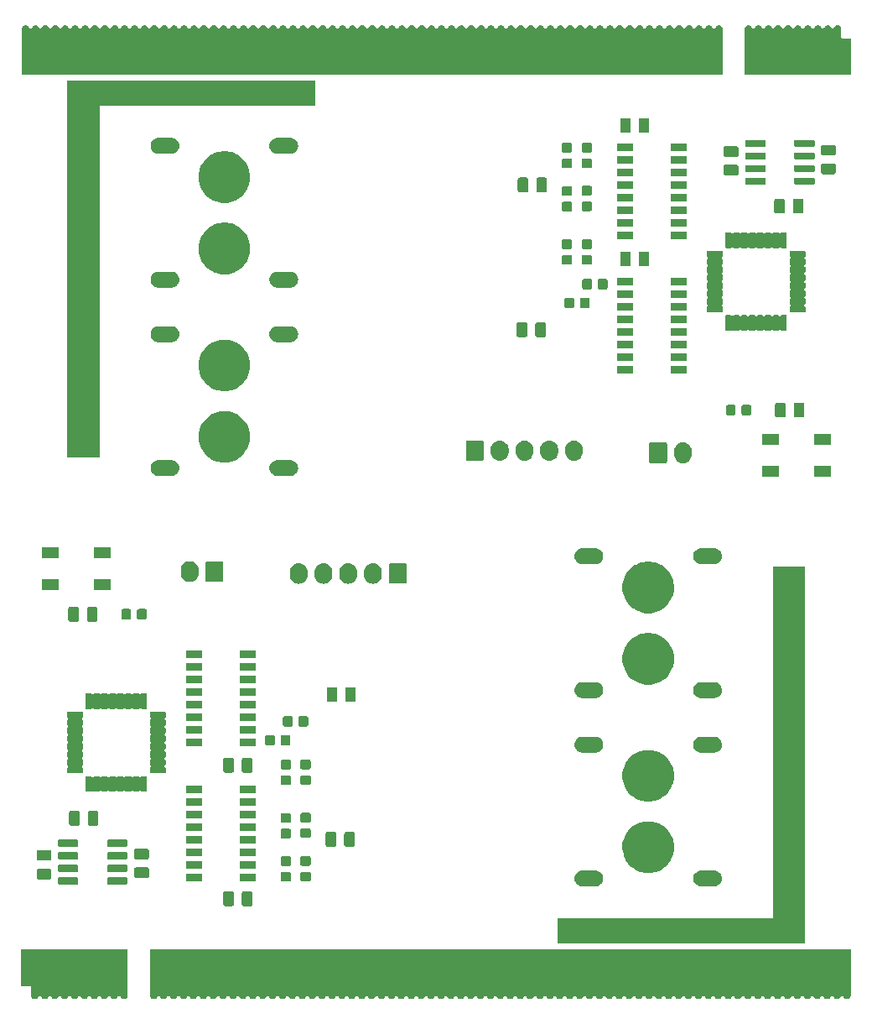
<source format=gbs>
G04 #@! TF.GenerationSoftware,KiCad,Pcbnew,(5.1.4)-1*
G04 #@! TF.CreationDate,2019-12-04T01:37:38+09:00*
G04 #@! TF.ProjectId,CAN_Dual_MDexpress,43414e5f-4475-4616-9c5f-4d4465787072,rev?*
G04 #@! TF.SameCoordinates,Original*
G04 #@! TF.FileFunction,Soldermask,Bot*
G04 #@! TF.FilePolarity,Negative*
%FSLAX46Y46*%
G04 Gerber Fmt 4.6, Leading zero omitted, Abs format (unit mm)*
G04 Created by KiCad (PCBNEW (5.1.4)-1) date 2019-12-04 01:37:38*
%MOMM*%
%LPD*%
G04 APERTURE LIST*
%ADD10C,0.100000*%
G04 APERTURE END LIST*
D10*
G36*
X204346000Y-133725388D02*
G01*
X204346602Y-133737640D01*
X204347819Y-133750000D01*
X204346602Y-133762360D01*
X204346000Y-133774612D01*
X204346000Y-133844637D01*
X204336221Y-133856553D01*
X204320538Y-133889711D01*
X204319059Y-133894587D01*
X204284146Y-133959904D01*
X204237159Y-134017159D01*
X204179904Y-134064146D01*
X204114585Y-134099060D01*
X204043710Y-134120560D01*
X203988472Y-134126000D01*
X203951528Y-134126000D01*
X203896290Y-134120560D01*
X203825415Y-134099060D01*
X203760096Y-134064146D01*
X203702841Y-134017159D01*
X203655854Y-133959904D01*
X203620941Y-133894587D01*
X203619462Y-133889711D01*
X203610084Y-133867073D01*
X203596470Y-133846699D01*
X203579143Y-133829372D01*
X203558768Y-133815759D01*
X203536129Y-133806382D01*
X203499846Y-133801000D01*
X203440154Y-133801000D01*
X203415768Y-133803402D01*
X203392319Y-133810515D01*
X203370708Y-133822066D01*
X203351766Y-133837611D01*
X203336221Y-133856553D01*
X203320538Y-133889711D01*
X203319059Y-133894587D01*
X203284146Y-133959904D01*
X203237159Y-134017159D01*
X203179904Y-134064146D01*
X203114585Y-134099060D01*
X203043710Y-134120560D01*
X202988472Y-134126000D01*
X202951528Y-134126000D01*
X202896290Y-134120560D01*
X202825415Y-134099060D01*
X202760096Y-134064146D01*
X202702841Y-134017159D01*
X202655854Y-133959904D01*
X202620941Y-133894587D01*
X202619462Y-133889711D01*
X202610084Y-133867073D01*
X202596470Y-133846699D01*
X202579143Y-133829372D01*
X202558768Y-133815759D01*
X202536129Y-133806382D01*
X202499846Y-133801000D01*
X202440154Y-133801000D01*
X202415768Y-133803402D01*
X202392319Y-133810515D01*
X202370708Y-133822066D01*
X202351766Y-133837611D01*
X202336221Y-133856553D01*
X202320538Y-133889711D01*
X202319059Y-133894587D01*
X202284146Y-133959904D01*
X202237159Y-134017159D01*
X202179904Y-134064146D01*
X202114585Y-134099060D01*
X202043710Y-134120560D01*
X201988472Y-134126000D01*
X201951528Y-134126000D01*
X201896290Y-134120560D01*
X201825415Y-134099060D01*
X201760096Y-134064146D01*
X201702841Y-134017159D01*
X201655854Y-133959904D01*
X201620941Y-133894587D01*
X201619462Y-133889711D01*
X201610084Y-133867073D01*
X201596470Y-133846699D01*
X201579143Y-133829372D01*
X201558768Y-133815759D01*
X201536129Y-133806382D01*
X201499846Y-133801000D01*
X201440154Y-133801000D01*
X201415768Y-133803402D01*
X201392319Y-133810515D01*
X201370708Y-133822066D01*
X201351766Y-133837611D01*
X201336221Y-133856553D01*
X201320538Y-133889711D01*
X201319059Y-133894587D01*
X201284146Y-133959904D01*
X201237159Y-134017159D01*
X201179904Y-134064146D01*
X201114585Y-134099060D01*
X201043710Y-134120560D01*
X200988472Y-134126000D01*
X200951528Y-134126000D01*
X200896290Y-134120560D01*
X200825415Y-134099060D01*
X200760096Y-134064146D01*
X200702841Y-134017159D01*
X200655854Y-133959904D01*
X200620941Y-133894587D01*
X200619462Y-133889711D01*
X200610084Y-133867073D01*
X200596470Y-133846699D01*
X200579143Y-133829372D01*
X200558768Y-133815759D01*
X200536129Y-133806382D01*
X200499846Y-133801000D01*
X200440154Y-133801000D01*
X200415768Y-133803402D01*
X200392319Y-133810515D01*
X200370708Y-133822066D01*
X200351766Y-133837611D01*
X200336221Y-133856553D01*
X200320538Y-133889711D01*
X200319059Y-133894587D01*
X200284146Y-133959904D01*
X200237159Y-134017159D01*
X200179904Y-134064146D01*
X200114585Y-134099060D01*
X200043710Y-134120560D01*
X199988472Y-134126000D01*
X199951528Y-134126000D01*
X199896290Y-134120560D01*
X199825415Y-134099060D01*
X199760096Y-134064146D01*
X199702841Y-134017159D01*
X199655854Y-133959904D01*
X199620941Y-133894587D01*
X199619462Y-133889711D01*
X199610084Y-133867073D01*
X199596470Y-133846699D01*
X199579143Y-133829372D01*
X199558768Y-133815759D01*
X199536129Y-133806382D01*
X199499846Y-133801000D01*
X199440154Y-133801000D01*
X199415768Y-133803402D01*
X199392319Y-133810515D01*
X199370708Y-133822066D01*
X199351766Y-133837611D01*
X199336221Y-133856553D01*
X199320538Y-133889711D01*
X199319059Y-133894587D01*
X199284146Y-133959904D01*
X199237159Y-134017159D01*
X199179904Y-134064146D01*
X199114585Y-134099060D01*
X199043710Y-134120560D01*
X198988472Y-134126000D01*
X198951528Y-134126000D01*
X198896290Y-134120560D01*
X198825415Y-134099060D01*
X198760096Y-134064146D01*
X198702841Y-134017159D01*
X198655854Y-133959904D01*
X198620941Y-133894587D01*
X198619462Y-133889711D01*
X198610084Y-133867073D01*
X198596470Y-133846699D01*
X198579143Y-133829372D01*
X198558768Y-133815759D01*
X198536129Y-133806382D01*
X198499846Y-133801000D01*
X198440154Y-133801000D01*
X198415768Y-133803402D01*
X198392319Y-133810515D01*
X198370708Y-133822066D01*
X198351766Y-133837611D01*
X198336221Y-133856553D01*
X198320538Y-133889711D01*
X198319059Y-133894587D01*
X198284146Y-133959904D01*
X198237159Y-134017159D01*
X198179904Y-134064146D01*
X198114585Y-134099060D01*
X198043710Y-134120560D01*
X197988472Y-134126000D01*
X197951528Y-134126000D01*
X197896290Y-134120560D01*
X197825415Y-134099060D01*
X197760096Y-134064146D01*
X197702841Y-134017159D01*
X197655854Y-133959904D01*
X197620941Y-133894587D01*
X197619462Y-133889711D01*
X197610084Y-133867073D01*
X197596470Y-133846699D01*
X197579143Y-133829372D01*
X197558768Y-133815759D01*
X197536129Y-133806382D01*
X197499846Y-133801000D01*
X197440154Y-133801000D01*
X197415768Y-133803402D01*
X197392319Y-133810515D01*
X197370708Y-133822066D01*
X197351766Y-133837611D01*
X197336221Y-133856553D01*
X197320538Y-133889711D01*
X197319059Y-133894587D01*
X197284146Y-133959904D01*
X197237159Y-134017159D01*
X197179904Y-134064146D01*
X197114585Y-134099060D01*
X197043710Y-134120560D01*
X196988472Y-134126000D01*
X196951528Y-134126000D01*
X196896290Y-134120560D01*
X196825415Y-134099060D01*
X196760096Y-134064146D01*
X196702841Y-134017159D01*
X196655854Y-133959904D01*
X196620941Y-133894587D01*
X196619462Y-133889711D01*
X196610084Y-133867073D01*
X196596470Y-133846699D01*
X196579143Y-133829372D01*
X196558768Y-133815759D01*
X196536129Y-133806382D01*
X196499846Y-133801000D01*
X196440154Y-133801000D01*
X196415768Y-133803402D01*
X196392319Y-133810515D01*
X196370708Y-133822066D01*
X196351766Y-133837611D01*
X196336221Y-133856553D01*
X196320538Y-133889711D01*
X196319059Y-133894587D01*
X196284146Y-133959904D01*
X196237159Y-134017159D01*
X196179904Y-134064146D01*
X196114585Y-134099060D01*
X196043710Y-134120560D01*
X195988472Y-134126000D01*
X195951528Y-134126000D01*
X195896290Y-134120560D01*
X195825415Y-134099060D01*
X195760096Y-134064146D01*
X195702841Y-134017159D01*
X195655854Y-133959904D01*
X195620941Y-133894587D01*
X195619462Y-133889711D01*
X195610084Y-133867073D01*
X195596470Y-133846699D01*
X195579143Y-133829372D01*
X195558768Y-133815759D01*
X195536129Y-133806382D01*
X195499846Y-133801000D01*
X195440154Y-133801000D01*
X195415768Y-133803402D01*
X195392319Y-133810515D01*
X195370708Y-133822066D01*
X195351766Y-133837611D01*
X195336221Y-133856553D01*
X195320538Y-133889711D01*
X195319059Y-133894587D01*
X195284146Y-133959904D01*
X195237159Y-134017159D01*
X195179904Y-134064146D01*
X195114585Y-134099060D01*
X195043710Y-134120560D01*
X194988472Y-134126000D01*
X194951528Y-134126000D01*
X194896290Y-134120560D01*
X194825415Y-134099060D01*
X194760096Y-134064146D01*
X194702841Y-134017159D01*
X194655854Y-133959904D01*
X194620941Y-133894587D01*
X194619462Y-133889711D01*
X194610084Y-133867073D01*
X194596470Y-133846699D01*
X194579143Y-133829372D01*
X194558768Y-133815759D01*
X194536129Y-133806382D01*
X194499846Y-133801000D01*
X194440154Y-133801000D01*
X194415768Y-133803402D01*
X194392319Y-133810515D01*
X194370708Y-133822066D01*
X194351766Y-133837611D01*
X194336221Y-133856553D01*
X194320538Y-133889711D01*
X194319059Y-133894587D01*
X194284146Y-133959904D01*
X194237159Y-134017159D01*
X194179904Y-134064146D01*
X194114585Y-134099060D01*
X194043710Y-134120560D01*
X193988472Y-134126000D01*
X193951528Y-134126000D01*
X193896290Y-134120560D01*
X193825415Y-134099060D01*
X193760096Y-134064146D01*
X193702841Y-134017159D01*
X193655854Y-133959904D01*
X193620941Y-133894587D01*
X193619462Y-133889711D01*
X193610084Y-133867073D01*
X193596470Y-133846699D01*
X193579143Y-133829372D01*
X193558768Y-133815759D01*
X193536129Y-133806382D01*
X193499846Y-133801000D01*
X193440154Y-133801000D01*
X193415768Y-133803402D01*
X193392319Y-133810515D01*
X193370708Y-133822066D01*
X193351766Y-133837611D01*
X193336221Y-133856553D01*
X193320538Y-133889711D01*
X193319059Y-133894587D01*
X193284146Y-133959904D01*
X193237159Y-134017159D01*
X193179904Y-134064146D01*
X193114585Y-134099060D01*
X193043710Y-134120560D01*
X192988472Y-134126000D01*
X192951528Y-134126000D01*
X192896290Y-134120560D01*
X192825415Y-134099060D01*
X192760096Y-134064146D01*
X192702841Y-134017159D01*
X192655854Y-133959904D01*
X192620941Y-133894587D01*
X192619462Y-133889711D01*
X192610084Y-133867073D01*
X192596470Y-133846699D01*
X192579143Y-133829372D01*
X192558768Y-133815759D01*
X192536129Y-133806382D01*
X192499846Y-133801000D01*
X192440154Y-133801000D01*
X192415768Y-133803402D01*
X192392319Y-133810515D01*
X192370708Y-133822066D01*
X192351766Y-133837611D01*
X192336221Y-133856553D01*
X192320538Y-133889711D01*
X192319059Y-133894587D01*
X192284146Y-133959904D01*
X192237159Y-134017159D01*
X192179904Y-134064146D01*
X192114585Y-134099060D01*
X192043710Y-134120560D01*
X191988472Y-134126000D01*
X191951528Y-134126000D01*
X191896290Y-134120560D01*
X191825415Y-134099060D01*
X191760096Y-134064146D01*
X191702841Y-134017159D01*
X191655854Y-133959904D01*
X191620941Y-133894587D01*
X191619462Y-133889711D01*
X191610084Y-133867073D01*
X191596470Y-133846699D01*
X191579143Y-133829372D01*
X191558768Y-133815759D01*
X191536129Y-133806382D01*
X191499846Y-133801000D01*
X191440154Y-133801000D01*
X191415768Y-133803402D01*
X191392319Y-133810515D01*
X191370708Y-133822066D01*
X191351766Y-133837611D01*
X191336221Y-133856553D01*
X191320538Y-133889711D01*
X191319059Y-133894587D01*
X191284146Y-133959904D01*
X191237159Y-134017159D01*
X191179904Y-134064146D01*
X191114585Y-134099060D01*
X191043710Y-134120560D01*
X190988472Y-134126000D01*
X190951528Y-134126000D01*
X190896290Y-134120560D01*
X190825415Y-134099060D01*
X190760096Y-134064146D01*
X190702841Y-134017159D01*
X190655854Y-133959904D01*
X190620941Y-133894587D01*
X190619462Y-133889711D01*
X190610084Y-133867073D01*
X190596470Y-133846699D01*
X190579143Y-133829372D01*
X190558768Y-133815759D01*
X190536129Y-133806382D01*
X190499846Y-133801000D01*
X190440154Y-133801000D01*
X190415768Y-133803402D01*
X190392319Y-133810515D01*
X190370708Y-133822066D01*
X190351766Y-133837611D01*
X190336221Y-133856553D01*
X190320538Y-133889711D01*
X190319059Y-133894587D01*
X190284146Y-133959904D01*
X190237159Y-134017159D01*
X190179904Y-134064146D01*
X190114585Y-134099060D01*
X190043710Y-134120560D01*
X189988472Y-134126000D01*
X189951528Y-134126000D01*
X189896290Y-134120560D01*
X189825415Y-134099060D01*
X189760096Y-134064146D01*
X189702841Y-134017159D01*
X189655854Y-133959904D01*
X189620941Y-133894587D01*
X189619462Y-133889711D01*
X189610084Y-133867073D01*
X189596470Y-133846699D01*
X189579143Y-133829372D01*
X189558768Y-133815759D01*
X189536129Y-133806382D01*
X189499846Y-133801000D01*
X189440154Y-133801000D01*
X189415768Y-133803402D01*
X189392319Y-133810515D01*
X189370708Y-133822066D01*
X189351766Y-133837611D01*
X189336221Y-133856553D01*
X189320538Y-133889711D01*
X189319059Y-133894587D01*
X189284146Y-133959904D01*
X189237159Y-134017159D01*
X189179904Y-134064146D01*
X189114585Y-134099060D01*
X189043710Y-134120560D01*
X188988472Y-134126000D01*
X188951528Y-134126000D01*
X188896290Y-134120560D01*
X188825415Y-134099060D01*
X188760096Y-134064146D01*
X188702841Y-134017159D01*
X188655854Y-133959904D01*
X188620941Y-133894587D01*
X188619462Y-133889711D01*
X188610084Y-133867073D01*
X188596470Y-133846699D01*
X188579143Y-133829372D01*
X188558768Y-133815759D01*
X188536129Y-133806382D01*
X188499846Y-133801000D01*
X188440154Y-133801000D01*
X188415768Y-133803402D01*
X188392319Y-133810515D01*
X188370708Y-133822066D01*
X188351766Y-133837611D01*
X188336221Y-133856553D01*
X188320538Y-133889711D01*
X188319059Y-133894587D01*
X188284146Y-133959904D01*
X188237159Y-134017159D01*
X188179904Y-134064146D01*
X188114585Y-134099060D01*
X188043710Y-134120560D01*
X187988472Y-134126000D01*
X187951528Y-134126000D01*
X187896290Y-134120560D01*
X187825415Y-134099060D01*
X187760096Y-134064146D01*
X187702841Y-134017159D01*
X187655854Y-133959904D01*
X187620941Y-133894587D01*
X187619462Y-133889711D01*
X187610084Y-133867073D01*
X187596470Y-133846699D01*
X187579143Y-133829372D01*
X187558768Y-133815759D01*
X187536129Y-133806382D01*
X187499846Y-133801000D01*
X187440154Y-133801000D01*
X187415768Y-133803402D01*
X187392319Y-133810515D01*
X187370708Y-133822066D01*
X187351766Y-133837611D01*
X187336221Y-133856553D01*
X187320538Y-133889711D01*
X187319059Y-133894587D01*
X187284146Y-133959904D01*
X187237159Y-134017159D01*
X187179904Y-134064146D01*
X187114585Y-134099060D01*
X187043710Y-134120560D01*
X186988472Y-134126000D01*
X186951528Y-134126000D01*
X186896290Y-134120560D01*
X186825415Y-134099060D01*
X186760096Y-134064146D01*
X186702841Y-134017159D01*
X186655854Y-133959904D01*
X186620941Y-133894587D01*
X186619462Y-133889711D01*
X186610084Y-133867073D01*
X186596470Y-133846699D01*
X186579143Y-133829372D01*
X186558768Y-133815759D01*
X186536129Y-133806382D01*
X186499846Y-133801000D01*
X186440154Y-133801000D01*
X186415768Y-133803402D01*
X186392319Y-133810515D01*
X186370708Y-133822066D01*
X186351766Y-133837611D01*
X186336221Y-133856553D01*
X186320538Y-133889711D01*
X186319059Y-133894587D01*
X186284146Y-133959904D01*
X186237159Y-134017159D01*
X186179904Y-134064146D01*
X186114585Y-134099060D01*
X186043710Y-134120560D01*
X185988472Y-134126000D01*
X185951528Y-134126000D01*
X185896290Y-134120560D01*
X185825415Y-134099060D01*
X185760096Y-134064146D01*
X185702841Y-134017159D01*
X185655854Y-133959904D01*
X185620941Y-133894587D01*
X185619462Y-133889711D01*
X185610084Y-133867073D01*
X185596470Y-133846699D01*
X185579143Y-133829372D01*
X185558768Y-133815759D01*
X185536129Y-133806382D01*
X185499846Y-133801000D01*
X185440154Y-133801000D01*
X185415768Y-133803402D01*
X185392319Y-133810515D01*
X185370708Y-133822066D01*
X185351766Y-133837611D01*
X185336221Y-133856553D01*
X185320538Y-133889711D01*
X185319059Y-133894587D01*
X185284146Y-133959904D01*
X185237159Y-134017159D01*
X185179904Y-134064146D01*
X185114585Y-134099060D01*
X185043710Y-134120560D01*
X184988472Y-134126000D01*
X184951528Y-134126000D01*
X184896290Y-134120560D01*
X184825415Y-134099060D01*
X184760096Y-134064146D01*
X184702841Y-134017159D01*
X184655854Y-133959904D01*
X184620941Y-133894587D01*
X184619462Y-133889711D01*
X184610084Y-133867073D01*
X184596470Y-133846699D01*
X184579143Y-133829372D01*
X184558768Y-133815759D01*
X184536129Y-133806382D01*
X184499846Y-133801000D01*
X184440154Y-133801000D01*
X184415768Y-133803402D01*
X184392319Y-133810515D01*
X184370708Y-133822066D01*
X184351766Y-133837611D01*
X184336221Y-133856553D01*
X184320538Y-133889711D01*
X184319059Y-133894587D01*
X184284146Y-133959904D01*
X184237159Y-134017159D01*
X184179904Y-134064146D01*
X184114585Y-134099060D01*
X184043710Y-134120560D01*
X183988472Y-134126000D01*
X183951528Y-134126000D01*
X183896290Y-134120560D01*
X183825415Y-134099060D01*
X183760096Y-134064146D01*
X183702841Y-134017159D01*
X183655854Y-133959904D01*
X183620941Y-133894587D01*
X183619462Y-133889711D01*
X183610084Y-133867073D01*
X183596470Y-133846699D01*
X183579143Y-133829372D01*
X183558768Y-133815759D01*
X183536129Y-133806382D01*
X183499846Y-133801000D01*
X183440154Y-133801000D01*
X183415768Y-133803402D01*
X183392319Y-133810515D01*
X183370708Y-133822066D01*
X183351766Y-133837611D01*
X183336221Y-133856553D01*
X183320538Y-133889711D01*
X183319059Y-133894587D01*
X183284146Y-133959904D01*
X183237159Y-134017159D01*
X183179904Y-134064146D01*
X183114585Y-134099060D01*
X183043710Y-134120560D01*
X182988472Y-134126000D01*
X182951528Y-134126000D01*
X182896290Y-134120560D01*
X182825415Y-134099060D01*
X182760096Y-134064146D01*
X182702841Y-134017159D01*
X182655854Y-133959904D01*
X182620941Y-133894587D01*
X182619462Y-133889711D01*
X182610084Y-133867073D01*
X182596470Y-133846699D01*
X182579143Y-133829372D01*
X182558768Y-133815759D01*
X182536129Y-133806382D01*
X182499846Y-133801000D01*
X182440154Y-133801000D01*
X182415768Y-133803402D01*
X182392319Y-133810515D01*
X182370708Y-133822066D01*
X182351766Y-133837611D01*
X182336221Y-133856553D01*
X182320538Y-133889711D01*
X182319059Y-133894587D01*
X182284146Y-133959904D01*
X182237159Y-134017159D01*
X182179904Y-134064146D01*
X182114585Y-134099060D01*
X182043710Y-134120560D01*
X181988472Y-134126000D01*
X181951528Y-134126000D01*
X181896290Y-134120560D01*
X181825415Y-134099060D01*
X181760096Y-134064146D01*
X181702841Y-134017159D01*
X181655854Y-133959904D01*
X181620941Y-133894587D01*
X181619462Y-133889711D01*
X181610084Y-133867073D01*
X181596470Y-133846699D01*
X181579143Y-133829372D01*
X181558768Y-133815759D01*
X181536129Y-133806382D01*
X181499846Y-133801000D01*
X181440154Y-133801000D01*
X181415768Y-133803402D01*
X181392319Y-133810515D01*
X181370708Y-133822066D01*
X181351766Y-133837611D01*
X181336221Y-133856553D01*
X181320538Y-133889711D01*
X181319059Y-133894587D01*
X181284146Y-133959904D01*
X181237159Y-134017159D01*
X181179904Y-134064146D01*
X181114585Y-134099060D01*
X181043710Y-134120560D01*
X180988472Y-134126000D01*
X180951528Y-134126000D01*
X180896290Y-134120560D01*
X180825415Y-134099060D01*
X180760096Y-134064146D01*
X180702841Y-134017159D01*
X180655854Y-133959904D01*
X180620941Y-133894587D01*
X180619462Y-133889711D01*
X180610084Y-133867073D01*
X180596470Y-133846699D01*
X180579143Y-133829372D01*
X180558768Y-133815759D01*
X180536129Y-133806382D01*
X180499846Y-133801000D01*
X180440154Y-133801000D01*
X180415768Y-133803402D01*
X180392319Y-133810515D01*
X180370708Y-133822066D01*
X180351766Y-133837611D01*
X180336221Y-133856553D01*
X180320538Y-133889711D01*
X180319059Y-133894587D01*
X180284146Y-133959904D01*
X180237159Y-134017159D01*
X180179904Y-134064146D01*
X180114585Y-134099060D01*
X180043710Y-134120560D01*
X179988472Y-134126000D01*
X179951528Y-134126000D01*
X179896290Y-134120560D01*
X179825415Y-134099060D01*
X179760096Y-134064146D01*
X179702841Y-134017159D01*
X179655854Y-133959904D01*
X179620941Y-133894587D01*
X179619462Y-133889711D01*
X179610084Y-133867073D01*
X179596470Y-133846699D01*
X179579143Y-133829372D01*
X179558768Y-133815759D01*
X179536129Y-133806382D01*
X179499846Y-133801000D01*
X179440154Y-133801000D01*
X179415768Y-133803402D01*
X179392319Y-133810515D01*
X179370708Y-133822066D01*
X179351766Y-133837611D01*
X179336221Y-133856553D01*
X179320538Y-133889711D01*
X179319059Y-133894587D01*
X179284146Y-133959904D01*
X179237159Y-134017159D01*
X179179904Y-134064146D01*
X179114585Y-134099060D01*
X179043710Y-134120560D01*
X178988472Y-134126000D01*
X178951528Y-134126000D01*
X178896290Y-134120560D01*
X178825415Y-134099060D01*
X178760096Y-134064146D01*
X178702841Y-134017159D01*
X178655854Y-133959904D01*
X178620941Y-133894587D01*
X178619462Y-133889711D01*
X178610084Y-133867073D01*
X178596470Y-133846699D01*
X178579143Y-133829372D01*
X178558768Y-133815759D01*
X178536129Y-133806382D01*
X178499846Y-133801000D01*
X178440154Y-133801000D01*
X178415768Y-133803402D01*
X178392319Y-133810515D01*
X178370708Y-133822066D01*
X178351766Y-133837611D01*
X178336221Y-133856553D01*
X178320538Y-133889711D01*
X178319059Y-133894587D01*
X178284146Y-133959904D01*
X178237159Y-134017159D01*
X178179904Y-134064146D01*
X178114585Y-134099060D01*
X178043710Y-134120560D01*
X177988472Y-134126000D01*
X177951528Y-134126000D01*
X177896290Y-134120560D01*
X177825415Y-134099060D01*
X177760096Y-134064146D01*
X177702841Y-134017159D01*
X177655854Y-133959904D01*
X177620941Y-133894587D01*
X177619462Y-133889711D01*
X177610084Y-133867073D01*
X177596470Y-133846699D01*
X177579143Y-133829372D01*
X177558768Y-133815759D01*
X177536129Y-133806382D01*
X177499846Y-133801000D01*
X177440154Y-133801000D01*
X177415768Y-133803402D01*
X177392319Y-133810515D01*
X177370708Y-133822066D01*
X177351766Y-133837611D01*
X177336221Y-133856553D01*
X177320538Y-133889711D01*
X177319059Y-133894587D01*
X177284146Y-133959904D01*
X177237159Y-134017159D01*
X177179904Y-134064146D01*
X177114585Y-134099060D01*
X177043710Y-134120560D01*
X176988472Y-134126000D01*
X176951528Y-134126000D01*
X176896290Y-134120560D01*
X176825415Y-134099060D01*
X176760096Y-134064146D01*
X176702841Y-134017159D01*
X176655854Y-133959904D01*
X176620941Y-133894587D01*
X176619462Y-133889711D01*
X176610084Y-133867073D01*
X176596470Y-133846699D01*
X176579143Y-133829372D01*
X176558768Y-133815759D01*
X176536129Y-133806382D01*
X176499846Y-133801000D01*
X176440154Y-133801000D01*
X176415768Y-133803402D01*
X176392319Y-133810515D01*
X176370708Y-133822066D01*
X176351766Y-133837611D01*
X176336221Y-133856553D01*
X176320538Y-133889711D01*
X176319059Y-133894587D01*
X176284146Y-133959904D01*
X176237159Y-134017159D01*
X176179904Y-134064146D01*
X176114585Y-134099060D01*
X176043710Y-134120560D01*
X175988472Y-134126000D01*
X175951528Y-134126000D01*
X175896290Y-134120560D01*
X175825415Y-134099060D01*
X175760096Y-134064146D01*
X175702841Y-134017159D01*
X175655854Y-133959904D01*
X175620941Y-133894587D01*
X175619462Y-133889711D01*
X175610084Y-133867073D01*
X175596470Y-133846699D01*
X175579143Y-133829372D01*
X175558768Y-133815759D01*
X175536129Y-133806382D01*
X175499846Y-133801000D01*
X175440154Y-133801000D01*
X175415768Y-133803402D01*
X175392319Y-133810515D01*
X175370708Y-133822066D01*
X175351766Y-133837611D01*
X175336221Y-133856553D01*
X175320538Y-133889711D01*
X175319059Y-133894587D01*
X175284146Y-133959904D01*
X175237159Y-134017159D01*
X175179904Y-134064146D01*
X175114585Y-134099060D01*
X175043710Y-134120560D01*
X174988472Y-134126000D01*
X174951528Y-134126000D01*
X174896290Y-134120560D01*
X174825415Y-134099060D01*
X174760096Y-134064146D01*
X174702841Y-134017159D01*
X174655854Y-133959904D01*
X174620941Y-133894587D01*
X174619462Y-133889711D01*
X174610084Y-133867073D01*
X174596470Y-133846699D01*
X174579143Y-133829372D01*
X174558768Y-133815759D01*
X174536129Y-133806382D01*
X174499846Y-133801000D01*
X174440154Y-133801000D01*
X174415768Y-133803402D01*
X174392319Y-133810515D01*
X174370708Y-133822066D01*
X174351766Y-133837611D01*
X174336221Y-133856553D01*
X174320538Y-133889711D01*
X174319059Y-133894587D01*
X174284146Y-133959904D01*
X174237159Y-134017159D01*
X174179904Y-134064146D01*
X174114585Y-134099060D01*
X174043710Y-134120560D01*
X173988472Y-134126000D01*
X173951528Y-134126000D01*
X173896290Y-134120560D01*
X173825415Y-134099060D01*
X173760096Y-134064146D01*
X173702841Y-134017159D01*
X173655854Y-133959904D01*
X173620941Y-133894587D01*
X173619462Y-133889711D01*
X173610084Y-133867073D01*
X173596470Y-133846699D01*
X173579143Y-133829372D01*
X173558768Y-133815759D01*
X173536129Y-133806382D01*
X173499846Y-133801000D01*
X173440154Y-133801000D01*
X173415768Y-133803402D01*
X173392319Y-133810515D01*
X173370708Y-133822066D01*
X173351766Y-133837611D01*
X173336221Y-133856553D01*
X173320538Y-133889711D01*
X173319059Y-133894587D01*
X173284146Y-133959904D01*
X173237159Y-134017159D01*
X173179904Y-134064146D01*
X173114585Y-134099060D01*
X173043710Y-134120560D01*
X172988472Y-134126000D01*
X172951528Y-134126000D01*
X172896290Y-134120560D01*
X172825415Y-134099060D01*
X172760096Y-134064146D01*
X172702841Y-134017159D01*
X172655854Y-133959904D01*
X172620941Y-133894587D01*
X172619462Y-133889711D01*
X172610084Y-133867073D01*
X172596470Y-133846699D01*
X172579143Y-133829372D01*
X172558768Y-133815759D01*
X172536129Y-133806382D01*
X172499846Y-133801000D01*
X172440154Y-133801000D01*
X172415768Y-133803402D01*
X172392319Y-133810515D01*
X172370708Y-133822066D01*
X172351766Y-133837611D01*
X172336221Y-133856553D01*
X172320538Y-133889711D01*
X172319059Y-133894587D01*
X172284146Y-133959904D01*
X172237159Y-134017159D01*
X172179904Y-134064146D01*
X172114585Y-134099060D01*
X172043710Y-134120560D01*
X171988472Y-134126000D01*
X171951528Y-134126000D01*
X171896290Y-134120560D01*
X171825415Y-134099060D01*
X171760096Y-134064146D01*
X171702841Y-134017159D01*
X171655854Y-133959904D01*
X171620941Y-133894587D01*
X171619462Y-133889711D01*
X171610084Y-133867073D01*
X171596470Y-133846699D01*
X171579143Y-133829372D01*
X171558768Y-133815759D01*
X171536129Y-133806382D01*
X171499846Y-133801000D01*
X171440154Y-133801000D01*
X171415768Y-133803402D01*
X171392319Y-133810515D01*
X171370708Y-133822066D01*
X171351766Y-133837611D01*
X171336221Y-133856553D01*
X171320538Y-133889711D01*
X171319059Y-133894587D01*
X171284146Y-133959904D01*
X171237159Y-134017159D01*
X171179904Y-134064146D01*
X171114585Y-134099060D01*
X171043710Y-134120560D01*
X170988472Y-134126000D01*
X170951528Y-134126000D01*
X170896290Y-134120560D01*
X170825415Y-134099060D01*
X170760096Y-134064146D01*
X170702841Y-134017159D01*
X170655854Y-133959904D01*
X170620941Y-133894587D01*
X170619462Y-133889711D01*
X170610084Y-133867073D01*
X170596470Y-133846699D01*
X170579143Y-133829372D01*
X170558768Y-133815759D01*
X170536129Y-133806382D01*
X170499846Y-133801000D01*
X170440154Y-133801000D01*
X170415768Y-133803402D01*
X170392319Y-133810515D01*
X170370708Y-133822066D01*
X170351766Y-133837611D01*
X170336221Y-133856553D01*
X170320538Y-133889711D01*
X170319059Y-133894587D01*
X170284146Y-133959904D01*
X170237159Y-134017159D01*
X170179904Y-134064146D01*
X170114585Y-134099060D01*
X170043710Y-134120560D01*
X169988472Y-134126000D01*
X169951528Y-134126000D01*
X169896290Y-134120560D01*
X169825415Y-134099060D01*
X169760096Y-134064146D01*
X169702841Y-134017159D01*
X169655854Y-133959904D01*
X169620941Y-133894587D01*
X169619462Y-133889711D01*
X169610084Y-133867073D01*
X169596470Y-133846699D01*
X169579143Y-133829372D01*
X169558768Y-133815759D01*
X169536129Y-133806382D01*
X169499846Y-133801000D01*
X169440154Y-133801000D01*
X169415768Y-133803402D01*
X169392319Y-133810515D01*
X169370708Y-133822066D01*
X169351766Y-133837611D01*
X169336221Y-133856553D01*
X169320538Y-133889711D01*
X169319059Y-133894587D01*
X169284146Y-133959904D01*
X169237159Y-134017159D01*
X169179904Y-134064146D01*
X169114585Y-134099060D01*
X169043710Y-134120560D01*
X168988472Y-134126000D01*
X168951528Y-134126000D01*
X168896290Y-134120560D01*
X168825415Y-134099060D01*
X168760096Y-134064146D01*
X168702841Y-134017159D01*
X168655854Y-133959904D01*
X168620941Y-133894587D01*
X168619462Y-133889711D01*
X168610084Y-133867073D01*
X168596470Y-133846699D01*
X168579143Y-133829372D01*
X168558768Y-133815759D01*
X168536129Y-133806382D01*
X168499846Y-133801000D01*
X168440154Y-133801000D01*
X168415768Y-133803402D01*
X168392319Y-133810515D01*
X168370708Y-133822066D01*
X168351766Y-133837611D01*
X168336221Y-133856553D01*
X168320538Y-133889711D01*
X168319059Y-133894587D01*
X168284146Y-133959904D01*
X168237159Y-134017159D01*
X168179904Y-134064146D01*
X168114585Y-134099060D01*
X168043710Y-134120560D01*
X167988472Y-134126000D01*
X167951528Y-134126000D01*
X167896290Y-134120560D01*
X167825415Y-134099060D01*
X167760096Y-134064146D01*
X167702841Y-134017159D01*
X167655854Y-133959904D01*
X167620941Y-133894587D01*
X167619462Y-133889711D01*
X167610084Y-133867073D01*
X167596470Y-133846699D01*
X167579143Y-133829372D01*
X167558768Y-133815759D01*
X167536129Y-133806382D01*
X167499846Y-133801000D01*
X167440154Y-133801000D01*
X167415768Y-133803402D01*
X167392319Y-133810515D01*
X167370708Y-133822066D01*
X167351766Y-133837611D01*
X167336221Y-133856553D01*
X167320538Y-133889711D01*
X167319059Y-133894587D01*
X167284146Y-133959904D01*
X167237159Y-134017159D01*
X167179904Y-134064146D01*
X167114585Y-134099060D01*
X167043710Y-134120560D01*
X166988472Y-134126000D01*
X166951528Y-134126000D01*
X166896290Y-134120560D01*
X166825415Y-134099060D01*
X166760096Y-134064146D01*
X166702841Y-134017159D01*
X166655854Y-133959904D01*
X166620941Y-133894587D01*
X166619462Y-133889711D01*
X166610084Y-133867073D01*
X166596470Y-133846699D01*
X166579143Y-133829372D01*
X166558768Y-133815759D01*
X166536129Y-133806382D01*
X166499846Y-133801000D01*
X166440154Y-133801000D01*
X166415768Y-133803402D01*
X166392319Y-133810515D01*
X166370708Y-133822066D01*
X166351766Y-133837611D01*
X166336221Y-133856553D01*
X166320538Y-133889711D01*
X166319059Y-133894587D01*
X166284146Y-133959904D01*
X166237159Y-134017159D01*
X166179904Y-134064146D01*
X166114585Y-134099060D01*
X166043710Y-134120560D01*
X165988472Y-134126000D01*
X165951528Y-134126000D01*
X165896290Y-134120560D01*
X165825415Y-134099060D01*
X165760096Y-134064146D01*
X165702841Y-134017159D01*
X165655854Y-133959904D01*
X165620941Y-133894587D01*
X165619462Y-133889711D01*
X165610084Y-133867073D01*
X165596470Y-133846699D01*
X165579143Y-133829372D01*
X165558768Y-133815759D01*
X165536129Y-133806382D01*
X165499846Y-133801000D01*
X165440154Y-133801000D01*
X165415768Y-133803402D01*
X165392319Y-133810515D01*
X165370708Y-133822066D01*
X165351766Y-133837611D01*
X165336221Y-133856553D01*
X165320538Y-133889711D01*
X165319059Y-133894587D01*
X165284146Y-133959904D01*
X165237159Y-134017159D01*
X165179904Y-134064146D01*
X165114585Y-134099060D01*
X165043710Y-134120560D01*
X164988472Y-134126000D01*
X164951528Y-134126000D01*
X164896290Y-134120560D01*
X164825415Y-134099060D01*
X164760096Y-134064146D01*
X164702841Y-134017159D01*
X164655854Y-133959904D01*
X164620941Y-133894587D01*
X164619462Y-133889711D01*
X164610084Y-133867073D01*
X164596470Y-133846699D01*
X164579143Y-133829372D01*
X164558768Y-133815759D01*
X164536129Y-133806382D01*
X164499846Y-133801000D01*
X164440154Y-133801000D01*
X164415768Y-133803402D01*
X164392319Y-133810515D01*
X164370708Y-133822066D01*
X164351766Y-133837611D01*
X164336221Y-133856553D01*
X164320538Y-133889711D01*
X164319059Y-133894587D01*
X164284146Y-133959904D01*
X164237159Y-134017159D01*
X164179904Y-134064146D01*
X164114585Y-134099060D01*
X164043710Y-134120560D01*
X163988472Y-134126000D01*
X163951528Y-134126000D01*
X163896290Y-134120560D01*
X163825415Y-134099060D01*
X163760096Y-134064146D01*
X163702841Y-134017159D01*
X163655854Y-133959904D01*
X163620941Y-133894587D01*
X163619462Y-133889711D01*
X163610084Y-133867073D01*
X163596470Y-133846699D01*
X163579143Y-133829372D01*
X163558768Y-133815759D01*
X163536129Y-133806382D01*
X163499846Y-133801000D01*
X163440154Y-133801000D01*
X163415768Y-133803402D01*
X163392319Y-133810515D01*
X163370708Y-133822066D01*
X163351766Y-133837611D01*
X163336221Y-133856553D01*
X163320538Y-133889711D01*
X163319059Y-133894587D01*
X163284146Y-133959904D01*
X163237159Y-134017159D01*
X163179904Y-134064146D01*
X163114585Y-134099060D01*
X163043710Y-134120560D01*
X162988472Y-134126000D01*
X162951528Y-134126000D01*
X162896290Y-134120560D01*
X162825415Y-134099060D01*
X162760096Y-134064146D01*
X162702841Y-134017159D01*
X162655854Y-133959904D01*
X162620941Y-133894587D01*
X162619462Y-133889711D01*
X162610084Y-133867073D01*
X162596470Y-133846699D01*
X162579143Y-133829372D01*
X162558768Y-133815759D01*
X162536129Y-133806382D01*
X162499846Y-133801000D01*
X162440154Y-133801000D01*
X162415768Y-133803402D01*
X162392319Y-133810515D01*
X162370708Y-133822066D01*
X162351766Y-133837611D01*
X162336221Y-133856553D01*
X162320538Y-133889711D01*
X162319059Y-133894587D01*
X162284146Y-133959904D01*
X162237159Y-134017159D01*
X162179904Y-134064146D01*
X162114585Y-134099060D01*
X162043710Y-134120560D01*
X161988472Y-134126000D01*
X161951528Y-134126000D01*
X161896290Y-134120560D01*
X161825415Y-134099060D01*
X161760096Y-134064146D01*
X161702841Y-134017159D01*
X161655854Y-133959904D01*
X161620941Y-133894587D01*
X161619462Y-133889711D01*
X161610084Y-133867073D01*
X161596470Y-133846699D01*
X161579143Y-133829372D01*
X161558768Y-133815759D01*
X161536129Y-133806382D01*
X161499846Y-133801000D01*
X161440154Y-133801000D01*
X161415768Y-133803402D01*
X161392319Y-133810515D01*
X161370708Y-133822066D01*
X161351766Y-133837611D01*
X161336221Y-133856553D01*
X161320538Y-133889711D01*
X161319059Y-133894587D01*
X161284146Y-133959904D01*
X161237159Y-134017159D01*
X161179904Y-134064146D01*
X161114585Y-134099060D01*
X161043710Y-134120560D01*
X160988472Y-134126000D01*
X160951528Y-134126000D01*
X160896290Y-134120560D01*
X160825415Y-134099060D01*
X160760096Y-134064146D01*
X160702841Y-134017159D01*
X160655854Y-133959904D01*
X160620941Y-133894587D01*
X160619462Y-133889711D01*
X160610084Y-133867073D01*
X160596470Y-133846699D01*
X160579143Y-133829372D01*
X160558768Y-133815759D01*
X160536129Y-133806382D01*
X160499846Y-133801000D01*
X160440154Y-133801000D01*
X160415768Y-133803402D01*
X160392319Y-133810515D01*
X160370708Y-133822066D01*
X160351766Y-133837611D01*
X160336221Y-133856553D01*
X160320538Y-133889711D01*
X160319059Y-133894587D01*
X160284146Y-133959904D01*
X160237159Y-134017159D01*
X160179904Y-134064146D01*
X160114585Y-134099060D01*
X160043710Y-134120560D01*
X159988472Y-134126000D01*
X159951528Y-134126000D01*
X159896290Y-134120560D01*
X159825415Y-134099060D01*
X159760096Y-134064146D01*
X159702841Y-134017159D01*
X159655854Y-133959904D01*
X159620941Y-133894587D01*
X159619462Y-133889711D01*
X159610084Y-133867073D01*
X159596470Y-133846699D01*
X159579143Y-133829372D01*
X159558768Y-133815759D01*
X159536129Y-133806382D01*
X159499846Y-133801000D01*
X159440154Y-133801000D01*
X159415768Y-133803402D01*
X159392319Y-133810515D01*
X159370708Y-133822066D01*
X159351766Y-133837611D01*
X159336221Y-133856553D01*
X159320538Y-133889711D01*
X159319059Y-133894587D01*
X159284146Y-133959904D01*
X159237159Y-134017159D01*
X159179904Y-134064146D01*
X159114585Y-134099060D01*
X159043710Y-134120560D01*
X158988472Y-134126000D01*
X158951528Y-134126000D01*
X158896290Y-134120560D01*
X158825415Y-134099060D01*
X158760096Y-134064146D01*
X158702841Y-134017159D01*
X158655854Y-133959904D01*
X158620941Y-133894587D01*
X158619462Y-133889711D01*
X158610084Y-133867073D01*
X158596470Y-133846699D01*
X158579143Y-133829372D01*
X158558768Y-133815759D01*
X158536129Y-133806382D01*
X158499846Y-133801000D01*
X158440154Y-133801000D01*
X158415768Y-133803402D01*
X158392319Y-133810515D01*
X158370708Y-133822066D01*
X158351766Y-133837611D01*
X158336221Y-133856553D01*
X158320538Y-133889711D01*
X158319059Y-133894587D01*
X158284146Y-133959904D01*
X158237159Y-134017159D01*
X158179904Y-134064146D01*
X158114585Y-134099060D01*
X158043710Y-134120560D01*
X157988472Y-134126000D01*
X157951528Y-134126000D01*
X157896290Y-134120560D01*
X157825415Y-134099060D01*
X157760096Y-134064146D01*
X157702841Y-134017159D01*
X157655854Y-133959904D01*
X157620941Y-133894587D01*
X157619462Y-133889711D01*
X157610084Y-133867073D01*
X157596470Y-133846699D01*
X157579143Y-133829372D01*
X157558768Y-133815759D01*
X157536129Y-133806382D01*
X157499846Y-133801000D01*
X157440154Y-133801000D01*
X157415768Y-133803402D01*
X157392319Y-133810515D01*
X157370708Y-133822066D01*
X157351766Y-133837611D01*
X157336221Y-133856553D01*
X157320538Y-133889711D01*
X157319059Y-133894587D01*
X157284146Y-133959904D01*
X157237159Y-134017159D01*
X157179904Y-134064146D01*
X157114585Y-134099060D01*
X157043710Y-134120560D01*
X156988472Y-134126000D01*
X156951528Y-134126000D01*
X156896290Y-134120560D01*
X156825415Y-134099060D01*
X156760096Y-134064146D01*
X156702841Y-134017159D01*
X156655854Y-133959904D01*
X156620941Y-133894587D01*
X156619462Y-133889711D01*
X156610084Y-133867073D01*
X156596470Y-133846699D01*
X156579143Y-133829372D01*
X156558768Y-133815759D01*
X156536129Y-133806382D01*
X156499846Y-133801000D01*
X156440154Y-133801000D01*
X156415768Y-133803402D01*
X156392319Y-133810515D01*
X156370708Y-133822066D01*
X156351766Y-133837611D01*
X156336221Y-133856553D01*
X156320538Y-133889711D01*
X156319059Y-133894587D01*
X156284146Y-133959904D01*
X156237159Y-134017159D01*
X156179904Y-134064146D01*
X156114585Y-134099060D01*
X156043710Y-134120560D01*
X155988472Y-134126000D01*
X155951528Y-134126000D01*
X155896290Y-134120560D01*
X155825415Y-134099060D01*
X155760096Y-134064146D01*
X155702841Y-134017159D01*
X155655854Y-133959904D01*
X155620941Y-133894587D01*
X155619462Y-133889711D01*
X155610084Y-133867073D01*
X155596470Y-133846699D01*
X155579143Y-133829372D01*
X155558768Y-133815759D01*
X155536129Y-133806382D01*
X155499846Y-133801000D01*
X155440154Y-133801000D01*
X155415768Y-133803402D01*
X155392319Y-133810515D01*
X155370708Y-133822066D01*
X155351766Y-133837611D01*
X155336221Y-133856553D01*
X155320538Y-133889711D01*
X155319059Y-133894587D01*
X155284146Y-133959904D01*
X155237159Y-134017159D01*
X155179904Y-134064146D01*
X155114585Y-134099060D01*
X155043710Y-134120560D01*
X154988472Y-134126000D01*
X154951528Y-134126000D01*
X154896290Y-134120560D01*
X154825415Y-134099060D01*
X154760096Y-134064146D01*
X154702841Y-134017159D01*
X154655854Y-133959904D01*
X154620941Y-133894587D01*
X154619462Y-133889711D01*
X154610084Y-133867073D01*
X154596470Y-133846699D01*
X154579143Y-133829372D01*
X154558768Y-133815759D01*
X154536129Y-133806382D01*
X154499846Y-133801000D01*
X154440154Y-133801000D01*
X154415768Y-133803402D01*
X154392319Y-133810515D01*
X154370708Y-133822066D01*
X154351766Y-133837611D01*
X154336221Y-133856553D01*
X154320538Y-133889711D01*
X154319059Y-133894587D01*
X154284146Y-133959904D01*
X154237159Y-134017159D01*
X154179904Y-134064146D01*
X154114585Y-134099060D01*
X154043710Y-134120560D01*
X153988472Y-134126000D01*
X153951528Y-134126000D01*
X153896290Y-134120560D01*
X153825415Y-134099060D01*
X153760096Y-134064146D01*
X153702841Y-134017159D01*
X153655854Y-133959904D01*
X153620941Y-133894587D01*
X153619462Y-133889711D01*
X153610084Y-133867073D01*
X153596470Y-133846699D01*
X153579143Y-133829372D01*
X153558768Y-133815759D01*
X153536129Y-133806382D01*
X153499846Y-133801000D01*
X153440154Y-133801000D01*
X153415768Y-133803402D01*
X153392319Y-133810515D01*
X153370708Y-133822066D01*
X153351766Y-133837611D01*
X153336221Y-133856553D01*
X153320538Y-133889711D01*
X153319059Y-133894587D01*
X153284146Y-133959904D01*
X153237159Y-134017159D01*
X153179904Y-134064146D01*
X153114585Y-134099060D01*
X153043710Y-134120560D01*
X152988472Y-134126000D01*
X152951528Y-134126000D01*
X152896290Y-134120560D01*
X152825415Y-134099060D01*
X152760096Y-134064146D01*
X152702841Y-134017159D01*
X152655854Y-133959904D01*
X152620941Y-133894587D01*
X152619462Y-133889711D01*
X152610084Y-133867073D01*
X152596470Y-133846699D01*
X152579143Y-133829372D01*
X152558768Y-133815759D01*
X152536129Y-133806382D01*
X152499846Y-133801000D01*
X152440154Y-133801000D01*
X152415768Y-133803402D01*
X152392319Y-133810515D01*
X152370708Y-133822066D01*
X152351766Y-133837611D01*
X152336221Y-133856553D01*
X152320538Y-133889711D01*
X152319059Y-133894587D01*
X152284146Y-133959904D01*
X152237159Y-134017159D01*
X152179904Y-134064146D01*
X152114585Y-134099060D01*
X152043710Y-134120560D01*
X151988472Y-134126000D01*
X151951528Y-134126000D01*
X151896290Y-134120560D01*
X151825415Y-134099060D01*
X151760096Y-134064146D01*
X151702841Y-134017159D01*
X151655854Y-133959904D01*
X151620941Y-133894587D01*
X151619462Y-133889711D01*
X151610084Y-133867073D01*
X151596470Y-133846699D01*
X151579143Y-133829372D01*
X151558768Y-133815759D01*
X151536129Y-133806382D01*
X151499846Y-133801000D01*
X151440154Y-133801000D01*
X151415768Y-133803402D01*
X151392319Y-133810515D01*
X151370708Y-133822066D01*
X151351766Y-133837611D01*
X151336221Y-133856553D01*
X151320538Y-133889711D01*
X151319059Y-133894587D01*
X151284146Y-133959904D01*
X151237159Y-134017159D01*
X151179904Y-134064146D01*
X151114585Y-134099060D01*
X151043710Y-134120560D01*
X150988472Y-134126000D01*
X150951528Y-134126000D01*
X150896290Y-134120560D01*
X150825415Y-134099060D01*
X150760096Y-134064146D01*
X150702841Y-134017159D01*
X150655854Y-133959904D01*
X150620941Y-133894587D01*
X150619462Y-133889711D01*
X150610084Y-133867073D01*
X150596470Y-133846699D01*
X150579143Y-133829372D01*
X150558768Y-133815759D01*
X150536129Y-133806382D01*
X150499846Y-133801000D01*
X150440154Y-133801000D01*
X150415768Y-133803402D01*
X150392319Y-133810515D01*
X150370708Y-133822066D01*
X150351766Y-133837611D01*
X150336221Y-133856553D01*
X150320538Y-133889711D01*
X150319059Y-133894587D01*
X150284146Y-133959904D01*
X150237159Y-134017159D01*
X150179904Y-134064146D01*
X150114585Y-134099060D01*
X150043710Y-134120560D01*
X149988472Y-134126000D01*
X149951528Y-134126000D01*
X149896290Y-134120560D01*
X149825415Y-134099060D01*
X149760096Y-134064146D01*
X149702841Y-134017159D01*
X149655854Y-133959904D01*
X149620941Y-133894587D01*
X149619462Y-133889711D01*
X149610084Y-133867073D01*
X149596470Y-133846699D01*
X149579143Y-133829372D01*
X149558768Y-133815759D01*
X149536129Y-133806382D01*
X149499846Y-133801000D01*
X149440154Y-133801000D01*
X149415768Y-133803402D01*
X149392319Y-133810515D01*
X149370708Y-133822066D01*
X149351766Y-133837611D01*
X149336221Y-133856553D01*
X149320538Y-133889711D01*
X149319059Y-133894587D01*
X149284146Y-133959904D01*
X149237159Y-134017159D01*
X149179904Y-134064146D01*
X149114585Y-134099060D01*
X149043710Y-134120560D01*
X148988472Y-134126000D01*
X148951528Y-134126000D01*
X148896290Y-134120560D01*
X148825415Y-134099060D01*
X148760096Y-134064146D01*
X148702841Y-134017159D01*
X148655854Y-133959904D01*
X148620941Y-133894587D01*
X148619462Y-133889711D01*
X148610084Y-133867073D01*
X148596470Y-133846699D01*
X148579143Y-133829372D01*
X148558768Y-133815759D01*
X148536129Y-133806382D01*
X148499846Y-133801000D01*
X148440154Y-133801000D01*
X148415768Y-133803402D01*
X148392319Y-133810515D01*
X148370708Y-133822066D01*
X148351766Y-133837611D01*
X148336221Y-133856553D01*
X148320538Y-133889711D01*
X148319059Y-133894587D01*
X148284146Y-133959904D01*
X148237159Y-134017159D01*
X148179904Y-134064146D01*
X148114585Y-134099060D01*
X148043710Y-134120560D01*
X147988472Y-134126000D01*
X147951528Y-134126000D01*
X147896290Y-134120560D01*
X147825415Y-134099060D01*
X147760096Y-134064146D01*
X147702841Y-134017159D01*
X147655854Y-133959904D01*
X147620941Y-133894587D01*
X147619462Y-133889711D01*
X147610084Y-133867073D01*
X147596470Y-133846699D01*
X147579143Y-133829372D01*
X147558768Y-133815759D01*
X147536129Y-133806382D01*
X147499846Y-133801000D01*
X147440154Y-133801000D01*
X147415768Y-133803402D01*
X147392319Y-133810515D01*
X147370708Y-133822066D01*
X147351766Y-133837611D01*
X147336221Y-133856553D01*
X147320538Y-133889711D01*
X147319059Y-133894587D01*
X147284146Y-133959904D01*
X147237159Y-134017159D01*
X147179904Y-134064146D01*
X147114585Y-134099060D01*
X147043710Y-134120560D01*
X146988472Y-134126000D01*
X146951528Y-134126000D01*
X146896290Y-134120560D01*
X146825415Y-134099060D01*
X146760096Y-134064146D01*
X146702841Y-134017159D01*
X146655854Y-133959904D01*
X146620941Y-133894587D01*
X146619462Y-133889711D01*
X146610084Y-133867073D01*
X146596470Y-133846699D01*
X146579143Y-133829372D01*
X146558768Y-133815759D01*
X146536129Y-133806382D01*
X146499846Y-133801000D01*
X146440154Y-133801000D01*
X146415768Y-133803402D01*
X146392319Y-133810515D01*
X146370708Y-133822066D01*
X146351766Y-133837611D01*
X146336221Y-133856553D01*
X146320538Y-133889711D01*
X146319059Y-133894587D01*
X146284146Y-133959904D01*
X146237159Y-134017159D01*
X146179904Y-134064146D01*
X146114585Y-134099060D01*
X146043710Y-134120560D01*
X145988472Y-134126000D01*
X145951528Y-134126000D01*
X145896290Y-134120560D01*
X145825415Y-134099060D01*
X145760096Y-134064146D01*
X145702841Y-134017159D01*
X145655854Y-133959904D01*
X145620941Y-133894587D01*
X145619462Y-133889711D01*
X145610084Y-133867073D01*
X145596470Y-133846699D01*
X145579143Y-133829372D01*
X145558768Y-133815759D01*
X145536129Y-133806382D01*
X145499846Y-133801000D01*
X145440154Y-133801000D01*
X145415768Y-133803402D01*
X145392319Y-133810515D01*
X145370708Y-133822066D01*
X145351766Y-133837611D01*
X145336221Y-133856553D01*
X145320538Y-133889711D01*
X145319059Y-133894587D01*
X145284146Y-133959904D01*
X145237159Y-134017159D01*
X145179904Y-134064146D01*
X145114585Y-134099060D01*
X145043710Y-134120560D01*
X144988472Y-134126000D01*
X144951528Y-134126000D01*
X144896290Y-134120560D01*
X144825415Y-134099060D01*
X144760096Y-134064146D01*
X144702841Y-134017159D01*
X144655854Y-133959904D01*
X144620941Y-133894587D01*
X144619462Y-133889711D01*
X144610084Y-133867073D01*
X144596470Y-133846699D01*
X144579143Y-133829372D01*
X144558768Y-133815759D01*
X144536129Y-133806382D01*
X144499846Y-133801000D01*
X144440154Y-133801000D01*
X144415768Y-133803402D01*
X144392319Y-133810515D01*
X144370708Y-133822066D01*
X144351766Y-133837611D01*
X144336221Y-133856553D01*
X144320538Y-133889711D01*
X144319059Y-133894587D01*
X144284146Y-133959904D01*
X144237159Y-134017159D01*
X144179904Y-134064146D01*
X144114585Y-134099060D01*
X144043710Y-134120560D01*
X143988472Y-134126000D01*
X143951528Y-134126000D01*
X143896290Y-134120560D01*
X143825415Y-134099060D01*
X143760096Y-134064146D01*
X143702841Y-134017159D01*
X143655854Y-133959904D01*
X143620941Y-133894587D01*
X143619462Y-133889711D01*
X143610084Y-133867073D01*
X143596470Y-133846699D01*
X143579143Y-133829372D01*
X143558768Y-133815759D01*
X143536129Y-133806382D01*
X143499846Y-133801000D01*
X143440154Y-133801000D01*
X143415768Y-133803402D01*
X143392319Y-133810515D01*
X143370708Y-133822066D01*
X143351766Y-133837611D01*
X143336221Y-133856553D01*
X143320538Y-133889711D01*
X143319059Y-133894587D01*
X143284146Y-133959904D01*
X143237159Y-134017159D01*
X143179904Y-134064146D01*
X143114585Y-134099060D01*
X143043710Y-134120560D01*
X142988472Y-134126000D01*
X142951528Y-134126000D01*
X142896290Y-134120560D01*
X142825415Y-134099060D01*
X142760096Y-134064146D01*
X142702841Y-134017159D01*
X142655854Y-133959904D01*
X142620941Y-133894587D01*
X142619462Y-133889711D01*
X142610084Y-133867073D01*
X142596470Y-133846699D01*
X142579143Y-133829372D01*
X142558768Y-133815759D01*
X142536129Y-133806382D01*
X142499846Y-133801000D01*
X142440154Y-133801000D01*
X142415768Y-133803402D01*
X142392319Y-133810515D01*
X142370708Y-133822066D01*
X142351766Y-133837611D01*
X142336221Y-133856553D01*
X142320538Y-133889711D01*
X142319059Y-133894587D01*
X142284146Y-133959904D01*
X142237159Y-134017159D01*
X142179904Y-134064146D01*
X142114585Y-134099060D01*
X142043710Y-134120560D01*
X141988472Y-134126000D01*
X141951528Y-134126000D01*
X141896290Y-134120560D01*
X141825415Y-134099060D01*
X141760096Y-134064146D01*
X141702841Y-134017159D01*
X141655854Y-133959904D01*
X141620941Y-133894587D01*
X141619462Y-133889711D01*
X141610084Y-133867073D01*
X141596470Y-133846699D01*
X141579143Y-133829372D01*
X141558768Y-133815759D01*
X141536129Y-133806382D01*
X141499846Y-133801000D01*
X141440154Y-133801000D01*
X141415768Y-133803402D01*
X141392319Y-133810515D01*
X141370708Y-133822066D01*
X141351766Y-133837611D01*
X141336221Y-133856553D01*
X141320538Y-133889711D01*
X141319059Y-133894587D01*
X141284146Y-133959904D01*
X141237159Y-134017159D01*
X141179904Y-134064146D01*
X141114585Y-134099060D01*
X141043710Y-134120560D01*
X140988472Y-134126000D01*
X140951528Y-134126000D01*
X140896290Y-134120560D01*
X140825415Y-134099060D01*
X140760096Y-134064146D01*
X140702841Y-134017159D01*
X140655854Y-133959904D01*
X140620941Y-133894587D01*
X140619462Y-133889711D01*
X140610084Y-133867073D01*
X140596470Y-133846699D01*
X140579143Y-133829372D01*
X140558768Y-133815759D01*
X140536129Y-133806382D01*
X140499846Y-133801000D01*
X140440154Y-133801000D01*
X140415768Y-133803402D01*
X140392319Y-133810515D01*
X140370708Y-133822066D01*
X140351766Y-133837611D01*
X140336221Y-133856553D01*
X140320538Y-133889711D01*
X140319059Y-133894587D01*
X140284146Y-133959904D01*
X140237159Y-134017159D01*
X140179904Y-134064146D01*
X140114585Y-134099060D01*
X140043710Y-134120560D01*
X139988472Y-134126000D01*
X139951528Y-134126000D01*
X139896290Y-134120560D01*
X139825415Y-134099060D01*
X139760096Y-134064146D01*
X139702841Y-134017159D01*
X139655854Y-133959904D01*
X139620941Y-133894587D01*
X139619462Y-133889711D01*
X139610084Y-133867073D01*
X139596470Y-133846699D01*
X139579143Y-133829372D01*
X139558768Y-133815759D01*
X139536129Y-133806382D01*
X139499846Y-133801000D01*
X139440154Y-133801000D01*
X139415768Y-133803402D01*
X139392319Y-133810515D01*
X139370708Y-133822066D01*
X139351766Y-133837611D01*
X139336221Y-133856553D01*
X139320538Y-133889711D01*
X139319059Y-133894587D01*
X139284146Y-133959904D01*
X139237159Y-134017159D01*
X139179904Y-134064146D01*
X139114585Y-134099060D01*
X139043710Y-134120560D01*
X138988472Y-134126000D01*
X138951528Y-134126000D01*
X138896290Y-134120560D01*
X138825415Y-134099060D01*
X138760096Y-134064146D01*
X138702841Y-134017159D01*
X138655854Y-133959904D01*
X138620941Y-133894587D01*
X138619462Y-133889711D01*
X138610084Y-133867073D01*
X138596470Y-133846699D01*
X138579143Y-133829372D01*
X138558768Y-133815759D01*
X138536129Y-133806382D01*
X138499846Y-133801000D01*
X138440154Y-133801000D01*
X138415768Y-133803402D01*
X138392319Y-133810515D01*
X138370708Y-133822066D01*
X138351766Y-133837611D01*
X138336221Y-133856553D01*
X138320538Y-133889711D01*
X138319059Y-133894587D01*
X138284146Y-133959904D01*
X138237159Y-134017159D01*
X138179904Y-134064146D01*
X138114585Y-134099060D01*
X138043710Y-134120560D01*
X137988472Y-134126000D01*
X137951528Y-134126000D01*
X137896290Y-134120560D01*
X137825415Y-134099060D01*
X137760096Y-134064146D01*
X137702841Y-134017159D01*
X137655854Y-133959904D01*
X137620941Y-133894587D01*
X137619462Y-133889711D01*
X137610084Y-133867073D01*
X137596470Y-133846699D01*
X137579143Y-133829372D01*
X137558768Y-133815759D01*
X137536129Y-133806382D01*
X137499846Y-133801000D01*
X137440154Y-133801000D01*
X137415768Y-133803402D01*
X137392319Y-133810515D01*
X137370708Y-133822066D01*
X137351766Y-133837611D01*
X137336221Y-133856553D01*
X137320538Y-133889711D01*
X137319059Y-133894587D01*
X137284146Y-133959904D01*
X137237159Y-134017159D01*
X137179904Y-134064146D01*
X137114585Y-134099060D01*
X137043710Y-134120560D01*
X136988472Y-134126000D01*
X136951528Y-134126000D01*
X136896290Y-134120560D01*
X136825415Y-134099060D01*
X136760096Y-134064146D01*
X136702841Y-134017159D01*
X136655854Y-133959904D01*
X136620941Y-133894587D01*
X136619462Y-133889711D01*
X136610084Y-133867073D01*
X136596470Y-133846699D01*
X136579143Y-133829372D01*
X136558768Y-133815759D01*
X136536129Y-133806382D01*
X136499846Y-133801000D01*
X136440154Y-133801000D01*
X136415768Y-133803402D01*
X136392319Y-133810515D01*
X136370708Y-133822066D01*
X136351766Y-133837611D01*
X136336221Y-133856553D01*
X136320538Y-133889711D01*
X136319059Y-133894587D01*
X136284146Y-133959904D01*
X136237159Y-134017159D01*
X136179904Y-134064146D01*
X136114585Y-134099060D01*
X136043710Y-134120560D01*
X135988472Y-134126000D01*
X135951528Y-134126000D01*
X135896290Y-134120560D01*
X135825415Y-134099060D01*
X135760096Y-134064146D01*
X135702841Y-134017159D01*
X135655854Y-133959904D01*
X135620941Y-133894587D01*
X135619462Y-133889711D01*
X135610084Y-133867073D01*
X135596470Y-133846699D01*
X135579143Y-133829372D01*
X135558768Y-133815759D01*
X135536129Y-133806382D01*
X135499846Y-133801000D01*
X135440154Y-133801000D01*
X135415768Y-133803402D01*
X135392319Y-133810515D01*
X135370708Y-133822066D01*
X135351766Y-133837611D01*
X135336221Y-133856553D01*
X135320538Y-133889711D01*
X135319059Y-133894587D01*
X135284146Y-133959904D01*
X135237159Y-134017159D01*
X135179904Y-134064146D01*
X135114585Y-134099060D01*
X135043710Y-134120560D01*
X134988472Y-134126000D01*
X134951528Y-134126000D01*
X134896290Y-134120560D01*
X134825415Y-134099060D01*
X134760096Y-134064146D01*
X134702841Y-134017159D01*
X134655854Y-133959904D01*
X134620941Y-133894587D01*
X134619462Y-133889711D01*
X134610084Y-133867073D01*
X134596470Y-133846699D01*
X134579143Y-133829372D01*
X134558768Y-133815759D01*
X134536129Y-133806382D01*
X134499846Y-133801000D01*
X134440154Y-133801000D01*
X134415768Y-133803402D01*
X134392319Y-133810515D01*
X134370708Y-133822066D01*
X134351766Y-133837611D01*
X134336221Y-133856553D01*
X134320538Y-133889711D01*
X134319059Y-133894587D01*
X134284146Y-133959904D01*
X134237159Y-134017159D01*
X134179904Y-134064146D01*
X134114585Y-134099060D01*
X134043710Y-134120560D01*
X133988472Y-134126000D01*
X133951528Y-134126000D01*
X133896290Y-134120560D01*
X133825415Y-134099060D01*
X133760096Y-134064146D01*
X133702841Y-134017159D01*
X133655854Y-133959904D01*
X133620941Y-133894587D01*
X133619462Y-133889711D01*
X133610084Y-133867073D01*
X133596470Y-133846699D01*
X133594000Y-133844229D01*
X133594000Y-133774612D01*
X133593398Y-133762360D01*
X133592181Y-133750000D01*
X133593398Y-133737640D01*
X133594000Y-133725388D01*
X133594000Y-129099000D01*
X204346000Y-129099000D01*
X204346000Y-133725388D01*
X204346000Y-133725388D01*
G37*
G36*
X131346000Y-133725388D02*
G01*
X131346602Y-133737640D01*
X131347819Y-133750000D01*
X131346602Y-133762360D01*
X131346000Y-133774612D01*
X131346000Y-133844637D01*
X131336221Y-133856553D01*
X131320538Y-133889711D01*
X131319059Y-133894587D01*
X131284146Y-133959904D01*
X131237159Y-134017159D01*
X131179904Y-134064146D01*
X131114585Y-134099060D01*
X131043710Y-134120560D01*
X130988472Y-134126000D01*
X130951528Y-134126000D01*
X130896290Y-134120560D01*
X130825415Y-134099060D01*
X130760096Y-134064146D01*
X130702841Y-134017159D01*
X130655854Y-133959904D01*
X130620941Y-133894587D01*
X130619462Y-133889711D01*
X130610084Y-133867073D01*
X130596470Y-133846699D01*
X130579143Y-133829372D01*
X130558768Y-133815759D01*
X130536129Y-133806382D01*
X130499846Y-133801000D01*
X130440154Y-133801000D01*
X130415768Y-133803402D01*
X130392319Y-133810515D01*
X130370708Y-133822066D01*
X130351766Y-133837611D01*
X130336221Y-133856553D01*
X130320538Y-133889711D01*
X130319059Y-133894587D01*
X130284146Y-133959904D01*
X130237159Y-134017159D01*
X130179904Y-134064146D01*
X130114585Y-134099060D01*
X130043710Y-134120560D01*
X129988472Y-134126000D01*
X129951528Y-134126000D01*
X129896290Y-134120560D01*
X129825415Y-134099060D01*
X129760096Y-134064146D01*
X129702841Y-134017159D01*
X129655854Y-133959904D01*
X129620941Y-133894587D01*
X129619462Y-133889711D01*
X129610084Y-133867073D01*
X129596470Y-133846699D01*
X129579143Y-133829372D01*
X129558768Y-133815759D01*
X129536129Y-133806382D01*
X129499846Y-133801000D01*
X129440154Y-133801000D01*
X129415768Y-133803402D01*
X129392319Y-133810515D01*
X129370708Y-133822066D01*
X129351766Y-133837611D01*
X129336221Y-133856553D01*
X129320538Y-133889711D01*
X129319059Y-133894587D01*
X129284146Y-133959904D01*
X129237159Y-134017159D01*
X129179904Y-134064146D01*
X129114585Y-134099060D01*
X129043710Y-134120560D01*
X128988472Y-134126000D01*
X128951528Y-134126000D01*
X128896290Y-134120560D01*
X128825415Y-134099060D01*
X128760096Y-134064146D01*
X128702841Y-134017159D01*
X128655854Y-133959904D01*
X128620941Y-133894587D01*
X128619462Y-133889711D01*
X128610084Y-133867073D01*
X128596470Y-133846699D01*
X128579143Y-133829372D01*
X128558768Y-133815759D01*
X128536129Y-133806382D01*
X128499846Y-133801000D01*
X128440154Y-133801000D01*
X128415768Y-133803402D01*
X128392319Y-133810515D01*
X128370708Y-133822066D01*
X128351766Y-133837611D01*
X128336221Y-133856553D01*
X128320538Y-133889711D01*
X128319059Y-133894587D01*
X128284146Y-133959904D01*
X128237159Y-134017159D01*
X128179904Y-134064146D01*
X128114585Y-134099060D01*
X128043710Y-134120560D01*
X127988472Y-134126000D01*
X127951528Y-134126000D01*
X127896290Y-134120560D01*
X127825415Y-134099060D01*
X127760096Y-134064146D01*
X127702841Y-134017159D01*
X127655854Y-133959904D01*
X127620941Y-133894587D01*
X127619462Y-133889711D01*
X127610084Y-133867073D01*
X127596470Y-133846699D01*
X127579143Y-133829372D01*
X127558768Y-133815759D01*
X127536129Y-133806382D01*
X127499846Y-133801000D01*
X127440154Y-133801000D01*
X127415768Y-133803402D01*
X127392319Y-133810515D01*
X127370708Y-133822066D01*
X127351766Y-133837611D01*
X127336221Y-133856553D01*
X127320538Y-133889711D01*
X127319059Y-133894587D01*
X127284146Y-133959904D01*
X127237159Y-134017159D01*
X127179904Y-134064146D01*
X127114585Y-134099060D01*
X127043710Y-134120560D01*
X126988472Y-134126000D01*
X126951528Y-134126000D01*
X126896290Y-134120560D01*
X126825415Y-134099060D01*
X126760096Y-134064146D01*
X126702841Y-134017159D01*
X126655854Y-133959904D01*
X126620941Y-133894587D01*
X126619462Y-133889711D01*
X126610084Y-133867073D01*
X126596470Y-133846699D01*
X126579143Y-133829372D01*
X126558768Y-133815759D01*
X126536129Y-133806382D01*
X126499846Y-133801000D01*
X126440154Y-133801000D01*
X126415768Y-133803402D01*
X126392319Y-133810515D01*
X126370708Y-133822066D01*
X126351766Y-133837611D01*
X126336221Y-133856553D01*
X126320538Y-133889711D01*
X126319059Y-133894587D01*
X126284146Y-133959904D01*
X126237159Y-134017159D01*
X126179904Y-134064146D01*
X126114585Y-134099060D01*
X126043710Y-134120560D01*
X125988472Y-134126000D01*
X125951528Y-134126000D01*
X125896290Y-134120560D01*
X125825415Y-134099060D01*
X125760096Y-134064146D01*
X125702841Y-134017159D01*
X125655854Y-133959904D01*
X125620941Y-133894587D01*
X125619462Y-133889711D01*
X125610084Y-133867073D01*
X125596470Y-133846699D01*
X125579143Y-133829372D01*
X125558768Y-133815759D01*
X125536129Y-133806382D01*
X125499846Y-133801000D01*
X125440154Y-133801000D01*
X125415768Y-133803402D01*
X125392319Y-133810515D01*
X125370708Y-133822066D01*
X125351766Y-133837611D01*
X125336221Y-133856553D01*
X125320538Y-133889711D01*
X125319059Y-133894587D01*
X125284146Y-133959904D01*
X125237159Y-134017159D01*
X125179904Y-134064146D01*
X125114585Y-134099060D01*
X125043710Y-134120560D01*
X124988472Y-134126000D01*
X124951528Y-134126000D01*
X124896290Y-134120560D01*
X124825415Y-134099060D01*
X124760096Y-134064146D01*
X124702841Y-134017159D01*
X124655854Y-133959904D01*
X124620941Y-133894587D01*
X124619462Y-133889711D01*
X124610084Y-133867073D01*
X124596470Y-133846699D01*
X124579143Y-133829372D01*
X124558768Y-133815759D01*
X124536129Y-133806382D01*
X124499846Y-133801000D01*
X124440154Y-133801000D01*
X124415768Y-133803402D01*
X124392319Y-133810515D01*
X124370708Y-133822066D01*
X124351766Y-133837611D01*
X124336221Y-133856553D01*
X124320538Y-133889711D01*
X124319059Y-133894587D01*
X124284146Y-133959904D01*
X124237159Y-134017159D01*
X124179904Y-134064146D01*
X124114585Y-134099060D01*
X124043710Y-134120560D01*
X123988472Y-134126000D01*
X123951528Y-134126000D01*
X123896290Y-134120560D01*
X123825415Y-134099060D01*
X123760096Y-134064146D01*
X123702841Y-134017159D01*
X123655854Y-133959904D01*
X123620941Y-133894587D01*
X123619462Y-133889711D01*
X123610084Y-133867073D01*
X123596470Y-133846699D01*
X123579143Y-133829372D01*
X123558768Y-133815759D01*
X123536129Y-133806382D01*
X123499846Y-133801000D01*
X123440154Y-133801000D01*
X123415768Y-133803402D01*
X123392319Y-133810515D01*
X123370708Y-133822066D01*
X123351766Y-133837611D01*
X123336221Y-133856553D01*
X123320538Y-133889711D01*
X123319059Y-133894587D01*
X123284146Y-133959904D01*
X123237159Y-134017159D01*
X123179904Y-134064146D01*
X123114585Y-134099060D01*
X123043710Y-134120560D01*
X122988472Y-134126000D01*
X122951528Y-134126000D01*
X122896290Y-134120560D01*
X122825415Y-134099060D01*
X122760096Y-134064146D01*
X122702841Y-134017159D01*
X122655854Y-133959904D01*
X122620941Y-133894587D01*
X122619462Y-133889711D01*
X122610084Y-133867073D01*
X122596470Y-133846699D01*
X122579143Y-133829372D01*
X122558768Y-133815759D01*
X122536129Y-133806382D01*
X122499846Y-133801000D01*
X122440154Y-133801000D01*
X122415768Y-133803402D01*
X122392319Y-133810515D01*
X122370708Y-133822066D01*
X122351766Y-133837611D01*
X122336221Y-133856553D01*
X122320538Y-133889711D01*
X122319059Y-133894587D01*
X122284146Y-133959904D01*
X122237159Y-134017159D01*
X122179904Y-134064146D01*
X122114585Y-134099060D01*
X122043710Y-134120560D01*
X121988472Y-134126000D01*
X121951528Y-134126000D01*
X121896290Y-134120560D01*
X121825415Y-134099060D01*
X121760096Y-134064146D01*
X121702841Y-134017159D01*
X121655854Y-133959904D01*
X121620941Y-133894587D01*
X121619462Y-133889711D01*
X121610084Y-133867073D01*
X121596470Y-133846699D01*
X121594000Y-133844229D01*
X121594000Y-133774612D01*
X121593398Y-133762360D01*
X121592181Y-133750000D01*
X121593398Y-133737640D01*
X121594000Y-133725388D01*
X121594000Y-132925999D01*
X121591598Y-132901613D01*
X121584485Y-132878164D01*
X121572934Y-132856553D01*
X121557389Y-132837611D01*
X121538447Y-132822066D01*
X121516836Y-132810515D01*
X121493387Y-132803402D01*
X121469001Y-132801000D01*
X120594000Y-132801000D01*
X120594000Y-129099000D01*
X131346000Y-129099000D01*
X131346000Y-133725388D01*
X131346000Y-133725388D01*
G37*
G36*
X199750000Y-128500000D02*
G01*
X174750000Y-128500000D01*
X174750000Y-126000000D01*
X196375001Y-126000000D01*
X196399387Y-125997598D01*
X196422836Y-125990485D01*
X196444447Y-125978934D01*
X196463389Y-125963389D01*
X196478934Y-125944447D01*
X196490485Y-125922836D01*
X196497598Y-125899387D01*
X196500000Y-125875001D01*
X196500000Y-90500000D01*
X199750000Y-90500000D01*
X199750000Y-128500000D01*
X199750000Y-128500000D01*
G37*
G36*
X143771968Y-123247565D02*
G01*
X143810638Y-123259296D01*
X143846277Y-123278346D01*
X143877517Y-123303983D01*
X143903154Y-123335223D01*
X143922204Y-123370862D01*
X143933935Y-123409532D01*
X143938500Y-123455888D01*
X143938500Y-124532112D01*
X143933935Y-124578468D01*
X143922204Y-124617138D01*
X143903154Y-124652777D01*
X143877517Y-124684017D01*
X143846277Y-124709654D01*
X143810638Y-124728704D01*
X143771968Y-124740435D01*
X143725612Y-124745000D01*
X143074388Y-124745000D01*
X143028032Y-124740435D01*
X142989362Y-124728704D01*
X142953723Y-124709654D01*
X142922483Y-124684017D01*
X142896846Y-124652777D01*
X142877796Y-124617138D01*
X142866065Y-124578468D01*
X142861500Y-124532112D01*
X142861500Y-123455888D01*
X142866065Y-123409532D01*
X142877796Y-123370862D01*
X142896846Y-123335223D01*
X142922483Y-123303983D01*
X142953723Y-123278346D01*
X142989362Y-123259296D01*
X143028032Y-123247565D01*
X143074388Y-123243000D01*
X143725612Y-123243000D01*
X143771968Y-123247565D01*
X143771968Y-123247565D01*
G37*
G36*
X141896968Y-123247565D02*
G01*
X141935638Y-123259296D01*
X141971277Y-123278346D01*
X142002517Y-123303983D01*
X142028154Y-123335223D01*
X142047204Y-123370862D01*
X142058935Y-123409532D01*
X142063500Y-123455888D01*
X142063500Y-124532112D01*
X142058935Y-124578468D01*
X142047204Y-124617138D01*
X142028154Y-124652777D01*
X142002517Y-124684017D01*
X141971277Y-124709654D01*
X141935638Y-124728704D01*
X141896968Y-124740435D01*
X141850612Y-124745000D01*
X141199388Y-124745000D01*
X141153032Y-124740435D01*
X141114362Y-124728704D01*
X141078723Y-124709654D01*
X141047483Y-124684017D01*
X141021846Y-124652777D01*
X141002796Y-124617138D01*
X140991065Y-124578468D01*
X140986500Y-124532112D01*
X140986500Y-123455888D01*
X140991065Y-123409532D01*
X141002796Y-123370862D01*
X141021846Y-123335223D01*
X141047483Y-123303983D01*
X141078723Y-123278346D01*
X141114362Y-123259296D01*
X141153032Y-123247565D01*
X141199388Y-123243000D01*
X141850612Y-123243000D01*
X141896968Y-123247565D01*
X141896968Y-123247565D01*
G37*
G36*
X178626571Y-121152863D02*
G01*
X178705023Y-121160590D01*
X178805682Y-121191125D01*
X178856013Y-121206392D01*
X178995165Y-121280771D01*
X179117133Y-121380867D01*
X179217229Y-121502835D01*
X179291608Y-121641987D01*
X179291608Y-121641988D01*
X179337410Y-121792977D01*
X179352875Y-121950000D01*
X179337410Y-122107023D01*
X179322872Y-122154948D01*
X179291608Y-122258013D01*
X179217229Y-122397165D01*
X179117133Y-122519133D01*
X178995165Y-122619229D01*
X178856013Y-122693608D01*
X178805682Y-122708875D01*
X178705023Y-122739410D01*
X178626571Y-122747137D01*
X178587346Y-122751000D01*
X177208654Y-122751000D01*
X177169429Y-122747137D01*
X177090977Y-122739410D01*
X176990318Y-122708875D01*
X176939987Y-122693608D01*
X176800835Y-122619229D01*
X176678867Y-122519133D01*
X176578771Y-122397165D01*
X176504392Y-122258013D01*
X176473128Y-122154948D01*
X176458590Y-122107023D01*
X176443125Y-121950000D01*
X176458590Y-121792977D01*
X176504392Y-121641988D01*
X176504392Y-121641987D01*
X176578771Y-121502835D01*
X176678867Y-121380867D01*
X176800835Y-121280771D01*
X176939987Y-121206392D01*
X176990318Y-121191125D01*
X177090977Y-121160590D01*
X177169429Y-121152863D01*
X177208654Y-121149000D01*
X178587346Y-121149000D01*
X178626571Y-121152863D01*
X178626571Y-121152863D01*
G37*
G36*
X190626571Y-121152863D02*
G01*
X190705023Y-121160590D01*
X190805682Y-121191125D01*
X190856013Y-121206392D01*
X190995165Y-121280771D01*
X191117133Y-121380867D01*
X191217229Y-121502835D01*
X191291608Y-121641987D01*
X191291608Y-121641988D01*
X191337410Y-121792977D01*
X191352875Y-121950000D01*
X191337410Y-122107023D01*
X191322872Y-122154948D01*
X191291608Y-122258013D01*
X191217229Y-122397165D01*
X191117133Y-122519133D01*
X190995165Y-122619229D01*
X190856013Y-122693608D01*
X190805682Y-122708875D01*
X190705023Y-122739410D01*
X190626571Y-122747137D01*
X190587346Y-122751000D01*
X189208654Y-122751000D01*
X189169429Y-122747137D01*
X189090977Y-122739410D01*
X188990318Y-122708875D01*
X188939987Y-122693608D01*
X188800835Y-122619229D01*
X188678867Y-122519133D01*
X188578771Y-122397165D01*
X188504392Y-122258013D01*
X188473128Y-122154948D01*
X188458590Y-122107023D01*
X188443125Y-121950000D01*
X188458590Y-121792977D01*
X188504392Y-121641988D01*
X188504392Y-121641987D01*
X188578771Y-121502835D01*
X188678867Y-121380867D01*
X188800835Y-121280771D01*
X188939987Y-121206392D01*
X188990318Y-121191125D01*
X189090977Y-121160590D01*
X189169429Y-121152863D01*
X189208654Y-121149000D01*
X190587346Y-121149000D01*
X190626571Y-121152863D01*
X190626571Y-121152863D01*
G37*
G36*
X131209928Y-121856764D02*
G01*
X131231009Y-121863160D01*
X131250445Y-121873548D01*
X131267476Y-121887524D01*
X131281452Y-121904555D01*
X131291840Y-121923991D01*
X131298236Y-121945072D01*
X131301000Y-121973140D01*
X131301000Y-122436860D01*
X131298236Y-122464928D01*
X131291840Y-122486009D01*
X131281452Y-122505445D01*
X131267476Y-122522476D01*
X131250445Y-122536452D01*
X131231009Y-122546840D01*
X131209928Y-122553236D01*
X131181860Y-122556000D01*
X129368140Y-122556000D01*
X129340072Y-122553236D01*
X129318991Y-122546840D01*
X129299555Y-122536452D01*
X129282524Y-122522476D01*
X129268548Y-122505445D01*
X129258160Y-122486009D01*
X129251764Y-122464928D01*
X129249000Y-122436860D01*
X129249000Y-121973140D01*
X129251764Y-121945072D01*
X129258160Y-121923991D01*
X129268548Y-121904555D01*
X129282524Y-121887524D01*
X129299555Y-121873548D01*
X129318991Y-121863160D01*
X129340072Y-121856764D01*
X129368140Y-121854000D01*
X131181860Y-121854000D01*
X131209928Y-121856764D01*
X131209928Y-121856764D01*
G37*
G36*
X126259928Y-121856764D02*
G01*
X126281009Y-121863160D01*
X126300445Y-121873548D01*
X126317476Y-121887524D01*
X126331452Y-121904555D01*
X126341840Y-121923991D01*
X126348236Y-121945072D01*
X126351000Y-121973140D01*
X126351000Y-122436860D01*
X126348236Y-122464928D01*
X126341840Y-122486009D01*
X126331452Y-122505445D01*
X126317476Y-122522476D01*
X126300445Y-122536452D01*
X126281009Y-122546840D01*
X126259928Y-122553236D01*
X126231860Y-122556000D01*
X124418140Y-122556000D01*
X124390072Y-122553236D01*
X124368991Y-122546840D01*
X124349555Y-122536452D01*
X124332524Y-122522476D01*
X124318548Y-122505445D01*
X124308160Y-122486009D01*
X124301764Y-122464928D01*
X124299000Y-122436860D01*
X124299000Y-121973140D01*
X124301764Y-121945072D01*
X124308160Y-121923991D01*
X124318548Y-121904555D01*
X124332524Y-121887524D01*
X124349555Y-121873548D01*
X124368991Y-121863160D01*
X124390072Y-121856764D01*
X124418140Y-121854000D01*
X126231860Y-121854000D01*
X126259928Y-121856764D01*
X126259928Y-121856764D01*
G37*
G36*
X147679591Y-121290585D02*
G01*
X147713569Y-121300893D01*
X147744890Y-121317634D01*
X147772339Y-121340161D01*
X147794866Y-121367610D01*
X147811607Y-121398931D01*
X147821915Y-121432909D01*
X147826000Y-121474390D01*
X147826000Y-122075610D01*
X147821915Y-122117091D01*
X147811607Y-122151069D01*
X147794866Y-122182390D01*
X147772339Y-122209839D01*
X147744890Y-122232366D01*
X147713569Y-122249107D01*
X147679591Y-122259415D01*
X147638110Y-122263500D01*
X146961890Y-122263500D01*
X146920409Y-122259415D01*
X146886431Y-122249107D01*
X146855110Y-122232366D01*
X146827661Y-122209839D01*
X146805134Y-122182390D01*
X146788393Y-122151069D01*
X146778085Y-122117091D01*
X146774000Y-122075610D01*
X146774000Y-121474390D01*
X146778085Y-121432909D01*
X146788393Y-121398931D01*
X146805134Y-121367610D01*
X146827661Y-121340161D01*
X146855110Y-121317634D01*
X146886431Y-121300893D01*
X146920409Y-121290585D01*
X146961890Y-121286500D01*
X147638110Y-121286500D01*
X147679591Y-121290585D01*
X147679591Y-121290585D01*
G37*
G36*
X149679591Y-121290585D02*
G01*
X149713569Y-121300893D01*
X149744890Y-121317634D01*
X149772339Y-121340161D01*
X149794866Y-121367610D01*
X149811607Y-121398931D01*
X149821915Y-121432909D01*
X149826000Y-121474390D01*
X149826000Y-122075610D01*
X149821915Y-122117091D01*
X149811607Y-122151069D01*
X149794866Y-122182390D01*
X149772339Y-122209839D01*
X149744890Y-122232366D01*
X149713569Y-122249107D01*
X149679591Y-122259415D01*
X149638110Y-122263500D01*
X148961890Y-122263500D01*
X148920409Y-122259415D01*
X148886431Y-122249107D01*
X148855110Y-122232366D01*
X148827661Y-122209839D01*
X148805134Y-122182390D01*
X148788393Y-122151069D01*
X148778085Y-122117091D01*
X148774000Y-122075610D01*
X148774000Y-121474390D01*
X148778085Y-121432909D01*
X148788393Y-121398931D01*
X148805134Y-121367610D01*
X148827661Y-121340161D01*
X148855110Y-121317634D01*
X148886431Y-121300893D01*
X148920409Y-121290585D01*
X148961890Y-121286500D01*
X149638110Y-121286500D01*
X149679591Y-121290585D01*
X149679591Y-121290585D01*
G37*
G36*
X144240000Y-122211000D02*
G01*
X142638000Y-122211000D01*
X142638000Y-121459000D01*
X144240000Y-121459000D01*
X144240000Y-122211000D01*
X144240000Y-122211000D01*
G37*
G36*
X138840000Y-122211000D02*
G01*
X137238000Y-122211000D01*
X137238000Y-121459000D01*
X138840000Y-121459000D01*
X138840000Y-122211000D01*
X138840000Y-122211000D01*
G37*
G36*
X123484468Y-120966065D02*
G01*
X123523138Y-120977796D01*
X123558777Y-120996846D01*
X123590017Y-121022483D01*
X123615654Y-121053723D01*
X123634704Y-121089362D01*
X123646435Y-121128032D01*
X123651000Y-121174388D01*
X123651000Y-121825612D01*
X123646435Y-121871968D01*
X123634704Y-121910638D01*
X123615654Y-121946277D01*
X123590017Y-121977517D01*
X123558777Y-122003154D01*
X123523138Y-122022204D01*
X123484468Y-122033935D01*
X123438112Y-122038500D01*
X122361888Y-122038500D01*
X122315532Y-122033935D01*
X122276862Y-122022204D01*
X122241223Y-122003154D01*
X122209983Y-121977517D01*
X122184346Y-121946277D01*
X122165296Y-121910638D01*
X122153565Y-121871968D01*
X122149000Y-121825612D01*
X122149000Y-121174388D01*
X122153565Y-121128032D01*
X122165296Y-121089362D01*
X122184346Y-121053723D01*
X122209983Y-121022483D01*
X122241223Y-120996846D01*
X122276862Y-120977796D01*
X122315532Y-120966065D01*
X122361888Y-120961500D01*
X123438112Y-120961500D01*
X123484468Y-120966065D01*
X123484468Y-120966065D01*
G37*
G36*
X133322468Y-120841565D02*
G01*
X133361138Y-120853296D01*
X133396777Y-120872346D01*
X133428017Y-120897983D01*
X133453654Y-120929223D01*
X133472704Y-120964862D01*
X133484435Y-121003532D01*
X133489000Y-121049888D01*
X133489000Y-121701112D01*
X133484435Y-121747468D01*
X133472704Y-121786138D01*
X133453654Y-121821777D01*
X133428017Y-121853017D01*
X133396777Y-121878654D01*
X133361138Y-121897704D01*
X133322468Y-121909435D01*
X133276112Y-121914000D01*
X132199888Y-121914000D01*
X132153532Y-121909435D01*
X132114862Y-121897704D01*
X132079223Y-121878654D01*
X132047983Y-121853017D01*
X132022346Y-121821777D01*
X132003296Y-121786138D01*
X131991565Y-121747468D01*
X131987000Y-121701112D01*
X131987000Y-121049888D01*
X131991565Y-121003532D01*
X132003296Y-120964862D01*
X132022346Y-120929223D01*
X132047983Y-120897983D01*
X132079223Y-120872346D01*
X132114862Y-120853296D01*
X132153532Y-120841565D01*
X132199888Y-120837000D01*
X133276112Y-120837000D01*
X133322468Y-120841565D01*
X133322468Y-120841565D01*
G37*
G36*
X184397193Y-116247339D02*
G01*
X184656684Y-116298955D01*
X184774485Y-116347750D01*
X185130034Y-116495023D01*
X185271393Y-116589476D01*
X185556041Y-116779671D01*
X185918329Y-117141959D01*
X186100910Y-117415212D01*
X186202977Y-117567966D01*
X186312505Y-117832390D01*
X186399045Y-118041316D01*
X186413501Y-118113991D01*
X186499000Y-118543823D01*
X186499000Y-119056177D01*
X186484671Y-119128212D01*
X186399045Y-119558684D01*
X186328045Y-119730092D01*
X186202977Y-120032034D01*
X186167827Y-120084639D01*
X185918329Y-120458041D01*
X185556041Y-120820329D01*
X185393069Y-120929223D01*
X185130034Y-121104977D01*
X184885196Y-121206392D01*
X184656684Y-121301045D01*
X184573285Y-121317634D01*
X184154177Y-121401000D01*
X183641823Y-121401000D01*
X183222715Y-121317634D01*
X183139316Y-121301045D01*
X182910804Y-121206392D01*
X182665966Y-121104977D01*
X182402931Y-120929223D01*
X182239959Y-120820329D01*
X181877671Y-120458041D01*
X181628173Y-120084639D01*
X181593023Y-120032034D01*
X181467955Y-119730092D01*
X181396955Y-119558684D01*
X181311329Y-119128212D01*
X181297000Y-119056177D01*
X181297000Y-118543823D01*
X181382499Y-118113991D01*
X181396955Y-118041316D01*
X181483495Y-117832390D01*
X181593023Y-117567966D01*
X181695090Y-117415212D01*
X181877671Y-117141959D01*
X182239959Y-116779671D01*
X182524607Y-116589476D01*
X182665966Y-116495023D01*
X183021515Y-116347750D01*
X183139316Y-116298955D01*
X183398807Y-116247339D01*
X183641823Y-116199000D01*
X184154177Y-116199000D01*
X184397193Y-116247339D01*
X184397193Y-116247339D01*
G37*
G36*
X131209928Y-120586764D02*
G01*
X131231009Y-120593160D01*
X131250445Y-120603548D01*
X131267476Y-120617524D01*
X131281452Y-120634555D01*
X131291840Y-120653991D01*
X131298236Y-120675072D01*
X131301000Y-120703140D01*
X131301000Y-121166860D01*
X131298236Y-121194928D01*
X131291840Y-121216009D01*
X131281452Y-121235445D01*
X131267476Y-121252476D01*
X131250445Y-121266452D01*
X131231009Y-121276840D01*
X131209928Y-121283236D01*
X131181860Y-121286000D01*
X129368140Y-121286000D01*
X129340072Y-121283236D01*
X129318991Y-121276840D01*
X129299555Y-121266452D01*
X129282524Y-121252476D01*
X129268548Y-121235445D01*
X129258160Y-121216009D01*
X129251764Y-121194928D01*
X129249000Y-121166860D01*
X129249000Y-120703140D01*
X129251764Y-120675072D01*
X129258160Y-120653991D01*
X129268548Y-120634555D01*
X129282524Y-120617524D01*
X129299555Y-120603548D01*
X129318991Y-120593160D01*
X129340072Y-120586764D01*
X129368140Y-120584000D01*
X131181860Y-120584000D01*
X131209928Y-120586764D01*
X131209928Y-120586764D01*
G37*
G36*
X126259928Y-120586764D02*
G01*
X126281009Y-120593160D01*
X126300445Y-120603548D01*
X126317476Y-120617524D01*
X126331452Y-120634555D01*
X126341840Y-120653991D01*
X126348236Y-120675072D01*
X126351000Y-120703140D01*
X126351000Y-121166860D01*
X126348236Y-121194928D01*
X126341840Y-121216009D01*
X126331452Y-121235445D01*
X126317476Y-121252476D01*
X126300445Y-121266452D01*
X126281009Y-121276840D01*
X126259928Y-121283236D01*
X126231860Y-121286000D01*
X124418140Y-121286000D01*
X124390072Y-121283236D01*
X124368991Y-121276840D01*
X124349555Y-121266452D01*
X124332524Y-121252476D01*
X124318548Y-121235445D01*
X124308160Y-121216009D01*
X124301764Y-121194928D01*
X124299000Y-121166860D01*
X124299000Y-120703140D01*
X124301764Y-120675072D01*
X124308160Y-120653991D01*
X124318548Y-120634555D01*
X124332524Y-120617524D01*
X124349555Y-120603548D01*
X124368991Y-120593160D01*
X124390072Y-120586764D01*
X124418140Y-120584000D01*
X126231860Y-120584000D01*
X126259928Y-120586764D01*
X126259928Y-120586764D01*
G37*
G36*
X144240000Y-120941000D02*
G01*
X142638000Y-120941000D01*
X142638000Y-120189000D01*
X144240000Y-120189000D01*
X144240000Y-120941000D01*
X144240000Y-120941000D01*
G37*
G36*
X138840000Y-120941000D02*
G01*
X137238000Y-120941000D01*
X137238000Y-120189000D01*
X138840000Y-120189000D01*
X138840000Y-120941000D01*
X138840000Y-120941000D01*
G37*
G36*
X147679591Y-119715585D02*
G01*
X147713569Y-119725893D01*
X147744890Y-119742634D01*
X147772339Y-119765161D01*
X147794866Y-119792610D01*
X147811607Y-119823931D01*
X147821915Y-119857909D01*
X147826000Y-119899390D01*
X147826000Y-120500610D01*
X147821915Y-120542091D01*
X147811607Y-120576069D01*
X147794866Y-120607390D01*
X147772339Y-120634839D01*
X147744890Y-120657366D01*
X147713569Y-120674107D01*
X147679591Y-120684415D01*
X147638110Y-120688500D01*
X146961890Y-120688500D01*
X146920409Y-120684415D01*
X146886431Y-120674107D01*
X146855110Y-120657366D01*
X146827661Y-120634839D01*
X146805134Y-120607390D01*
X146788393Y-120576069D01*
X146778085Y-120542091D01*
X146774000Y-120500610D01*
X146774000Y-119899390D01*
X146778085Y-119857909D01*
X146788393Y-119823931D01*
X146805134Y-119792610D01*
X146827661Y-119765161D01*
X146855110Y-119742634D01*
X146886431Y-119725893D01*
X146920409Y-119715585D01*
X146961890Y-119711500D01*
X147638110Y-119711500D01*
X147679591Y-119715585D01*
X147679591Y-119715585D01*
G37*
G36*
X149679591Y-119715585D02*
G01*
X149713569Y-119725893D01*
X149744890Y-119742634D01*
X149772339Y-119765161D01*
X149794866Y-119792610D01*
X149811607Y-119823931D01*
X149821915Y-119857909D01*
X149826000Y-119899390D01*
X149826000Y-120500610D01*
X149821915Y-120542091D01*
X149811607Y-120576069D01*
X149794866Y-120607390D01*
X149772339Y-120634839D01*
X149744890Y-120657366D01*
X149713569Y-120674107D01*
X149679591Y-120684415D01*
X149638110Y-120688500D01*
X148961890Y-120688500D01*
X148920409Y-120684415D01*
X148886431Y-120674107D01*
X148855110Y-120657366D01*
X148827661Y-120634839D01*
X148805134Y-120607390D01*
X148788393Y-120576069D01*
X148778085Y-120542091D01*
X148774000Y-120500610D01*
X148774000Y-119899390D01*
X148778085Y-119857909D01*
X148788393Y-119823931D01*
X148805134Y-119792610D01*
X148827661Y-119765161D01*
X148855110Y-119742634D01*
X148886431Y-119725893D01*
X148920409Y-119715585D01*
X148961890Y-119711500D01*
X149638110Y-119711500D01*
X149679591Y-119715585D01*
X149679591Y-119715585D01*
G37*
G36*
X123484468Y-119091065D02*
G01*
X123523138Y-119102796D01*
X123558777Y-119121846D01*
X123590017Y-119147483D01*
X123615654Y-119178723D01*
X123634704Y-119214362D01*
X123646435Y-119253032D01*
X123651000Y-119299388D01*
X123651000Y-119950612D01*
X123646435Y-119996968D01*
X123634704Y-120035638D01*
X123615654Y-120071277D01*
X123590017Y-120102517D01*
X123558777Y-120128154D01*
X123523138Y-120147204D01*
X123484468Y-120158935D01*
X123438112Y-120163500D01*
X122361888Y-120163500D01*
X122315532Y-120158935D01*
X122276862Y-120147204D01*
X122241223Y-120128154D01*
X122209983Y-120102517D01*
X122184346Y-120071277D01*
X122165296Y-120035638D01*
X122153565Y-119996968D01*
X122149000Y-119950612D01*
X122149000Y-119299388D01*
X122153565Y-119253032D01*
X122165296Y-119214362D01*
X122184346Y-119178723D01*
X122209983Y-119147483D01*
X122241223Y-119121846D01*
X122276862Y-119102796D01*
X122315532Y-119091065D01*
X122361888Y-119086500D01*
X123438112Y-119086500D01*
X123484468Y-119091065D01*
X123484468Y-119091065D01*
G37*
G36*
X133322468Y-118966565D02*
G01*
X133361138Y-118978296D01*
X133396777Y-118997346D01*
X133428017Y-119022983D01*
X133453654Y-119054223D01*
X133472704Y-119089862D01*
X133484435Y-119128532D01*
X133489000Y-119174888D01*
X133489000Y-119826112D01*
X133484435Y-119872468D01*
X133472704Y-119911138D01*
X133453654Y-119946777D01*
X133428017Y-119978017D01*
X133396777Y-120003654D01*
X133361138Y-120022704D01*
X133322468Y-120034435D01*
X133276112Y-120039000D01*
X132199888Y-120039000D01*
X132153532Y-120034435D01*
X132114862Y-120022704D01*
X132079223Y-120003654D01*
X132047983Y-119978017D01*
X132022346Y-119946777D01*
X132003296Y-119911138D01*
X131991565Y-119872468D01*
X131987000Y-119826112D01*
X131987000Y-119174888D01*
X131991565Y-119128532D01*
X132003296Y-119089862D01*
X132022346Y-119054223D01*
X132047983Y-119022983D01*
X132079223Y-118997346D01*
X132114862Y-118978296D01*
X132153532Y-118966565D01*
X132199888Y-118962000D01*
X133276112Y-118962000D01*
X133322468Y-118966565D01*
X133322468Y-118966565D01*
G37*
G36*
X126259928Y-119316764D02*
G01*
X126281009Y-119323160D01*
X126300445Y-119333548D01*
X126317476Y-119347524D01*
X126331452Y-119364555D01*
X126341840Y-119383991D01*
X126348236Y-119405072D01*
X126351000Y-119433140D01*
X126351000Y-119896860D01*
X126348236Y-119924928D01*
X126341840Y-119946009D01*
X126331452Y-119965445D01*
X126317476Y-119982476D01*
X126300445Y-119996452D01*
X126281009Y-120006840D01*
X126259928Y-120013236D01*
X126231860Y-120016000D01*
X124418140Y-120016000D01*
X124390072Y-120013236D01*
X124368991Y-120006840D01*
X124349555Y-119996452D01*
X124332524Y-119982476D01*
X124318548Y-119965445D01*
X124308160Y-119946009D01*
X124301764Y-119924928D01*
X124299000Y-119896860D01*
X124299000Y-119433140D01*
X124301764Y-119405072D01*
X124308160Y-119383991D01*
X124318548Y-119364555D01*
X124332524Y-119347524D01*
X124349555Y-119333548D01*
X124368991Y-119323160D01*
X124390072Y-119316764D01*
X124418140Y-119314000D01*
X126231860Y-119314000D01*
X126259928Y-119316764D01*
X126259928Y-119316764D01*
G37*
G36*
X131209928Y-119316764D02*
G01*
X131231009Y-119323160D01*
X131250445Y-119333548D01*
X131267476Y-119347524D01*
X131281452Y-119364555D01*
X131291840Y-119383991D01*
X131298236Y-119405072D01*
X131301000Y-119433140D01*
X131301000Y-119896860D01*
X131298236Y-119924928D01*
X131291840Y-119946009D01*
X131281452Y-119965445D01*
X131267476Y-119982476D01*
X131250445Y-119996452D01*
X131231009Y-120006840D01*
X131209928Y-120013236D01*
X131181860Y-120016000D01*
X129368140Y-120016000D01*
X129340072Y-120013236D01*
X129318991Y-120006840D01*
X129299555Y-119996452D01*
X129282524Y-119982476D01*
X129268548Y-119965445D01*
X129258160Y-119946009D01*
X129251764Y-119924928D01*
X129249000Y-119896860D01*
X129249000Y-119433140D01*
X129251764Y-119405072D01*
X129258160Y-119383991D01*
X129268548Y-119364555D01*
X129282524Y-119347524D01*
X129299555Y-119333548D01*
X129318991Y-119323160D01*
X129340072Y-119316764D01*
X129368140Y-119314000D01*
X131181860Y-119314000D01*
X131209928Y-119316764D01*
X131209928Y-119316764D01*
G37*
G36*
X144240000Y-119671000D02*
G01*
X142638000Y-119671000D01*
X142638000Y-118919000D01*
X144240000Y-118919000D01*
X144240000Y-119671000D01*
X144240000Y-119671000D01*
G37*
G36*
X138840000Y-119671000D02*
G01*
X137238000Y-119671000D01*
X137238000Y-118919000D01*
X138840000Y-118919000D01*
X138840000Y-119671000D01*
X138840000Y-119671000D01*
G37*
G36*
X152234468Y-117253565D02*
G01*
X152273138Y-117265296D01*
X152308777Y-117284346D01*
X152340017Y-117309983D01*
X152365654Y-117341223D01*
X152384704Y-117376862D01*
X152396435Y-117415532D01*
X152401000Y-117461888D01*
X152401000Y-118538112D01*
X152396435Y-118584468D01*
X152384704Y-118623138D01*
X152365654Y-118658777D01*
X152340017Y-118690017D01*
X152308777Y-118715654D01*
X152273138Y-118734704D01*
X152234468Y-118746435D01*
X152188112Y-118751000D01*
X151536888Y-118751000D01*
X151490532Y-118746435D01*
X151451862Y-118734704D01*
X151416223Y-118715654D01*
X151384983Y-118690017D01*
X151359346Y-118658777D01*
X151340296Y-118623138D01*
X151328565Y-118584468D01*
X151324000Y-118538112D01*
X151324000Y-117461888D01*
X151328565Y-117415532D01*
X151340296Y-117376862D01*
X151359346Y-117341223D01*
X151384983Y-117309983D01*
X151416223Y-117284346D01*
X151451862Y-117265296D01*
X151490532Y-117253565D01*
X151536888Y-117249000D01*
X152188112Y-117249000D01*
X152234468Y-117253565D01*
X152234468Y-117253565D01*
G37*
G36*
X154109468Y-117253565D02*
G01*
X154148138Y-117265296D01*
X154183777Y-117284346D01*
X154215017Y-117309983D01*
X154240654Y-117341223D01*
X154259704Y-117376862D01*
X154271435Y-117415532D01*
X154276000Y-117461888D01*
X154276000Y-118538112D01*
X154271435Y-118584468D01*
X154259704Y-118623138D01*
X154240654Y-118658777D01*
X154215017Y-118690017D01*
X154183777Y-118715654D01*
X154148138Y-118734704D01*
X154109468Y-118746435D01*
X154063112Y-118751000D01*
X153411888Y-118751000D01*
X153365532Y-118746435D01*
X153326862Y-118734704D01*
X153291223Y-118715654D01*
X153259983Y-118690017D01*
X153234346Y-118658777D01*
X153215296Y-118623138D01*
X153203565Y-118584468D01*
X153199000Y-118538112D01*
X153199000Y-117461888D01*
X153203565Y-117415532D01*
X153215296Y-117376862D01*
X153234346Y-117341223D01*
X153259983Y-117309983D01*
X153291223Y-117284346D01*
X153326862Y-117265296D01*
X153365532Y-117253565D01*
X153411888Y-117249000D01*
X154063112Y-117249000D01*
X154109468Y-117253565D01*
X154109468Y-117253565D01*
G37*
G36*
X131209928Y-118046764D02*
G01*
X131231009Y-118053160D01*
X131250445Y-118063548D01*
X131267476Y-118077524D01*
X131281452Y-118094555D01*
X131291840Y-118113991D01*
X131298236Y-118135072D01*
X131301000Y-118163140D01*
X131301000Y-118626860D01*
X131298236Y-118654928D01*
X131291840Y-118676009D01*
X131281452Y-118695445D01*
X131267476Y-118712476D01*
X131250445Y-118726452D01*
X131231009Y-118736840D01*
X131209928Y-118743236D01*
X131181860Y-118746000D01*
X129368140Y-118746000D01*
X129340072Y-118743236D01*
X129318991Y-118736840D01*
X129299555Y-118726452D01*
X129282524Y-118712476D01*
X129268548Y-118695445D01*
X129258160Y-118676009D01*
X129251764Y-118654928D01*
X129249000Y-118626860D01*
X129249000Y-118163140D01*
X129251764Y-118135072D01*
X129258160Y-118113991D01*
X129268548Y-118094555D01*
X129282524Y-118077524D01*
X129299555Y-118063548D01*
X129318991Y-118053160D01*
X129340072Y-118046764D01*
X129368140Y-118044000D01*
X131181860Y-118044000D01*
X131209928Y-118046764D01*
X131209928Y-118046764D01*
G37*
G36*
X126259928Y-118046764D02*
G01*
X126281009Y-118053160D01*
X126300445Y-118063548D01*
X126317476Y-118077524D01*
X126331452Y-118094555D01*
X126341840Y-118113991D01*
X126348236Y-118135072D01*
X126351000Y-118163140D01*
X126351000Y-118626860D01*
X126348236Y-118654928D01*
X126341840Y-118676009D01*
X126331452Y-118695445D01*
X126317476Y-118712476D01*
X126300445Y-118726452D01*
X126281009Y-118736840D01*
X126259928Y-118743236D01*
X126231860Y-118746000D01*
X124418140Y-118746000D01*
X124390072Y-118743236D01*
X124368991Y-118736840D01*
X124349555Y-118726452D01*
X124332524Y-118712476D01*
X124318548Y-118695445D01*
X124308160Y-118676009D01*
X124301764Y-118654928D01*
X124299000Y-118626860D01*
X124299000Y-118163140D01*
X124301764Y-118135072D01*
X124308160Y-118113991D01*
X124318548Y-118094555D01*
X124332524Y-118077524D01*
X124349555Y-118063548D01*
X124368991Y-118053160D01*
X124390072Y-118046764D01*
X124418140Y-118044000D01*
X126231860Y-118044000D01*
X126259928Y-118046764D01*
X126259928Y-118046764D01*
G37*
G36*
X144240000Y-118401000D02*
G01*
X142638000Y-118401000D01*
X142638000Y-117649000D01*
X144240000Y-117649000D01*
X144240000Y-118401000D01*
X144240000Y-118401000D01*
G37*
G36*
X138840000Y-118401000D02*
G01*
X137238000Y-118401000D01*
X137238000Y-117649000D01*
X138840000Y-117649000D01*
X138840000Y-118401000D01*
X138840000Y-118401000D01*
G37*
G36*
X147679591Y-116940585D02*
G01*
X147713569Y-116950893D01*
X147744890Y-116967634D01*
X147772339Y-116990161D01*
X147794866Y-117017610D01*
X147811607Y-117048931D01*
X147821915Y-117082909D01*
X147826000Y-117124390D01*
X147826000Y-117725610D01*
X147821915Y-117767091D01*
X147811607Y-117801069D01*
X147794866Y-117832390D01*
X147772339Y-117859839D01*
X147744890Y-117882366D01*
X147713569Y-117899107D01*
X147679591Y-117909415D01*
X147638110Y-117913500D01*
X146961890Y-117913500D01*
X146920409Y-117909415D01*
X146886431Y-117899107D01*
X146855110Y-117882366D01*
X146827661Y-117859839D01*
X146805134Y-117832390D01*
X146788393Y-117801069D01*
X146778085Y-117767091D01*
X146774000Y-117725610D01*
X146774000Y-117124390D01*
X146778085Y-117082909D01*
X146788393Y-117048931D01*
X146805134Y-117017610D01*
X146827661Y-116990161D01*
X146855110Y-116967634D01*
X146886431Y-116950893D01*
X146920409Y-116940585D01*
X146961890Y-116936500D01*
X147638110Y-116936500D01*
X147679591Y-116940585D01*
X147679591Y-116940585D01*
G37*
G36*
X149679591Y-116903085D02*
G01*
X149713569Y-116913393D01*
X149744890Y-116930134D01*
X149772339Y-116952661D01*
X149794866Y-116980110D01*
X149811607Y-117011431D01*
X149821915Y-117045409D01*
X149826000Y-117086890D01*
X149826000Y-117688110D01*
X149821915Y-117729591D01*
X149811607Y-117763569D01*
X149794866Y-117794890D01*
X149772339Y-117822339D01*
X149744890Y-117844866D01*
X149713569Y-117861607D01*
X149679591Y-117871915D01*
X149638110Y-117876000D01*
X148961890Y-117876000D01*
X148920409Y-117871915D01*
X148886431Y-117861607D01*
X148855110Y-117844866D01*
X148827661Y-117822339D01*
X148805134Y-117794890D01*
X148788393Y-117763569D01*
X148778085Y-117729591D01*
X148774000Y-117688110D01*
X148774000Y-117086890D01*
X148778085Y-117045409D01*
X148788393Y-117011431D01*
X148805134Y-116980110D01*
X148827661Y-116952661D01*
X148855110Y-116930134D01*
X148886431Y-116913393D01*
X148920409Y-116903085D01*
X148961890Y-116899000D01*
X149638110Y-116899000D01*
X149679591Y-116903085D01*
X149679591Y-116903085D01*
G37*
G36*
X138840000Y-117131000D02*
G01*
X137238000Y-117131000D01*
X137238000Y-116379000D01*
X138840000Y-116379000D01*
X138840000Y-117131000D01*
X138840000Y-117131000D01*
G37*
G36*
X144240000Y-117131000D02*
G01*
X142638000Y-117131000D01*
X142638000Y-116379000D01*
X144240000Y-116379000D01*
X144240000Y-117131000D01*
X144240000Y-117131000D01*
G37*
G36*
X128205468Y-115119565D02*
G01*
X128244138Y-115131296D01*
X128279777Y-115150346D01*
X128311017Y-115175983D01*
X128336654Y-115207223D01*
X128355704Y-115242862D01*
X128367435Y-115281532D01*
X128372000Y-115327888D01*
X128372000Y-116404112D01*
X128367435Y-116450468D01*
X128355704Y-116489138D01*
X128336654Y-116524777D01*
X128311017Y-116556017D01*
X128279777Y-116581654D01*
X128244138Y-116600704D01*
X128205468Y-116612435D01*
X128159112Y-116617000D01*
X127507888Y-116617000D01*
X127461532Y-116612435D01*
X127422862Y-116600704D01*
X127387223Y-116581654D01*
X127355983Y-116556017D01*
X127330346Y-116524777D01*
X127311296Y-116489138D01*
X127299565Y-116450468D01*
X127295000Y-116404112D01*
X127295000Y-115327888D01*
X127299565Y-115281532D01*
X127311296Y-115242862D01*
X127330346Y-115207223D01*
X127355983Y-115175983D01*
X127387223Y-115150346D01*
X127422862Y-115131296D01*
X127461532Y-115119565D01*
X127507888Y-115115000D01*
X128159112Y-115115000D01*
X128205468Y-115119565D01*
X128205468Y-115119565D01*
G37*
G36*
X126330468Y-115119565D02*
G01*
X126369138Y-115131296D01*
X126404777Y-115150346D01*
X126436017Y-115175983D01*
X126461654Y-115207223D01*
X126480704Y-115242862D01*
X126492435Y-115281532D01*
X126497000Y-115327888D01*
X126497000Y-116404112D01*
X126492435Y-116450468D01*
X126480704Y-116489138D01*
X126461654Y-116524777D01*
X126436017Y-116556017D01*
X126404777Y-116581654D01*
X126369138Y-116600704D01*
X126330468Y-116612435D01*
X126284112Y-116617000D01*
X125632888Y-116617000D01*
X125586532Y-116612435D01*
X125547862Y-116600704D01*
X125512223Y-116581654D01*
X125480983Y-116556017D01*
X125455346Y-116524777D01*
X125436296Y-116489138D01*
X125424565Y-116450468D01*
X125420000Y-116404112D01*
X125420000Y-115327888D01*
X125424565Y-115281532D01*
X125436296Y-115242862D01*
X125455346Y-115207223D01*
X125480983Y-115175983D01*
X125512223Y-115150346D01*
X125547862Y-115131296D01*
X125586532Y-115119565D01*
X125632888Y-115115000D01*
X126284112Y-115115000D01*
X126330468Y-115119565D01*
X126330468Y-115119565D01*
G37*
G36*
X147679591Y-115365585D02*
G01*
X147713569Y-115375893D01*
X147744890Y-115392634D01*
X147772339Y-115415161D01*
X147794866Y-115442610D01*
X147811607Y-115473931D01*
X147821915Y-115507909D01*
X147826000Y-115549390D01*
X147826000Y-116150610D01*
X147821915Y-116192091D01*
X147811607Y-116226069D01*
X147794866Y-116257390D01*
X147772339Y-116284839D01*
X147744890Y-116307366D01*
X147713569Y-116324107D01*
X147679591Y-116334415D01*
X147638110Y-116338500D01*
X146961890Y-116338500D01*
X146920409Y-116334415D01*
X146886431Y-116324107D01*
X146855110Y-116307366D01*
X146827661Y-116284839D01*
X146805134Y-116257390D01*
X146788393Y-116226069D01*
X146778085Y-116192091D01*
X146774000Y-116150610D01*
X146774000Y-115549390D01*
X146778085Y-115507909D01*
X146788393Y-115473931D01*
X146805134Y-115442610D01*
X146827661Y-115415161D01*
X146855110Y-115392634D01*
X146886431Y-115375893D01*
X146920409Y-115365585D01*
X146961890Y-115361500D01*
X147638110Y-115361500D01*
X147679591Y-115365585D01*
X147679591Y-115365585D01*
G37*
G36*
X149679591Y-115328085D02*
G01*
X149713569Y-115338393D01*
X149744890Y-115355134D01*
X149772339Y-115377661D01*
X149794866Y-115405110D01*
X149811607Y-115436431D01*
X149821915Y-115470409D01*
X149826000Y-115511890D01*
X149826000Y-116113110D01*
X149821915Y-116154591D01*
X149811607Y-116188569D01*
X149794866Y-116219890D01*
X149772339Y-116247339D01*
X149744890Y-116269866D01*
X149713569Y-116286607D01*
X149679591Y-116296915D01*
X149638110Y-116301000D01*
X148961890Y-116301000D01*
X148920409Y-116296915D01*
X148886431Y-116286607D01*
X148855110Y-116269866D01*
X148827661Y-116247339D01*
X148805134Y-116219890D01*
X148788393Y-116188569D01*
X148778085Y-116154591D01*
X148774000Y-116113110D01*
X148774000Y-115511890D01*
X148778085Y-115470409D01*
X148788393Y-115436431D01*
X148805134Y-115405110D01*
X148827661Y-115377661D01*
X148855110Y-115355134D01*
X148886431Y-115338393D01*
X148920409Y-115328085D01*
X148961890Y-115324000D01*
X149638110Y-115324000D01*
X149679591Y-115328085D01*
X149679591Y-115328085D01*
G37*
G36*
X144240000Y-115861000D02*
G01*
X142638000Y-115861000D01*
X142638000Y-115109000D01*
X144240000Y-115109000D01*
X144240000Y-115861000D01*
X144240000Y-115861000D01*
G37*
G36*
X138840000Y-115861000D02*
G01*
X137238000Y-115861000D01*
X137238000Y-115109000D01*
X138840000Y-115109000D01*
X138840000Y-115861000D01*
X138840000Y-115861000D01*
G37*
G36*
X144240000Y-114591000D02*
G01*
X142638000Y-114591000D01*
X142638000Y-113839000D01*
X144240000Y-113839000D01*
X144240000Y-114591000D01*
X144240000Y-114591000D01*
G37*
G36*
X138840000Y-114591000D02*
G01*
X137238000Y-114591000D01*
X137238000Y-113839000D01*
X138840000Y-113839000D01*
X138840000Y-114591000D01*
X138840000Y-114591000D01*
G37*
G36*
X184328866Y-109033748D02*
G01*
X184656684Y-109098955D01*
X184767846Y-109145000D01*
X185130034Y-109295023D01*
X185271393Y-109389476D01*
X185556041Y-109579671D01*
X185918329Y-109941959D01*
X186071101Y-110170599D01*
X186202977Y-110367966D01*
X186313067Y-110633748D01*
X186399045Y-110841316D01*
X186419929Y-110946307D01*
X186486902Y-111283000D01*
X186499000Y-111343824D01*
X186499000Y-111856176D01*
X186399045Y-112358684D01*
X186390385Y-112379591D01*
X186202977Y-112832034D01*
X186202976Y-112832035D01*
X185918329Y-113258041D01*
X185556041Y-113620329D01*
X185271393Y-113810524D01*
X185130034Y-113904977D01*
X184852752Y-114019831D01*
X184656684Y-114101045D01*
X184405430Y-114151023D01*
X184154177Y-114201000D01*
X183641823Y-114201000D01*
X183390570Y-114151023D01*
X183139316Y-114101045D01*
X182943248Y-114019831D01*
X182665966Y-113904977D01*
X182524607Y-113810524D01*
X182239959Y-113620329D01*
X181877671Y-113258041D01*
X181593024Y-112832035D01*
X181593023Y-112832034D01*
X181405615Y-112379591D01*
X181396955Y-112358684D01*
X181297000Y-111856176D01*
X181297000Y-111343824D01*
X181309099Y-111283000D01*
X181376071Y-110946307D01*
X181396955Y-110841316D01*
X181482933Y-110633748D01*
X181593023Y-110367966D01*
X181724899Y-110170599D01*
X181877671Y-109941959D01*
X182239959Y-109579671D01*
X182524607Y-109389476D01*
X182665966Y-109295023D01*
X183028154Y-109145000D01*
X183139316Y-109098955D01*
X183467134Y-109033748D01*
X183641823Y-108999000D01*
X184154177Y-108999000D01*
X184328866Y-109033748D01*
X184328866Y-109033748D01*
G37*
G36*
X138840000Y-113321000D02*
G01*
X137238000Y-113321000D01*
X137238000Y-112569000D01*
X138840000Y-112569000D01*
X138840000Y-113321000D01*
X138840000Y-113321000D01*
G37*
G36*
X144240000Y-113321000D02*
G01*
X142638000Y-113321000D01*
X142638000Y-112569000D01*
X144240000Y-112569000D01*
X144240000Y-113321000D01*
X144240000Y-113321000D01*
G37*
G36*
X127628051Y-111622284D02*
G01*
X127644443Y-111627257D01*
X127659555Y-111635334D01*
X127672798Y-111646202D01*
X127683667Y-111659447D01*
X127687761Y-111667106D01*
X127701374Y-111687480D01*
X127718701Y-111704807D01*
X127739076Y-111718421D01*
X127761714Y-111727798D01*
X127785748Y-111732579D01*
X127810252Y-111732579D01*
X127834285Y-111727799D01*
X127856924Y-111718421D01*
X127877298Y-111704808D01*
X127894625Y-111687481D01*
X127908239Y-111667106D01*
X127912333Y-111659447D01*
X127923202Y-111646202D01*
X127936445Y-111635334D01*
X127951557Y-111627257D01*
X127967949Y-111622284D01*
X127991141Y-111620000D01*
X128404859Y-111620000D01*
X128428051Y-111622284D01*
X128444443Y-111627257D01*
X128459555Y-111635334D01*
X128472798Y-111646202D01*
X128483667Y-111659447D01*
X128487761Y-111667106D01*
X128501374Y-111687480D01*
X128518701Y-111704807D01*
X128539076Y-111718421D01*
X128561714Y-111727798D01*
X128585748Y-111732579D01*
X128610252Y-111732579D01*
X128634285Y-111727799D01*
X128656924Y-111718421D01*
X128677298Y-111704808D01*
X128694625Y-111687481D01*
X128708239Y-111667106D01*
X128712333Y-111659447D01*
X128723202Y-111646202D01*
X128736445Y-111635334D01*
X128751557Y-111627257D01*
X128767949Y-111622284D01*
X128791141Y-111620000D01*
X129204859Y-111620000D01*
X129228051Y-111622284D01*
X129244443Y-111627257D01*
X129259555Y-111635334D01*
X129272798Y-111646202D01*
X129283667Y-111659447D01*
X129287761Y-111667106D01*
X129301374Y-111687480D01*
X129318701Y-111704807D01*
X129339076Y-111718421D01*
X129361714Y-111727798D01*
X129385748Y-111732579D01*
X129410252Y-111732579D01*
X129434285Y-111727799D01*
X129456924Y-111718421D01*
X129477298Y-111704808D01*
X129494625Y-111687481D01*
X129508239Y-111667106D01*
X129512333Y-111659447D01*
X129523202Y-111646202D01*
X129536445Y-111635334D01*
X129551557Y-111627257D01*
X129567949Y-111622284D01*
X129591141Y-111620000D01*
X130004859Y-111620000D01*
X130028051Y-111622284D01*
X130044443Y-111627257D01*
X130059555Y-111635334D01*
X130072798Y-111646202D01*
X130083667Y-111659447D01*
X130087761Y-111667106D01*
X130101374Y-111687480D01*
X130118701Y-111704807D01*
X130139076Y-111718421D01*
X130161714Y-111727798D01*
X130185748Y-111732579D01*
X130210252Y-111732579D01*
X130234285Y-111727799D01*
X130256924Y-111718421D01*
X130277298Y-111704808D01*
X130294625Y-111687481D01*
X130308239Y-111667106D01*
X130312333Y-111659447D01*
X130323202Y-111646202D01*
X130336445Y-111635334D01*
X130351557Y-111627257D01*
X130367949Y-111622284D01*
X130391141Y-111620000D01*
X130804859Y-111620000D01*
X130828051Y-111622284D01*
X130844443Y-111627257D01*
X130859555Y-111635334D01*
X130872798Y-111646202D01*
X130883667Y-111659447D01*
X130887761Y-111667106D01*
X130901374Y-111687480D01*
X130918701Y-111704807D01*
X130939076Y-111718421D01*
X130961714Y-111727798D01*
X130985748Y-111732579D01*
X131010252Y-111732579D01*
X131034285Y-111727799D01*
X131056924Y-111718421D01*
X131077298Y-111704808D01*
X131094625Y-111687481D01*
X131108239Y-111667106D01*
X131112333Y-111659447D01*
X131123202Y-111646202D01*
X131136445Y-111635334D01*
X131151557Y-111627257D01*
X131167949Y-111622284D01*
X131191141Y-111620000D01*
X131604859Y-111620000D01*
X131628051Y-111622284D01*
X131644443Y-111627257D01*
X131659555Y-111635334D01*
X131672798Y-111646202D01*
X131683667Y-111659447D01*
X131687761Y-111667106D01*
X131701374Y-111687480D01*
X131718701Y-111704807D01*
X131739076Y-111718421D01*
X131761714Y-111727798D01*
X131785748Y-111732579D01*
X131810252Y-111732579D01*
X131834285Y-111727799D01*
X131856924Y-111718421D01*
X131877298Y-111704808D01*
X131894625Y-111687481D01*
X131908239Y-111667106D01*
X131912333Y-111659447D01*
X131923202Y-111646202D01*
X131936445Y-111635334D01*
X131951557Y-111627257D01*
X131967949Y-111622284D01*
X131991141Y-111620000D01*
X132404859Y-111620000D01*
X132428051Y-111622284D01*
X132444443Y-111627257D01*
X132459555Y-111635334D01*
X132472798Y-111646202D01*
X132483667Y-111659447D01*
X132487761Y-111667106D01*
X132501374Y-111687480D01*
X132518701Y-111704807D01*
X132539076Y-111718421D01*
X132561714Y-111727798D01*
X132585748Y-111732579D01*
X132610252Y-111732579D01*
X132634285Y-111727799D01*
X132656924Y-111718421D01*
X132677298Y-111704808D01*
X132694625Y-111687481D01*
X132708239Y-111667106D01*
X132712333Y-111659447D01*
X132723202Y-111646202D01*
X132736445Y-111635334D01*
X132751557Y-111627257D01*
X132767949Y-111622284D01*
X132791141Y-111620000D01*
X133204859Y-111620000D01*
X133228051Y-111622284D01*
X133244443Y-111627257D01*
X133259555Y-111635334D01*
X133272798Y-111646202D01*
X133283666Y-111659445D01*
X133291743Y-111674557D01*
X133296716Y-111690949D01*
X133299000Y-111714141D01*
X133299000Y-113127859D01*
X133296716Y-113151051D01*
X133291743Y-113167443D01*
X133283666Y-113182555D01*
X133272798Y-113195798D01*
X133259555Y-113206666D01*
X133244443Y-113214743D01*
X133228051Y-113219716D01*
X133204859Y-113222000D01*
X132791141Y-113222000D01*
X132767949Y-113219716D01*
X132751557Y-113214743D01*
X132736445Y-113206666D01*
X132723202Y-113195798D01*
X132712333Y-113182553D01*
X132708239Y-113174894D01*
X132694626Y-113154520D01*
X132677299Y-113137193D01*
X132656924Y-113123579D01*
X132634286Y-113114202D01*
X132610252Y-113109421D01*
X132585748Y-113109421D01*
X132561715Y-113114201D01*
X132539076Y-113123579D01*
X132518702Y-113137192D01*
X132501375Y-113154519D01*
X132487761Y-113174894D01*
X132483667Y-113182553D01*
X132472798Y-113195798D01*
X132459555Y-113206666D01*
X132444443Y-113214743D01*
X132428051Y-113219716D01*
X132404859Y-113222000D01*
X131991141Y-113222000D01*
X131967949Y-113219716D01*
X131951557Y-113214743D01*
X131936445Y-113206666D01*
X131923202Y-113195798D01*
X131912333Y-113182553D01*
X131908239Y-113174894D01*
X131894626Y-113154520D01*
X131877299Y-113137193D01*
X131856924Y-113123579D01*
X131834286Y-113114202D01*
X131810252Y-113109421D01*
X131785748Y-113109421D01*
X131761715Y-113114201D01*
X131739076Y-113123579D01*
X131718702Y-113137192D01*
X131701375Y-113154519D01*
X131687761Y-113174894D01*
X131683667Y-113182553D01*
X131672798Y-113195798D01*
X131659555Y-113206666D01*
X131644443Y-113214743D01*
X131628051Y-113219716D01*
X131604859Y-113222000D01*
X131191141Y-113222000D01*
X131167949Y-113219716D01*
X131151557Y-113214743D01*
X131136445Y-113206666D01*
X131123202Y-113195798D01*
X131112333Y-113182553D01*
X131108239Y-113174894D01*
X131094626Y-113154520D01*
X131077299Y-113137193D01*
X131056924Y-113123579D01*
X131034286Y-113114202D01*
X131010252Y-113109421D01*
X130985748Y-113109421D01*
X130961715Y-113114201D01*
X130939076Y-113123579D01*
X130918702Y-113137192D01*
X130901375Y-113154519D01*
X130887761Y-113174894D01*
X130883667Y-113182553D01*
X130872798Y-113195798D01*
X130859555Y-113206666D01*
X130844443Y-113214743D01*
X130828051Y-113219716D01*
X130804859Y-113222000D01*
X130391141Y-113222000D01*
X130367949Y-113219716D01*
X130351557Y-113214743D01*
X130336445Y-113206666D01*
X130323202Y-113195798D01*
X130312333Y-113182553D01*
X130308239Y-113174894D01*
X130294626Y-113154520D01*
X130277299Y-113137193D01*
X130256924Y-113123579D01*
X130234286Y-113114202D01*
X130210252Y-113109421D01*
X130185748Y-113109421D01*
X130161715Y-113114201D01*
X130139076Y-113123579D01*
X130118702Y-113137192D01*
X130101375Y-113154519D01*
X130087761Y-113174894D01*
X130083667Y-113182553D01*
X130072798Y-113195798D01*
X130059555Y-113206666D01*
X130044443Y-113214743D01*
X130028051Y-113219716D01*
X130004859Y-113222000D01*
X129591141Y-113222000D01*
X129567949Y-113219716D01*
X129551557Y-113214743D01*
X129536445Y-113206666D01*
X129523202Y-113195798D01*
X129512333Y-113182553D01*
X129508239Y-113174894D01*
X129494626Y-113154520D01*
X129477299Y-113137193D01*
X129456924Y-113123579D01*
X129434286Y-113114202D01*
X129410252Y-113109421D01*
X129385748Y-113109421D01*
X129361715Y-113114201D01*
X129339076Y-113123579D01*
X129318702Y-113137192D01*
X129301375Y-113154519D01*
X129287761Y-113174894D01*
X129283667Y-113182553D01*
X129272798Y-113195798D01*
X129259555Y-113206666D01*
X129244443Y-113214743D01*
X129228051Y-113219716D01*
X129204859Y-113222000D01*
X128791141Y-113222000D01*
X128767949Y-113219716D01*
X128751557Y-113214743D01*
X128736445Y-113206666D01*
X128723202Y-113195798D01*
X128712333Y-113182553D01*
X128708239Y-113174894D01*
X128694626Y-113154520D01*
X128677299Y-113137193D01*
X128656924Y-113123579D01*
X128634286Y-113114202D01*
X128610252Y-113109421D01*
X128585748Y-113109421D01*
X128561715Y-113114201D01*
X128539076Y-113123579D01*
X128518702Y-113137192D01*
X128501375Y-113154519D01*
X128487761Y-113174894D01*
X128483667Y-113182553D01*
X128472798Y-113195798D01*
X128459555Y-113206666D01*
X128444443Y-113214743D01*
X128428051Y-113219716D01*
X128404859Y-113222000D01*
X127991141Y-113222000D01*
X127967949Y-113219716D01*
X127951557Y-113214743D01*
X127936445Y-113206666D01*
X127923202Y-113195798D01*
X127912333Y-113182553D01*
X127908239Y-113174894D01*
X127894626Y-113154520D01*
X127877299Y-113137193D01*
X127856924Y-113123579D01*
X127834286Y-113114202D01*
X127810252Y-113109421D01*
X127785748Y-113109421D01*
X127761715Y-113114201D01*
X127739076Y-113123579D01*
X127718702Y-113137192D01*
X127701375Y-113154519D01*
X127687761Y-113174894D01*
X127683667Y-113182553D01*
X127672798Y-113195798D01*
X127659555Y-113206666D01*
X127644443Y-113214743D01*
X127628051Y-113219716D01*
X127604859Y-113222000D01*
X127191141Y-113222000D01*
X127167949Y-113219716D01*
X127151557Y-113214743D01*
X127136445Y-113206666D01*
X127123202Y-113195798D01*
X127112334Y-113182555D01*
X127104257Y-113167443D01*
X127099284Y-113151051D01*
X127097000Y-113127859D01*
X127097000Y-111714141D01*
X127099284Y-111690949D01*
X127104257Y-111674557D01*
X127112334Y-111659445D01*
X127123202Y-111646202D01*
X127136445Y-111635334D01*
X127151557Y-111627257D01*
X127167949Y-111622284D01*
X127191141Y-111620000D01*
X127604859Y-111620000D01*
X127628051Y-111622284D01*
X127628051Y-111622284D01*
G37*
G36*
X147679591Y-111553085D02*
G01*
X147713569Y-111563393D01*
X147744890Y-111580134D01*
X147772339Y-111602661D01*
X147794866Y-111630110D01*
X147811607Y-111661431D01*
X147821915Y-111695409D01*
X147826000Y-111736890D01*
X147826000Y-112338110D01*
X147821915Y-112379591D01*
X147811607Y-112413569D01*
X147794866Y-112444890D01*
X147772339Y-112472339D01*
X147744890Y-112494866D01*
X147713569Y-112511607D01*
X147679591Y-112521915D01*
X147638110Y-112526000D01*
X146961890Y-112526000D01*
X146920409Y-112521915D01*
X146886431Y-112511607D01*
X146855110Y-112494866D01*
X146827661Y-112472339D01*
X146805134Y-112444890D01*
X146788393Y-112413569D01*
X146778085Y-112379591D01*
X146774000Y-112338110D01*
X146774000Y-111736890D01*
X146778085Y-111695409D01*
X146788393Y-111661431D01*
X146805134Y-111630110D01*
X146827661Y-111602661D01*
X146855110Y-111580134D01*
X146886431Y-111563393D01*
X146920409Y-111553085D01*
X146961890Y-111549000D01*
X147638110Y-111549000D01*
X147679591Y-111553085D01*
X147679591Y-111553085D01*
G37*
G36*
X149679591Y-111553085D02*
G01*
X149713569Y-111563393D01*
X149744890Y-111580134D01*
X149772339Y-111602661D01*
X149794866Y-111630110D01*
X149811607Y-111661431D01*
X149821915Y-111695409D01*
X149826000Y-111736890D01*
X149826000Y-112338110D01*
X149821915Y-112379591D01*
X149811607Y-112413569D01*
X149794866Y-112444890D01*
X149772339Y-112472339D01*
X149744890Y-112494866D01*
X149713569Y-112511607D01*
X149679591Y-112521915D01*
X149638110Y-112526000D01*
X148961890Y-112526000D01*
X148920409Y-112521915D01*
X148886431Y-112511607D01*
X148855110Y-112494866D01*
X148827661Y-112472339D01*
X148805134Y-112444890D01*
X148788393Y-112413569D01*
X148778085Y-112379591D01*
X148774000Y-112338110D01*
X148774000Y-111736890D01*
X148778085Y-111695409D01*
X148788393Y-111661431D01*
X148805134Y-111630110D01*
X148827661Y-111602661D01*
X148855110Y-111580134D01*
X148886431Y-111563393D01*
X148920409Y-111553085D01*
X148961890Y-111549000D01*
X149638110Y-111549000D01*
X149679591Y-111553085D01*
X149679591Y-111553085D01*
G37*
G36*
X126753051Y-105147284D02*
G01*
X126769443Y-105152257D01*
X126784555Y-105160334D01*
X126797798Y-105171202D01*
X126808666Y-105184445D01*
X126816743Y-105199557D01*
X126821716Y-105215949D01*
X126824000Y-105239141D01*
X126824000Y-105652859D01*
X126821716Y-105676051D01*
X126816743Y-105692443D01*
X126808666Y-105707555D01*
X126797798Y-105720798D01*
X126784553Y-105731667D01*
X126776894Y-105735761D01*
X126756520Y-105749374D01*
X126739193Y-105766701D01*
X126725579Y-105787076D01*
X126716202Y-105809714D01*
X126711421Y-105833748D01*
X126711421Y-105858252D01*
X126716201Y-105882285D01*
X126725579Y-105904924D01*
X126739192Y-105925298D01*
X126756519Y-105942625D01*
X126776894Y-105956239D01*
X126784553Y-105960333D01*
X126797798Y-105971202D01*
X126808666Y-105984445D01*
X126816743Y-105999557D01*
X126821716Y-106015949D01*
X126824000Y-106039141D01*
X126824000Y-106452859D01*
X126821716Y-106476051D01*
X126816743Y-106492443D01*
X126808666Y-106507555D01*
X126797798Y-106520798D01*
X126784553Y-106531667D01*
X126776894Y-106535761D01*
X126756520Y-106549374D01*
X126739193Y-106566701D01*
X126725579Y-106587076D01*
X126716202Y-106609714D01*
X126711421Y-106633748D01*
X126711421Y-106658252D01*
X126716201Y-106682285D01*
X126725579Y-106704924D01*
X126739192Y-106725298D01*
X126756519Y-106742625D01*
X126776894Y-106756239D01*
X126784553Y-106760333D01*
X126797798Y-106771202D01*
X126808666Y-106784445D01*
X126816743Y-106799557D01*
X126821716Y-106815949D01*
X126824000Y-106839141D01*
X126824000Y-107252859D01*
X126821716Y-107276051D01*
X126816743Y-107292443D01*
X126808666Y-107307555D01*
X126797798Y-107320798D01*
X126784553Y-107331667D01*
X126776894Y-107335761D01*
X126756520Y-107349374D01*
X126739193Y-107366701D01*
X126725579Y-107387076D01*
X126716202Y-107409714D01*
X126711421Y-107433748D01*
X126711421Y-107458252D01*
X126716201Y-107482285D01*
X126725579Y-107504924D01*
X126739192Y-107525298D01*
X126756519Y-107542625D01*
X126776894Y-107556239D01*
X126784553Y-107560333D01*
X126797798Y-107571202D01*
X126808666Y-107584445D01*
X126816743Y-107599557D01*
X126821716Y-107615949D01*
X126824000Y-107639141D01*
X126824000Y-108052859D01*
X126821716Y-108076051D01*
X126816743Y-108092443D01*
X126808666Y-108107555D01*
X126797798Y-108120798D01*
X126784553Y-108131667D01*
X126776894Y-108135761D01*
X126756520Y-108149374D01*
X126739193Y-108166701D01*
X126725579Y-108187076D01*
X126716202Y-108209714D01*
X126711421Y-108233748D01*
X126711421Y-108258252D01*
X126716201Y-108282285D01*
X126725579Y-108304924D01*
X126739192Y-108325298D01*
X126756519Y-108342625D01*
X126776894Y-108356239D01*
X126784553Y-108360333D01*
X126797798Y-108371202D01*
X126808666Y-108384445D01*
X126816743Y-108399557D01*
X126821716Y-108415949D01*
X126824000Y-108439141D01*
X126824000Y-108852859D01*
X126821716Y-108876051D01*
X126816743Y-108892443D01*
X126808666Y-108907555D01*
X126797798Y-108920798D01*
X126784553Y-108931667D01*
X126776894Y-108935761D01*
X126756520Y-108949374D01*
X126739193Y-108966701D01*
X126725579Y-108987076D01*
X126716202Y-109009714D01*
X126711421Y-109033748D01*
X126711421Y-109058252D01*
X126716201Y-109082285D01*
X126725579Y-109104924D01*
X126739192Y-109125298D01*
X126756519Y-109142625D01*
X126776894Y-109156239D01*
X126784553Y-109160333D01*
X126797798Y-109171202D01*
X126808666Y-109184445D01*
X126816743Y-109199557D01*
X126821716Y-109215949D01*
X126824000Y-109239141D01*
X126824000Y-109652859D01*
X126821716Y-109676051D01*
X126816743Y-109692443D01*
X126808666Y-109707555D01*
X126797798Y-109720798D01*
X126784553Y-109731667D01*
X126776894Y-109735761D01*
X126756520Y-109749374D01*
X126739193Y-109766701D01*
X126725579Y-109787076D01*
X126716202Y-109809714D01*
X126711421Y-109833748D01*
X126711421Y-109858252D01*
X126716201Y-109882285D01*
X126725579Y-109904924D01*
X126739192Y-109925298D01*
X126756519Y-109942625D01*
X126776894Y-109956239D01*
X126784553Y-109960333D01*
X126797798Y-109971202D01*
X126808666Y-109984445D01*
X126816743Y-109999557D01*
X126821716Y-110015949D01*
X126824000Y-110039141D01*
X126824000Y-110452859D01*
X126821716Y-110476051D01*
X126816743Y-110492443D01*
X126808666Y-110507555D01*
X126797798Y-110520798D01*
X126784553Y-110531667D01*
X126776894Y-110535761D01*
X126756520Y-110549374D01*
X126739193Y-110566701D01*
X126725579Y-110587076D01*
X126716202Y-110609714D01*
X126711421Y-110633748D01*
X126711421Y-110658252D01*
X126716201Y-110682285D01*
X126725579Y-110704924D01*
X126739192Y-110725298D01*
X126756519Y-110742625D01*
X126776894Y-110756239D01*
X126784553Y-110760333D01*
X126797798Y-110771202D01*
X126808666Y-110784445D01*
X126816743Y-110799557D01*
X126821716Y-110815949D01*
X126824000Y-110839141D01*
X126824000Y-111252859D01*
X126821716Y-111276051D01*
X126816743Y-111292443D01*
X126808666Y-111307555D01*
X126797798Y-111320798D01*
X126784555Y-111331666D01*
X126769443Y-111339743D01*
X126753051Y-111344716D01*
X126729859Y-111347000D01*
X125316141Y-111347000D01*
X125292949Y-111344716D01*
X125276557Y-111339743D01*
X125261445Y-111331666D01*
X125248202Y-111320798D01*
X125237334Y-111307555D01*
X125229257Y-111292443D01*
X125224284Y-111276051D01*
X125222000Y-111252859D01*
X125222000Y-110839141D01*
X125224284Y-110815949D01*
X125229257Y-110799557D01*
X125237334Y-110784445D01*
X125248202Y-110771202D01*
X125261447Y-110760333D01*
X125269106Y-110756239D01*
X125289480Y-110742626D01*
X125306807Y-110725299D01*
X125320421Y-110704924D01*
X125329798Y-110682286D01*
X125334579Y-110658252D01*
X125334579Y-110633748D01*
X125329799Y-110609715D01*
X125320421Y-110587076D01*
X125306808Y-110566702D01*
X125289481Y-110549375D01*
X125269106Y-110535761D01*
X125261447Y-110531667D01*
X125248202Y-110520798D01*
X125237334Y-110507555D01*
X125229257Y-110492443D01*
X125224284Y-110476051D01*
X125222000Y-110452859D01*
X125222000Y-110039141D01*
X125224284Y-110015949D01*
X125229257Y-109999557D01*
X125237334Y-109984445D01*
X125248202Y-109971202D01*
X125261447Y-109960333D01*
X125269106Y-109956239D01*
X125289480Y-109942626D01*
X125306807Y-109925299D01*
X125320421Y-109904924D01*
X125329798Y-109882286D01*
X125334579Y-109858252D01*
X125334579Y-109833748D01*
X125329799Y-109809715D01*
X125320421Y-109787076D01*
X125306808Y-109766702D01*
X125289481Y-109749375D01*
X125269106Y-109735761D01*
X125261447Y-109731667D01*
X125248202Y-109720798D01*
X125237334Y-109707555D01*
X125229257Y-109692443D01*
X125224284Y-109676051D01*
X125222000Y-109652859D01*
X125222000Y-109239141D01*
X125224284Y-109215949D01*
X125229257Y-109199557D01*
X125237334Y-109184445D01*
X125248202Y-109171202D01*
X125261447Y-109160333D01*
X125269106Y-109156239D01*
X125289480Y-109142626D01*
X125306807Y-109125299D01*
X125320421Y-109104924D01*
X125329798Y-109082286D01*
X125334579Y-109058252D01*
X125334579Y-109033748D01*
X125329799Y-109009715D01*
X125320421Y-108987076D01*
X125306808Y-108966702D01*
X125289481Y-108949375D01*
X125269106Y-108935761D01*
X125261447Y-108931667D01*
X125248202Y-108920798D01*
X125237334Y-108907555D01*
X125229257Y-108892443D01*
X125224284Y-108876051D01*
X125222000Y-108852859D01*
X125222000Y-108439141D01*
X125224284Y-108415949D01*
X125229257Y-108399557D01*
X125237334Y-108384445D01*
X125248202Y-108371202D01*
X125261447Y-108360333D01*
X125269106Y-108356239D01*
X125289480Y-108342626D01*
X125306807Y-108325299D01*
X125320421Y-108304924D01*
X125329798Y-108282286D01*
X125334579Y-108258252D01*
X125334579Y-108233748D01*
X125329799Y-108209715D01*
X125320421Y-108187076D01*
X125306808Y-108166702D01*
X125289481Y-108149375D01*
X125269106Y-108135761D01*
X125261447Y-108131667D01*
X125248202Y-108120798D01*
X125237334Y-108107555D01*
X125229257Y-108092443D01*
X125224284Y-108076051D01*
X125222000Y-108052859D01*
X125222000Y-107639141D01*
X125224284Y-107615949D01*
X125229257Y-107599557D01*
X125237334Y-107584445D01*
X125248202Y-107571202D01*
X125261447Y-107560333D01*
X125269106Y-107556239D01*
X125289480Y-107542626D01*
X125306807Y-107525299D01*
X125320421Y-107504924D01*
X125329798Y-107482286D01*
X125334579Y-107458252D01*
X125334579Y-107433748D01*
X125329799Y-107409715D01*
X125320421Y-107387076D01*
X125306808Y-107366702D01*
X125289481Y-107349375D01*
X125269106Y-107335761D01*
X125261447Y-107331667D01*
X125248202Y-107320798D01*
X125237334Y-107307555D01*
X125229257Y-107292443D01*
X125224284Y-107276051D01*
X125222000Y-107252859D01*
X125222000Y-106839141D01*
X125224284Y-106815949D01*
X125229257Y-106799557D01*
X125237334Y-106784445D01*
X125248202Y-106771202D01*
X125261447Y-106760333D01*
X125269106Y-106756239D01*
X125289480Y-106742626D01*
X125306807Y-106725299D01*
X125320421Y-106704924D01*
X125329798Y-106682286D01*
X125334579Y-106658252D01*
X125334579Y-106633748D01*
X125329799Y-106609715D01*
X125320421Y-106587076D01*
X125306808Y-106566702D01*
X125289481Y-106549375D01*
X125269106Y-106535761D01*
X125261447Y-106531667D01*
X125248202Y-106520798D01*
X125237334Y-106507555D01*
X125229257Y-106492443D01*
X125224284Y-106476051D01*
X125222000Y-106452859D01*
X125222000Y-106039141D01*
X125224284Y-106015949D01*
X125229257Y-105999557D01*
X125237334Y-105984445D01*
X125248202Y-105971202D01*
X125261447Y-105960333D01*
X125269106Y-105956239D01*
X125289480Y-105942626D01*
X125306807Y-105925299D01*
X125320421Y-105904924D01*
X125329798Y-105882286D01*
X125334579Y-105858252D01*
X125334579Y-105833748D01*
X125329799Y-105809715D01*
X125320421Y-105787076D01*
X125306808Y-105766702D01*
X125289481Y-105749375D01*
X125269106Y-105735761D01*
X125261447Y-105731667D01*
X125248202Y-105720798D01*
X125237334Y-105707555D01*
X125229257Y-105692443D01*
X125224284Y-105676051D01*
X125222000Y-105652859D01*
X125222000Y-105239141D01*
X125224284Y-105215949D01*
X125229257Y-105199557D01*
X125237334Y-105184445D01*
X125248202Y-105171202D01*
X125261445Y-105160334D01*
X125276557Y-105152257D01*
X125292949Y-105147284D01*
X125316141Y-105145000D01*
X126729859Y-105145000D01*
X126753051Y-105147284D01*
X126753051Y-105147284D01*
G37*
G36*
X135103051Y-105147284D02*
G01*
X135119443Y-105152257D01*
X135134555Y-105160334D01*
X135147798Y-105171202D01*
X135158666Y-105184445D01*
X135166743Y-105199557D01*
X135171716Y-105215949D01*
X135174000Y-105239141D01*
X135174000Y-105652859D01*
X135171716Y-105676051D01*
X135166743Y-105692443D01*
X135158666Y-105707555D01*
X135147798Y-105720798D01*
X135134553Y-105731667D01*
X135126894Y-105735761D01*
X135106520Y-105749374D01*
X135089193Y-105766701D01*
X135075579Y-105787076D01*
X135066202Y-105809714D01*
X135061421Y-105833748D01*
X135061421Y-105858252D01*
X135066201Y-105882285D01*
X135075579Y-105904924D01*
X135089192Y-105925298D01*
X135106519Y-105942625D01*
X135126894Y-105956239D01*
X135134553Y-105960333D01*
X135147798Y-105971202D01*
X135158666Y-105984445D01*
X135166743Y-105999557D01*
X135171716Y-106015949D01*
X135174000Y-106039141D01*
X135174000Y-106452859D01*
X135171716Y-106476051D01*
X135166743Y-106492443D01*
X135158666Y-106507555D01*
X135147798Y-106520798D01*
X135134553Y-106531667D01*
X135126894Y-106535761D01*
X135106520Y-106549374D01*
X135089193Y-106566701D01*
X135075579Y-106587076D01*
X135066202Y-106609714D01*
X135061421Y-106633748D01*
X135061421Y-106658252D01*
X135066201Y-106682285D01*
X135075579Y-106704924D01*
X135089192Y-106725298D01*
X135106519Y-106742625D01*
X135126894Y-106756239D01*
X135134553Y-106760333D01*
X135147798Y-106771202D01*
X135158666Y-106784445D01*
X135166743Y-106799557D01*
X135171716Y-106815949D01*
X135174000Y-106839141D01*
X135174000Y-107252859D01*
X135171716Y-107276051D01*
X135166743Y-107292443D01*
X135158666Y-107307555D01*
X135147798Y-107320798D01*
X135134553Y-107331667D01*
X135126894Y-107335761D01*
X135106520Y-107349374D01*
X135089193Y-107366701D01*
X135075579Y-107387076D01*
X135066202Y-107409714D01*
X135061421Y-107433748D01*
X135061421Y-107458252D01*
X135066201Y-107482285D01*
X135075579Y-107504924D01*
X135089192Y-107525298D01*
X135106519Y-107542625D01*
X135126894Y-107556239D01*
X135134553Y-107560333D01*
X135147798Y-107571202D01*
X135158666Y-107584445D01*
X135166743Y-107599557D01*
X135171716Y-107615949D01*
X135174000Y-107639141D01*
X135174000Y-108052859D01*
X135171716Y-108076051D01*
X135166743Y-108092443D01*
X135158666Y-108107555D01*
X135147798Y-108120798D01*
X135134553Y-108131667D01*
X135126894Y-108135761D01*
X135106520Y-108149374D01*
X135089193Y-108166701D01*
X135075579Y-108187076D01*
X135066202Y-108209714D01*
X135061421Y-108233748D01*
X135061421Y-108258252D01*
X135066201Y-108282285D01*
X135075579Y-108304924D01*
X135089192Y-108325298D01*
X135106519Y-108342625D01*
X135126894Y-108356239D01*
X135134553Y-108360333D01*
X135147798Y-108371202D01*
X135158666Y-108384445D01*
X135166743Y-108399557D01*
X135171716Y-108415949D01*
X135174000Y-108439141D01*
X135174000Y-108852859D01*
X135171716Y-108876051D01*
X135166743Y-108892443D01*
X135158666Y-108907555D01*
X135147798Y-108920798D01*
X135134553Y-108931667D01*
X135126894Y-108935761D01*
X135106520Y-108949374D01*
X135089193Y-108966701D01*
X135075579Y-108987076D01*
X135066202Y-109009714D01*
X135061421Y-109033748D01*
X135061421Y-109058252D01*
X135066201Y-109082285D01*
X135075579Y-109104924D01*
X135089192Y-109125298D01*
X135106519Y-109142625D01*
X135126894Y-109156239D01*
X135134553Y-109160333D01*
X135147798Y-109171202D01*
X135158666Y-109184445D01*
X135166743Y-109199557D01*
X135171716Y-109215949D01*
X135174000Y-109239141D01*
X135174000Y-109652859D01*
X135171716Y-109676051D01*
X135166743Y-109692443D01*
X135158666Y-109707555D01*
X135147798Y-109720798D01*
X135134553Y-109731667D01*
X135126894Y-109735761D01*
X135106520Y-109749374D01*
X135089193Y-109766701D01*
X135075579Y-109787076D01*
X135066202Y-109809714D01*
X135061421Y-109833748D01*
X135061421Y-109858252D01*
X135066201Y-109882285D01*
X135075579Y-109904924D01*
X135089192Y-109925298D01*
X135106519Y-109942625D01*
X135126894Y-109956239D01*
X135134553Y-109960333D01*
X135147798Y-109971202D01*
X135158666Y-109984445D01*
X135166743Y-109999557D01*
X135171716Y-110015949D01*
X135174000Y-110039141D01*
X135174000Y-110452859D01*
X135171716Y-110476051D01*
X135166743Y-110492443D01*
X135158666Y-110507555D01*
X135147798Y-110520798D01*
X135134553Y-110531667D01*
X135126894Y-110535761D01*
X135106520Y-110549374D01*
X135089193Y-110566701D01*
X135075579Y-110587076D01*
X135066202Y-110609714D01*
X135061421Y-110633748D01*
X135061421Y-110658252D01*
X135066201Y-110682285D01*
X135075579Y-110704924D01*
X135089192Y-110725298D01*
X135106519Y-110742625D01*
X135126894Y-110756239D01*
X135134553Y-110760333D01*
X135147798Y-110771202D01*
X135158666Y-110784445D01*
X135166743Y-110799557D01*
X135171716Y-110815949D01*
X135174000Y-110839141D01*
X135174000Y-111252859D01*
X135171716Y-111276051D01*
X135166743Y-111292443D01*
X135158666Y-111307555D01*
X135147798Y-111320798D01*
X135134555Y-111331666D01*
X135119443Y-111339743D01*
X135103051Y-111344716D01*
X135079859Y-111347000D01*
X133666141Y-111347000D01*
X133642949Y-111344716D01*
X133626557Y-111339743D01*
X133611445Y-111331666D01*
X133598202Y-111320798D01*
X133587334Y-111307555D01*
X133579257Y-111292443D01*
X133574284Y-111276051D01*
X133572000Y-111252859D01*
X133572000Y-110839141D01*
X133574284Y-110815949D01*
X133579257Y-110799557D01*
X133587334Y-110784445D01*
X133598202Y-110771202D01*
X133611447Y-110760333D01*
X133619106Y-110756239D01*
X133639480Y-110742626D01*
X133656807Y-110725299D01*
X133670421Y-110704924D01*
X133679798Y-110682286D01*
X133684579Y-110658252D01*
X133684579Y-110633748D01*
X133679799Y-110609715D01*
X133670421Y-110587076D01*
X133656808Y-110566702D01*
X133639481Y-110549375D01*
X133619106Y-110535761D01*
X133611447Y-110531667D01*
X133598202Y-110520798D01*
X133587334Y-110507555D01*
X133579257Y-110492443D01*
X133574284Y-110476051D01*
X133572000Y-110452859D01*
X133572000Y-110039141D01*
X133574284Y-110015949D01*
X133579257Y-109999557D01*
X133587334Y-109984445D01*
X133598202Y-109971202D01*
X133611447Y-109960333D01*
X133619106Y-109956239D01*
X133639480Y-109942626D01*
X133656807Y-109925299D01*
X133670421Y-109904924D01*
X133679798Y-109882286D01*
X133684579Y-109858252D01*
X133684579Y-109833748D01*
X133679799Y-109809715D01*
X133670421Y-109787076D01*
X133656808Y-109766702D01*
X133639481Y-109749375D01*
X133619106Y-109735761D01*
X133611447Y-109731667D01*
X133598202Y-109720798D01*
X133587334Y-109707555D01*
X133579257Y-109692443D01*
X133574284Y-109676051D01*
X133572000Y-109652859D01*
X133572000Y-109239141D01*
X133574284Y-109215949D01*
X133579257Y-109199557D01*
X133587334Y-109184445D01*
X133598202Y-109171202D01*
X133611447Y-109160333D01*
X133619106Y-109156239D01*
X133639480Y-109142626D01*
X133656807Y-109125299D01*
X133670421Y-109104924D01*
X133679798Y-109082286D01*
X133684579Y-109058252D01*
X133684579Y-109033748D01*
X133679799Y-109009715D01*
X133670421Y-108987076D01*
X133656808Y-108966702D01*
X133639481Y-108949375D01*
X133619106Y-108935761D01*
X133611447Y-108931667D01*
X133598202Y-108920798D01*
X133587334Y-108907555D01*
X133579257Y-108892443D01*
X133574284Y-108876051D01*
X133572000Y-108852859D01*
X133572000Y-108439141D01*
X133574284Y-108415949D01*
X133579257Y-108399557D01*
X133587334Y-108384445D01*
X133598202Y-108371202D01*
X133611447Y-108360333D01*
X133619106Y-108356239D01*
X133639480Y-108342626D01*
X133656807Y-108325299D01*
X133670421Y-108304924D01*
X133679798Y-108282286D01*
X133684579Y-108258252D01*
X133684579Y-108233748D01*
X133679799Y-108209715D01*
X133670421Y-108187076D01*
X133656808Y-108166702D01*
X133639481Y-108149375D01*
X133619106Y-108135761D01*
X133611447Y-108131667D01*
X133598202Y-108120798D01*
X133587334Y-108107555D01*
X133579257Y-108092443D01*
X133574284Y-108076051D01*
X133572000Y-108052859D01*
X133572000Y-107639141D01*
X133574284Y-107615949D01*
X133579257Y-107599557D01*
X133587334Y-107584445D01*
X133598202Y-107571202D01*
X133611447Y-107560333D01*
X133619106Y-107556239D01*
X133639480Y-107542626D01*
X133656807Y-107525299D01*
X133670421Y-107504924D01*
X133679798Y-107482286D01*
X133684579Y-107458252D01*
X133684579Y-107433748D01*
X133679799Y-107409715D01*
X133670421Y-107387076D01*
X133656808Y-107366702D01*
X133639481Y-107349375D01*
X133619106Y-107335761D01*
X133611447Y-107331667D01*
X133598202Y-107320798D01*
X133587334Y-107307555D01*
X133579257Y-107292443D01*
X133574284Y-107276051D01*
X133572000Y-107252859D01*
X133572000Y-106839141D01*
X133574284Y-106815949D01*
X133579257Y-106799557D01*
X133587334Y-106784445D01*
X133598202Y-106771202D01*
X133611447Y-106760333D01*
X133619106Y-106756239D01*
X133639480Y-106742626D01*
X133656807Y-106725299D01*
X133670421Y-106704924D01*
X133679798Y-106682286D01*
X133684579Y-106658252D01*
X133684579Y-106633748D01*
X133679799Y-106609715D01*
X133670421Y-106587076D01*
X133656808Y-106566702D01*
X133639481Y-106549375D01*
X133619106Y-106535761D01*
X133611447Y-106531667D01*
X133598202Y-106520798D01*
X133587334Y-106507555D01*
X133579257Y-106492443D01*
X133574284Y-106476051D01*
X133572000Y-106452859D01*
X133572000Y-106039141D01*
X133574284Y-106015949D01*
X133579257Y-105999557D01*
X133587334Y-105984445D01*
X133598202Y-105971202D01*
X133611447Y-105960333D01*
X133619106Y-105956239D01*
X133639480Y-105942626D01*
X133656807Y-105925299D01*
X133670421Y-105904924D01*
X133679798Y-105882286D01*
X133684579Y-105858252D01*
X133684579Y-105833748D01*
X133679799Y-105809715D01*
X133670421Y-105787076D01*
X133656808Y-105766702D01*
X133639481Y-105749375D01*
X133619106Y-105735761D01*
X133611447Y-105731667D01*
X133598202Y-105720798D01*
X133587334Y-105707555D01*
X133579257Y-105692443D01*
X133574284Y-105676051D01*
X133572000Y-105652859D01*
X133572000Y-105239141D01*
X133574284Y-105215949D01*
X133579257Y-105199557D01*
X133587334Y-105184445D01*
X133598202Y-105171202D01*
X133611445Y-105160334D01*
X133626557Y-105152257D01*
X133642949Y-105147284D01*
X133666141Y-105145000D01*
X135079859Y-105145000D01*
X135103051Y-105147284D01*
X135103051Y-105147284D01*
G37*
G36*
X143771968Y-109785565D02*
G01*
X143810638Y-109797296D01*
X143846277Y-109816346D01*
X143877517Y-109841983D01*
X143903154Y-109873223D01*
X143922204Y-109908862D01*
X143933935Y-109947532D01*
X143938500Y-109993888D01*
X143938500Y-111070112D01*
X143933935Y-111116468D01*
X143922204Y-111155138D01*
X143903154Y-111190777D01*
X143877517Y-111222017D01*
X143846277Y-111247654D01*
X143810638Y-111266704D01*
X143771968Y-111278435D01*
X143725612Y-111283000D01*
X143074388Y-111283000D01*
X143028032Y-111278435D01*
X142989362Y-111266704D01*
X142953723Y-111247654D01*
X142922483Y-111222017D01*
X142896846Y-111190777D01*
X142877796Y-111155138D01*
X142866065Y-111116468D01*
X142861500Y-111070112D01*
X142861500Y-109993888D01*
X142866065Y-109947532D01*
X142877796Y-109908862D01*
X142896846Y-109873223D01*
X142922483Y-109841983D01*
X142953723Y-109816346D01*
X142989362Y-109797296D01*
X143028032Y-109785565D01*
X143074388Y-109781000D01*
X143725612Y-109781000D01*
X143771968Y-109785565D01*
X143771968Y-109785565D01*
G37*
G36*
X141896968Y-109785565D02*
G01*
X141935638Y-109797296D01*
X141971277Y-109816346D01*
X142002517Y-109841983D01*
X142028154Y-109873223D01*
X142047204Y-109908862D01*
X142058935Y-109947532D01*
X142063500Y-109993888D01*
X142063500Y-111070112D01*
X142058935Y-111116468D01*
X142047204Y-111155138D01*
X142028154Y-111190777D01*
X142002517Y-111222017D01*
X141971277Y-111247654D01*
X141935638Y-111266704D01*
X141896968Y-111278435D01*
X141850612Y-111283000D01*
X141199388Y-111283000D01*
X141153032Y-111278435D01*
X141114362Y-111266704D01*
X141078723Y-111247654D01*
X141047483Y-111222017D01*
X141021846Y-111190777D01*
X141002796Y-111155138D01*
X140991065Y-111116468D01*
X140986500Y-111070112D01*
X140986500Y-109993888D01*
X140991065Y-109947532D01*
X141002796Y-109908862D01*
X141021846Y-109873223D01*
X141047483Y-109841983D01*
X141078723Y-109816346D01*
X141114362Y-109797296D01*
X141153032Y-109785565D01*
X141199388Y-109781000D01*
X141850612Y-109781000D01*
X141896968Y-109785565D01*
X141896968Y-109785565D01*
G37*
G36*
X149679591Y-109978085D02*
G01*
X149713569Y-109988393D01*
X149744890Y-110005134D01*
X149772339Y-110027661D01*
X149794866Y-110055110D01*
X149811607Y-110086431D01*
X149821915Y-110120409D01*
X149826000Y-110161890D01*
X149826000Y-110763110D01*
X149821915Y-110804591D01*
X149811607Y-110838569D01*
X149794866Y-110869890D01*
X149772339Y-110897339D01*
X149744890Y-110919866D01*
X149713569Y-110936607D01*
X149679591Y-110946915D01*
X149638110Y-110951000D01*
X148961890Y-110951000D01*
X148920409Y-110946915D01*
X148886431Y-110936607D01*
X148855110Y-110919866D01*
X148827661Y-110897339D01*
X148805134Y-110869890D01*
X148788393Y-110838569D01*
X148778085Y-110804591D01*
X148774000Y-110763110D01*
X148774000Y-110161890D01*
X148778085Y-110120409D01*
X148788393Y-110086431D01*
X148805134Y-110055110D01*
X148827661Y-110027661D01*
X148855110Y-110005134D01*
X148886431Y-109988393D01*
X148920409Y-109978085D01*
X148961890Y-109974000D01*
X149638110Y-109974000D01*
X149679591Y-109978085D01*
X149679591Y-109978085D01*
G37*
G36*
X147679591Y-109978085D02*
G01*
X147713569Y-109988393D01*
X147744890Y-110005134D01*
X147772339Y-110027661D01*
X147794866Y-110055110D01*
X147811607Y-110086431D01*
X147821915Y-110120409D01*
X147826000Y-110161890D01*
X147826000Y-110763110D01*
X147821915Y-110804591D01*
X147811607Y-110838569D01*
X147794866Y-110869890D01*
X147772339Y-110897339D01*
X147744890Y-110919866D01*
X147713569Y-110936607D01*
X147679591Y-110946915D01*
X147638110Y-110951000D01*
X146961890Y-110951000D01*
X146920409Y-110946915D01*
X146886431Y-110936607D01*
X146855110Y-110919866D01*
X146827661Y-110897339D01*
X146805134Y-110869890D01*
X146788393Y-110838569D01*
X146778085Y-110804591D01*
X146774000Y-110763110D01*
X146774000Y-110161890D01*
X146778085Y-110120409D01*
X146788393Y-110086431D01*
X146805134Y-110055110D01*
X146827661Y-110027661D01*
X146855110Y-110005134D01*
X146886431Y-109988393D01*
X146920409Y-109978085D01*
X146961890Y-109974000D01*
X147638110Y-109974000D01*
X147679591Y-109978085D01*
X147679591Y-109978085D01*
G37*
G36*
X178626571Y-107652863D02*
G01*
X178705023Y-107660590D01*
X178805682Y-107691125D01*
X178856013Y-107706392D01*
X178995165Y-107780771D01*
X179117133Y-107880867D01*
X179217229Y-108002835D01*
X179291608Y-108141987D01*
X179293849Y-108149374D01*
X179337410Y-108292977D01*
X179352875Y-108450000D01*
X179337410Y-108607023D01*
X179306875Y-108707682D01*
X179291608Y-108758013D01*
X179217229Y-108897165D01*
X179117133Y-109019133D01*
X178995165Y-109119229D01*
X178856013Y-109193608D01*
X178836401Y-109199557D01*
X178705023Y-109239410D01*
X178626571Y-109247137D01*
X178587346Y-109251000D01*
X177208654Y-109251000D01*
X177169429Y-109247137D01*
X177090977Y-109239410D01*
X176959599Y-109199557D01*
X176939987Y-109193608D01*
X176800835Y-109119229D01*
X176678867Y-109019133D01*
X176578771Y-108897165D01*
X176504392Y-108758013D01*
X176489125Y-108707682D01*
X176458590Y-108607023D01*
X176443125Y-108450000D01*
X176458590Y-108292977D01*
X176502151Y-108149374D01*
X176504392Y-108141987D01*
X176578771Y-108002835D01*
X176678867Y-107880867D01*
X176800835Y-107780771D01*
X176939987Y-107706392D01*
X176990318Y-107691125D01*
X177090977Y-107660590D01*
X177169429Y-107652863D01*
X177208654Y-107649000D01*
X178587346Y-107649000D01*
X178626571Y-107652863D01*
X178626571Y-107652863D01*
G37*
G36*
X190626571Y-107652863D02*
G01*
X190705023Y-107660590D01*
X190805682Y-107691125D01*
X190856013Y-107706392D01*
X190995165Y-107780771D01*
X191117133Y-107880867D01*
X191217229Y-108002835D01*
X191291608Y-108141987D01*
X191293849Y-108149374D01*
X191337410Y-108292977D01*
X191352875Y-108450000D01*
X191337410Y-108607023D01*
X191306875Y-108707682D01*
X191291608Y-108758013D01*
X191217229Y-108897165D01*
X191117133Y-109019133D01*
X190995165Y-109119229D01*
X190856013Y-109193608D01*
X190836401Y-109199557D01*
X190705023Y-109239410D01*
X190626571Y-109247137D01*
X190587346Y-109251000D01*
X189208654Y-109251000D01*
X189169429Y-109247137D01*
X189090977Y-109239410D01*
X188959599Y-109199557D01*
X188939987Y-109193608D01*
X188800835Y-109119229D01*
X188678867Y-109019133D01*
X188578771Y-108897165D01*
X188504392Y-108758013D01*
X188489125Y-108707682D01*
X188458590Y-108607023D01*
X188443125Y-108450000D01*
X188458590Y-108292977D01*
X188502151Y-108149374D01*
X188504392Y-108141987D01*
X188578771Y-108002835D01*
X188678867Y-107880867D01*
X188800835Y-107780771D01*
X188939987Y-107706392D01*
X188990318Y-107691125D01*
X189090977Y-107660590D01*
X189169429Y-107652863D01*
X189208654Y-107649000D01*
X190587346Y-107649000D01*
X190626571Y-107652863D01*
X190626571Y-107652863D01*
G37*
G36*
X144240000Y-108622000D02*
G01*
X142638000Y-108622000D01*
X142638000Y-107870000D01*
X144240000Y-107870000D01*
X144240000Y-108622000D01*
X144240000Y-108622000D01*
G37*
G36*
X138840000Y-108622000D02*
G01*
X137238000Y-108622000D01*
X137238000Y-107870000D01*
X138840000Y-107870000D01*
X138840000Y-108622000D01*
X138840000Y-108622000D01*
G37*
G36*
X147617091Y-107478085D02*
G01*
X147651069Y-107488393D01*
X147682390Y-107505134D01*
X147709839Y-107527661D01*
X147732366Y-107555110D01*
X147749107Y-107586431D01*
X147759415Y-107620409D01*
X147763500Y-107661890D01*
X147763500Y-108338110D01*
X147759415Y-108379591D01*
X147749107Y-108413569D01*
X147732366Y-108444890D01*
X147709839Y-108472339D01*
X147682390Y-108494866D01*
X147651069Y-108511607D01*
X147617091Y-108521915D01*
X147575610Y-108526000D01*
X146974390Y-108526000D01*
X146932909Y-108521915D01*
X146898931Y-108511607D01*
X146867610Y-108494866D01*
X146840161Y-108472339D01*
X146817634Y-108444890D01*
X146800893Y-108413569D01*
X146790585Y-108379591D01*
X146786500Y-108338110D01*
X146786500Y-107661890D01*
X146790585Y-107620409D01*
X146800893Y-107586431D01*
X146817634Y-107555110D01*
X146840161Y-107527661D01*
X146867610Y-107505134D01*
X146898931Y-107488393D01*
X146932909Y-107478085D01*
X146974390Y-107474000D01*
X147575610Y-107474000D01*
X147617091Y-107478085D01*
X147617091Y-107478085D01*
G37*
G36*
X146042091Y-107478085D02*
G01*
X146076069Y-107488393D01*
X146107390Y-107505134D01*
X146134839Y-107527661D01*
X146157366Y-107555110D01*
X146174107Y-107586431D01*
X146184415Y-107620409D01*
X146188500Y-107661890D01*
X146188500Y-108338110D01*
X146184415Y-108379591D01*
X146174107Y-108413569D01*
X146157366Y-108444890D01*
X146134839Y-108472339D01*
X146107390Y-108494866D01*
X146076069Y-108511607D01*
X146042091Y-108521915D01*
X146000610Y-108526000D01*
X145399390Y-108526000D01*
X145357909Y-108521915D01*
X145323931Y-108511607D01*
X145292610Y-108494866D01*
X145265161Y-108472339D01*
X145242634Y-108444890D01*
X145225893Y-108413569D01*
X145215585Y-108379591D01*
X145211500Y-108338110D01*
X145211500Y-107661890D01*
X145215585Y-107620409D01*
X145225893Y-107586431D01*
X145242634Y-107555110D01*
X145265161Y-107527661D01*
X145292610Y-107505134D01*
X145323931Y-107488393D01*
X145357909Y-107478085D01*
X145399390Y-107474000D01*
X146000610Y-107474000D01*
X146042091Y-107478085D01*
X146042091Y-107478085D01*
G37*
G36*
X138840000Y-107352000D02*
G01*
X137238000Y-107352000D01*
X137238000Y-106600000D01*
X138840000Y-106600000D01*
X138840000Y-107352000D01*
X138840000Y-107352000D01*
G37*
G36*
X144240000Y-107352000D02*
G01*
X142638000Y-107352000D01*
X142638000Y-106600000D01*
X144240000Y-106600000D01*
X144240000Y-107352000D01*
X144240000Y-107352000D01*
G37*
G36*
X147842091Y-105578085D02*
G01*
X147876069Y-105588393D01*
X147907390Y-105605134D01*
X147934839Y-105627661D01*
X147957366Y-105655110D01*
X147974107Y-105686431D01*
X147984415Y-105720409D01*
X147988500Y-105761890D01*
X147988500Y-106438110D01*
X147984415Y-106479591D01*
X147974107Y-106513569D01*
X147957366Y-106544890D01*
X147934839Y-106572339D01*
X147907390Y-106594866D01*
X147876069Y-106611607D01*
X147842091Y-106621915D01*
X147800610Y-106626000D01*
X147199390Y-106626000D01*
X147157909Y-106621915D01*
X147123931Y-106611607D01*
X147092610Y-106594866D01*
X147065161Y-106572339D01*
X147042634Y-106544890D01*
X147025893Y-106513569D01*
X147015585Y-106479591D01*
X147011500Y-106438110D01*
X147011500Y-105761890D01*
X147015585Y-105720409D01*
X147025893Y-105686431D01*
X147042634Y-105655110D01*
X147065161Y-105627661D01*
X147092610Y-105605134D01*
X147123931Y-105588393D01*
X147157909Y-105578085D01*
X147199390Y-105574000D01*
X147800610Y-105574000D01*
X147842091Y-105578085D01*
X147842091Y-105578085D01*
G37*
G36*
X149417091Y-105578085D02*
G01*
X149451069Y-105588393D01*
X149482390Y-105605134D01*
X149509839Y-105627661D01*
X149532366Y-105655110D01*
X149549107Y-105686431D01*
X149559415Y-105720409D01*
X149563500Y-105761890D01*
X149563500Y-106438110D01*
X149559415Y-106479591D01*
X149549107Y-106513569D01*
X149532366Y-106544890D01*
X149509839Y-106572339D01*
X149482390Y-106594866D01*
X149451069Y-106611607D01*
X149417091Y-106621915D01*
X149375610Y-106626000D01*
X148774390Y-106626000D01*
X148732909Y-106621915D01*
X148698931Y-106611607D01*
X148667610Y-106594866D01*
X148640161Y-106572339D01*
X148617634Y-106544890D01*
X148600893Y-106513569D01*
X148590585Y-106479591D01*
X148586500Y-106438110D01*
X148586500Y-105761890D01*
X148590585Y-105720409D01*
X148600893Y-105686431D01*
X148617634Y-105655110D01*
X148640161Y-105627661D01*
X148667610Y-105605134D01*
X148698931Y-105588393D01*
X148732909Y-105578085D01*
X148774390Y-105574000D01*
X149375610Y-105574000D01*
X149417091Y-105578085D01*
X149417091Y-105578085D01*
G37*
G36*
X138840000Y-106082000D02*
G01*
X137238000Y-106082000D01*
X137238000Y-105330000D01*
X138840000Y-105330000D01*
X138840000Y-106082000D01*
X138840000Y-106082000D01*
G37*
G36*
X144240000Y-106082000D02*
G01*
X142638000Y-106082000D01*
X142638000Y-105330000D01*
X144240000Y-105330000D01*
X144240000Y-106082000D01*
X144240000Y-106082000D01*
G37*
G36*
X127628051Y-103272284D02*
G01*
X127644443Y-103277257D01*
X127659555Y-103285334D01*
X127672798Y-103296202D01*
X127683667Y-103309447D01*
X127687761Y-103317106D01*
X127701374Y-103337480D01*
X127718701Y-103354807D01*
X127739076Y-103368421D01*
X127761714Y-103377798D01*
X127785748Y-103382579D01*
X127810252Y-103382579D01*
X127834285Y-103377799D01*
X127856924Y-103368421D01*
X127877298Y-103354808D01*
X127894625Y-103337481D01*
X127908239Y-103317106D01*
X127912333Y-103309447D01*
X127923202Y-103296202D01*
X127936445Y-103285334D01*
X127951557Y-103277257D01*
X127967949Y-103272284D01*
X127991141Y-103270000D01*
X128404859Y-103270000D01*
X128428051Y-103272284D01*
X128444443Y-103277257D01*
X128459555Y-103285334D01*
X128472798Y-103296202D01*
X128483667Y-103309447D01*
X128487761Y-103317106D01*
X128501374Y-103337480D01*
X128518701Y-103354807D01*
X128539076Y-103368421D01*
X128561714Y-103377798D01*
X128585748Y-103382579D01*
X128610252Y-103382579D01*
X128634285Y-103377799D01*
X128656924Y-103368421D01*
X128677298Y-103354808D01*
X128694625Y-103337481D01*
X128708239Y-103317106D01*
X128712333Y-103309447D01*
X128723202Y-103296202D01*
X128736445Y-103285334D01*
X128751557Y-103277257D01*
X128767949Y-103272284D01*
X128791141Y-103270000D01*
X129204859Y-103270000D01*
X129228051Y-103272284D01*
X129244443Y-103277257D01*
X129259555Y-103285334D01*
X129272798Y-103296202D01*
X129283667Y-103309447D01*
X129287761Y-103317106D01*
X129301374Y-103337480D01*
X129318701Y-103354807D01*
X129339076Y-103368421D01*
X129361714Y-103377798D01*
X129385748Y-103382579D01*
X129410252Y-103382579D01*
X129434285Y-103377799D01*
X129456924Y-103368421D01*
X129477298Y-103354808D01*
X129494625Y-103337481D01*
X129508239Y-103317106D01*
X129512333Y-103309447D01*
X129523202Y-103296202D01*
X129536445Y-103285334D01*
X129551557Y-103277257D01*
X129567949Y-103272284D01*
X129591141Y-103270000D01*
X130004859Y-103270000D01*
X130028051Y-103272284D01*
X130044443Y-103277257D01*
X130059555Y-103285334D01*
X130072798Y-103296202D01*
X130083667Y-103309447D01*
X130087761Y-103317106D01*
X130101374Y-103337480D01*
X130118701Y-103354807D01*
X130139076Y-103368421D01*
X130161714Y-103377798D01*
X130185748Y-103382579D01*
X130210252Y-103382579D01*
X130234285Y-103377799D01*
X130256924Y-103368421D01*
X130277298Y-103354808D01*
X130294625Y-103337481D01*
X130308239Y-103317106D01*
X130312333Y-103309447D01*
X130323202Y-103296202D01*
X130336445Y-103285334D01*
X130351557Y-103277257D01*
X130367949Y-103272284D01*
X130391141Y-103270000D01*
X130804859Y-103270000D01*
X130828051Y-103272284D01*
X130844443Y-103277257D01*
X130859555Y-103285334D01*
X130872798Y-103296202D01*
X130883667Y-103309447D01*
X130887761Y-103317106D01*
X130901374Y-103337480D01*
X130918701Y-103354807D01*
X130939076Y-103368421D01*
X130961714Y-103377798D01*
X130985748Y-103382579D01*
X131010252Y-103382579D01*
X131034285Y-103377799D01*
X131056924Y-103368421D01*
X131077298Y-103354808D01*
X131094625Y-103337481D01*
X131108239Y-103317106D01*
X131112333Y-103309447D01*
X131123202Y-103296202D01*
X131136445Y-103285334D01*
X131151557Y-103277257D01*
X131167949Y-103272284D01*
X131191141Y-103270000D01*
X131604859Y-103270000D01*
X131628051Y-103272284D01*
X131644443Y-103277257D01*
X131659555Y-103285334D01*
X131672798Y-103296202D01*
X131683667Y-103309447D01*
X131687761Y-103317106D01*
X131701374Y-103337480D01*
X131718701Y-103354807D01*
X131739076Y-103368421D01*
X131761714Y-103377798D01*
X131785748Y-103382579D01*
X131810252Y-103382579D01*
X131834285Y-103377799D01*
X131856924Y-103368421D01*
X131877298Y-103354808D01*
X131894625Y-103337481D01*
X131908239Y-103317106D01*
X131912333Y-103309447D01*
X131923202Y-103296202D01*
X131936445Y-103285334D01*
X131951557Y-103277257D01*
X131967949Y-103272284D01*
X131991141Y-103270000D01*
X132404859Y-103270000D01*
X132428051Y-103272284D01*
X132444443Y-103277257D01*
X132459555Y-103285334D01*
X132472798Y-103296202D01*
X132483667Y-103309447D01*
X132487761Y-103317106D01*
X132501374Y-103337480D01*
X132518701Y-103354807D01*
X132539076Y-103368421D01*
X132561714Y-103377798D01*
X132585748Y-103382579D01*
X132610252Y-103382579D01*
X132634285Y-103377799D01*
X132656924Y-103368421D01*
X132677298Y-103354808D01*
X132694625Y-103337481D01*
X132708239Y-103317106D01*
X132712333Y-103309447D01*
X132723202Y-103296202D01*
X132736445Y-103285334D01*
X132751557Y-103277257D01*
X132767949Y-103272284D01*
X132791141Y-103270000D01*
X133204859Y-103270000D01*
X133228051Y-103272284D01*
X133244443Y-103277257D01*
X133259555Y-103285334D01*
X133272798Y-103296202D01*
X133283666Y-103309445D01*
X133291743Y-103324557D01*
X133296716Y-103340949D01*
X133299000Y-103364141D01*
X133299000Y-104777859D01*
X133296716Y-104801051D01*
X133291743Y-104817443D01*
X133283666Y-104832555D01*
X133272798Y-104845798D01*
X133259555Y-104856666D01*
X133244443Y-104864743D01*
X133228051Y-104869716D01*
X133204859Y-104872000D01*
X132791141Y-104872000D01*
X132767949Y-104869716D01*
X132751557Y-104864743D01*
X132736445Y-104856666D01*
X132723202Y-104845798D01*
X132712333Y-104832553D01*
X132708239Y-104824894D01*
X132694626Y-104804520D01*
X132677299Y-104787193D01*
X132656924Y-104773579D01*
X132634286Y-104764202D01*
X132610252Y-104759421D01*
X132585748Y-104759421D01*
X132561715Y-104764201D01*
X132539076Y-104773579D01*
X132518702Y-104787192D01*
X132501375Y-104804519D01*
X132487761Y-104824894D01*
X132483667Y-104832553D01*
X132472798Y-104845798D01*
X132459555Y-104856666D01*
X132444443Y-104864743D01*
X132428051Y-104869716D01*
X132404859Y-104872000D01*
X131991141Y-104872000D01*
X131967949Y-104869716D01*
X131951557Y-104864743D01*
X131936445Y-104856666D01*
X131923202Y-104845798D01*
X131912333Y-104832553D01*
X131908239Y-104824894D01*
X131894626Y-104804520D01*
X131877299Y-104787193D01*
X131856924Y-104773579D01*
X131834286Y-104764202D01*
X131810252Y-104759421D01*
X131785748Y-104759421D01*
X131761715Y-104764201D01*
X131739076Y-104773579D01*
X131718702Y-104787192D01*
X131701375Y-104804519D01*
X131687761Y-104824894D01*
X131683667Y-104832553D01*
X131672798Y-104845798D01*
X131659555Y-104856666D01*
X131644443Y-104864743D01*
X131628051Y-104869716D01*
X131604859Y-104872000D01*
X131191141Y-104872000D01*
X131167949Y-104869716D01*
X131151557Y-104864743D01*
X131136445Y-104856666D01*
X131123202Y-104845798D01*
X131112333Y-104832553D01*
X131108239Y-104824894D01*
X131094626Y-104804520D01*
X131077299Y-104787193D01*
X131056924Y-104773579D01*
X131034286Y-104764202D01*
X131010252Y-104759421D01*
X130985748Y-104759421D01*
X130961715Y-104764201D01*
X130939076Y-104773579D01*
X130918702Y-104787192D01*
X130901375Y-104804519D01*
X130887761Y-104824894D01*
X130883667Y-104832553D01*
X130872798Y-104845798D01*
X130859555Y-104856666D01*
X130844443Y-104864743D01*
X130828051Y-104869716D01*
X130804859Y-104872000D01*
X130391141Y-104872000D01*
X130367949Y-104869716D01*
X130351557Y-104864743D01*
X130336445Y-104856666D01*
X130323202Y-104845798D01*
X130312333Y-104832553D01*
X130308239Y-104824894D01*
X130294626Y-104804520D01*
X130277299Y-104787193D01*
X130256924Y-104773579D01*
X130234286Y-104764202D01*
X130210252Y-104759421D01*
X130185748Y-104759421D01*
X130161715Y-104764201D01*
X130139076Y-104773579D01*
X130118702Y-104787192D01*
X130101375Y-104804519D01*
X130087761Y-104824894D01*
X130083667Y-104832553D01*
X130072798Y-104845798D01*
X130059555Y-104856666D01*
X130044443Y-104864743D01*
X130028051Y-104869716D01*
X130004859Y-104872000D01*
X129591141Y-104872000D01*
X129567949Y-104869716D01*
X129551557Y-104864743D01*
X129536445Y-104856666D01*
X129523202Y-104845798D01*
X129512333Y-104832553D01*
X129508239Y-104824894D01*
X129494626Y-104804520D01*
X129477299Y-104787193D01*
X129456924Y-104773579D01*
X129434286Y-104764202D01*
X129410252Y-104759421D01*
X129385748Y-104759421D01*
X129361715Y-104764201D01*
X129339076Y-104773579D01*
X129318702Y-104787192D01*
X129301375Y-104804519D01*
X129287761Y-104824894D01*
X129283667Y-104832553D01*
X129272798Y-104845798D01*
X129259555Y-104856666D01*
X129244443Y-104864743D01*
X129228051Y-104869716D01*
X129204859Y-104872000D01*
X128791141Y-104872000D01*
X128767949Y-104869716D01*
X128751557Y-104864743D01*
X128736445Y-104856666D01*
X128723202Y-104845798D01*
X128712333Y-104832553D01*
X128708239Y-104824894D01*
X128694626Y-104804520D01*
X128677299Y-104787193D01*
X128656924Y-104773579D01*
X128634286Y-104764202D01*
X128610252Y-104759421D01*
X128585748Y-104759421D01*
X128561715Y-104764201D01*
X128539076Y-104773579D01*
X128518702Y-104787192D01*
X128501375Y-104804519D01*
X128487761Y-104824894D01*
X128483667Y-104832553D01*
X128472798Y-104845798D01*
X128459555Y-104856666D01*
X128444443Y-104864743D01*
X128428051Y-104869716D01*
X128404859Y-104872000D01*
X127991141Y-104872000D01*
X127967949Y-104869716D01*
X127951557Y-104864743D01*
X127936445Y-104856666D01*
X127923202Y-104845798D01*
X127912333Y-104832553D01*
X127908239Y-104824894D01*
X127894626Y-104804520D01*
X127877299Y-104787193D01*
X127856924Y-104773579D01*
X127834286Y-104764202D01*
X127810252Y-104759421D01*
X127785748Y-104759421D01*
X127761715Y-104764201D01*
X127739076Y-104773579D01*
X127718702Y-104787192D01*
X127701375Y-104804519D01*
X127687761Y-104824894D01*
X127683667Y-104832553D01*
X127672798Y-104845798D01*
X127659555Y-104856666D01*
X127644443Y-104864743D01*
X127628051Y-104869716D01*
X127604859Y-104872000D01*
X127191141Y-104872000D01*
X127167949Y-104869716D01*
X127151557Y-104864743D01*
X127136445Y-104856666D01*
X127123202Y-104845798D01*
X127112334Y-104832555D01*
X127104257Y-104817443D01*
X127099284Y-104801051D01*
X127097000Y-104777859D01*
X127097000Y-103364141D01*
X127099284Y-103340949D01*
X127104257Y-103324557D01*
X127112334Y-103309445D01*
X127123202Y-103296202D01*
X127136445Y-103285334D01*
X127151557Y-103277257D01*
X127167949Y-103272284D01*
X127191141Y-103270000D01*
X127604859Y-103270000D01*
X127628051Y-103272284D01*
X127628051Y-103272284D01*
G37*
G36*
X138840000Y-104812000D02*
G01*
X137238000Y-104812000D01*
X137238000Y-104060000D01*
X138840000Y-104060000D01*
X138840000Y-104812000D01*
X138840000Y-104812000D01*
G37*
G36*
X144240000Y-104812000D02*
G01*
X142638000Y-104812000D01*
X142638000Y-104060000D01*
X144240000Y-104060000D01*
X144240000Y-104812000D01*
X144240000Y-104812000D01*
G37*
G36*
X154209468Y-102653565D02*
G01*
X154248138Y-102665296D01*
X154283777Y-102684346D01*
X154315017Y-102709983D01*
X154340654Y-102741223D01*
X154359704Y-102776862D01*
X154371435Y-102815532D01*
X154376000Y-102861888D01*
X154376000Y-103938112D01*
X154371435Y-103984468D01*
X154359704Y-104023138D01*
X154340654Y-104058777D01*
X154315017Y-104090017D01*
X154283777Y-104115654D01*
X154248138Y-104134704D01*
X154209468Y-104146435D01*
X154163112Y-104151000D01*
X153511888Y-104151000D01*
X153465532Y-104146435D01*
X153426862Y-104134704D01*
X153391223Y-104115654D01*
X153359983Y-104090017D01*
X153334346Y-104058777D01*
X153315296Y-104023138D01*
X153303565Y-103984468D01*
X153299000Y-103938112D01*
X153299000Y-102861888D01*
X153303565Y-102815532D01*
X153315296Y-102776862D01*
X153334346Y-102741223D01*
X153359983Y-102709983D01*
X153391223Y-102684346D01*
X153426862Y-102665296D01*
X153465532Y-102653565D01*
X153511888Y-102649000D01*
X154163112Y-102649000D01*
X154209468Y-102653565D01*
X154209468Y-102653565D01*
G37*
G36*
X152334468Y-102653565D02*
G01*
X152373138Y-102665296D01*
X152408777Y-102684346D01*
X152440017Y-102709983D01*
X152465654Y-102741223D01*
X152484704Y-102776862D01*
X152496435Y-102815532D01*
X152501000Y-102861888D01*
X152501000Y-103938112D01*
X152496435Y-103984468D01*
X152484704Y-104023138D01*
X152465654Y-104058777D01*
X152440017Y-104090017D01*
X152408777Y-104115654D01*
X152373138Y-104134704D01*
X152334468Y-104146435D01*
X152288112Y-104151000D01*
X151636888Y-104151000D01*
X151590532Y-104146435D01*
X151551862Y-104134704D01*
X151516223Y-104115654D01*
X151484983Y-104090017D01*
X151459346Y-104058777D01*
X151440296Y-104023138D01*
X151428565Y-103984468D01*
X151424000Y-103938112D01*
X151424000Y-102861888D01*
X151428565Y-102815532D01*
X151440296Y-102776862D01*
X151459346Y-102741223D01*
X151484983Y-102709983D01*
X151516223Y-102684346D01*
X151551862Y-102665296D01*
X151590532Y-102653565D01*
X151636888Y-102649000D01*
X152288112Y-102649000D01*
X152334468Y-102653565D01*
X152334468Y-102653565D01*
G37*
G36*
X190626571Y-102152863D02*
G01*
X190705023Y-102160590D01*
X190805682Y-102191125D01*
X190856013Y-102206392D01*
X190995165Y-102280771D01*
X191117133Y-102380867D01*
X191217229Y-102502835D01*
X191291608Y-102641987D01*
X191299952Y-102669495D01*
X191337410Y-102792977D01*
X191352875Y-102950000D01*
X191337410Y-103107023D01*
X191306875Y-103207682D01*
X191291608Y-103258013D01*
X191217229Y-103397165D01*
X191117133Y-103519133D01*
X190995165Y-103619229D01*
X190856013Y-103693608D01*
X190805682Y-103708875D01*
X190705023Y-103739410D01*
X190626571Y-103747137D01*
X190587346Y-103751000D01*
X189208654Y-103751000D01*
X189169429Y-103747137D01*
X189090977Y-103739410D01*
X188990318Y-103708875D01*
X188939987Y-103693608D01*
X188800835Y-103619229D01*
X188678867Y-103519133D01*
X188578771Y-103397165D01*
X188504392Y-103258013D01*
X188489125Y-103207682D01*
X188458590Y-103107023D01*
X188443125Y-102950000D01*
X188458590Y-102792977D01*
X188496048Y-102669495D01*
X188504392Y-102641987D01*
X188578771Y-102502835D01*
X188678867Y-102380867D01*
X188800835Y-102280771D01*
X188939987Y-102206392D01*
X188990318Y-102191125D01*
X189090977Y-102160590D01*
X189169429Y-102152863D01*
X189208654Y-102149000D01*
X190587346Y-102149000D01*
X190626571Y-102152863D01*
X190626571Y-102152863D01*
G37*
G36*
X178626571Y-102152863D02*
G01*
X178705023Y-102160590D01*
X178805682Y-102191125D01*
X178856013Y-102206392D01*
X178995165Y-102280771D01*
X179117133Y-102380867D01*
X179217229Y-102502835D01*
X179291608Y-102641987D01*
X179299952Y-102669495D01*
X179337410Y-102792977D01*
X179352875Y-102950000D01*
X179337410Y-103107023D01*
X179306875Y-103207682D01*
X179291608Y-103258013D01*
X179217229Y-103397165D01*
X179117133Y-103519133D01*
X178995165Y-103619229D01*
X178856013Y-103693608D01*
X178805682Y-103708875D01*
X178705023Y-103739410D01*
X178626571Y-103747137D01*
X178587346Y-103751000D01*
X177208654Y-103751000D01*
X177169429Y-103747137D01*
X177090977Y-103739410D01*
X176990318Y-103708875D01*
X176939987Y-103693608D01*
X176800835Y-103619229D01*
X176678867Y-103519133D01*
X176578771Y-103397165D01*
X176504392Y-103258013D01*
X176489125Y-103207682D01*
X176458590Y-103107023D01*
X176443125Y-102950000D01*
X176458590Y-102792977D01*
X176496048Y-102669495D01*
X176504392Y-102641987D01*
X176578771Y-102502835D01*
X176678867Y-102380867D01*
X176800835Y-102280771D01*
X176939987Y-102206392D01*
X176990318Y-102191125D01*
X177090977Y-102160590D01*
X177169429Y-102152863D01*
X177208654Y-102149000D01*
X178587346Y-102149000D01*
X178626571Y-102152863D01*
X178626571Y-102152863D01*
G37*
G36*
X138840000Y-103542000D02*
G01*
X137238000Y-103542000D01*
X137238000Y-102790000D01*
X138840000Y-102790000D01*
X138840000Y-103542000D01*
X138840000Y-103542000D01*
G37*
G36*
X144240000Y-103542000D02*
G01*
X142638000Y-103542000D01*
X142638000Y-102790000D01*
X144240000Y-102790000D01*
X144240000Y-103542000D01*
X144240000Y-103542000D01*
G37*
G36*
X184405430Y-97248978D02*
G01*
X184656684Y-97298955D01*
X184852752Y-97380169D01*
X185130034Y-97495023D01*
X185130035Y-97495024D01*
X185556041Y-97779671D01*
X185918329Y-98141959D01*
X186108524Y-98426607D01*
X186202977Y-98567966D01*
X186399045Y-99041317D01*
X186499000Y-99543823D01*
X186499000Y-100056177D01*
X186399045Y-100558683D01*
X186202977Y-101032034D01*
X186202976Y-101032035D01*
X185918329Y-101458041D01*
X185556041Y-101820329D01*
X185271393Y-102010524D01*
X185130034Y-102104977D01*
X184885196Y-102206392D01*
X184656684Y-102301045D01*
X184405430Y-102351023D01*
X184154177Y-102401000D01*
X183641823Y-102401000D01*
X183390570Y-102351022D01*
X183139316Y-102301045D01*
X182910804Y-102206392D01*
X182665966Y-102104977D01*
X182524607Y-102010524D01*
X182239959Y-101820329D01*
X181877671Y-101458041D01*
X181593024Y-101032035D01*
X181593023Y-101032034D01*
X181396955Y-100558683D01*
X181297000Y-100056177D01*
X181297000Y-99543823D01*
X181396955Y-99041317D01*
X181593023Y-98567966D01*
X181687476Y-98426607D01*
X181877671Y-98141959D01*
X182239959Y-97779671D01*
X182665965Y-97495024D01*
X182665966Y-97495023D01*
X182943248Y-97380169D01*
X183139316Y-97298955D01*
X183390570Y-97248978D01*
X183641823Y-97199000D01*
X184154177Y-97199000D01*
X184405430Y-97248978D01*
X184405430Y-97248978D01*
G37*
G36*
X144240000Y-102272000D02*
G01*
X142638000Y-102272000D01*
X142638000Y-101520000D01*
X144240000Y-101520000D01*
X144240000Y-102272000D01*
X144240000Y-102272000D01*
G37*
G36*
X138840000Y-102272000D02*
G01*
X137238000Y-102272000D01*
X137238000Y-101520000D01*
X138840000Y-101520000D01*
X138840000Y-102272000D01*
X138840000Y-102272000D01*
G37*
G36*
X144240000Y-101002000D02*
G01*
X142638000Y-101002000D01*
X142638000Y-100250000D01*
X144240000Y-100250000D01*
X144240000Y-101002000D01*
X144240000Y-101002000D01*
G37*
G36*
X138840000Y-101002000D02*
G01*
X137238000Y-101002000D01*
X137238000Y-100250000D01*
X138840000Y-100250000D01*
X138840000Y-101002000D01*
X138840000Y-101002000D01*
G37*
G36*
X138840000Y-99732000D02*
G01*
X137238000Y-99732000D01*
X137238000Y-98980000D01*
X138840000Y-98980000D01*
X138840000Y-99732000D01*
X138840000Y-99732000D01*
G37*
G36*
X144240000Y-99732000D02*
G01*
X142638000Y-99732000D01*
X142638000Y-98980000D01*
X144240000Y-98980000D01*
X144240000Y-99732000D01*
X144240000Y-99732000D01*
G37*
G36*
X126246968Y-94545565D02*
G01*
X126285638Y-94557296D01*
X126321277Y-94576346D01*
X126352517Y-94601983D01*
X126378154Y-94633223D01*
X126397204Y-94668862D01*
X126408935Y-94707532D01*
X126413500Y-94753888D01*
X126413500Y-95830112D01*
X126408935Y-95876468D01*
X126397204Y-95915138D01*
X126378154Y-95950777D01*
X126352517Y-95982017D01*
X126321277Y-96007654D01*
X126285638Y-96026704D01*
X126246968Y-96038435D01*
X126200612Y-96043000D01*
X125549388Y-96043000D01*
X125503032Y-96038435D01*
X125464362Y-96026704D01*
X125428723Y-96007654D01*
X125397483Y-95982017D01*
X125371846Y-95950777D01*
X125352796Y-95915138D01*
X125341065Y-95876468D01*
X125336500Y-95830112D01*
X125336500Y-94753888D01*
X125341065Y-94707532D01*
X125352796Y-94668862D01*
X125371846Y-94633223D01*
X125397483Y-94601983D01*
X125428723Y-94576346D01*
X125464362Y-94557296D01*
X125503032Y-94545565D01*
X125549388Y-94541000D01*
X126200612Y-94541000D01*
X126246968Y-94545565D01*
X126246968Y-94545565D01*
G37*
G36*
X128121968Y-94545565D02*
G01*
X128160638Y-94557296D01*
X128196277Y-94576346D01*
X128227517Y-94601983D01*
X128253154Y-94633223D01*
X128272204Y-94668862D01*
X128283935Y-94707532D01*
X128288500Y-94753888D01*
X128288500Y-95830112D01*
X128283935Y-95876468D01*
X128272204Y-95915138D01*
X128253154Y-95950777D01*
X128227517Y-95982017D01*
X128196277Y-96007654D01*
X128160638Y-96026704D01*
X128121968Y-96038435D01*
X128075612Y-96043000D01*
X127424388Y-96043000D01*
X127378032Y-96038435D01*
X127339362Y-96026704D01*
X127303723Y-96007654D01*
X127272483Y-95982017D01*
X127246846Y-95950777D01*
X127227796Y-95915138D01*
X127216065Y-95876468D01*
X127211500Y-95830112D01*
X127211500Y-94753888D01*
X127216065Y-94707532D01*
X127227796Y-94668862D01*
X127246846Y-94633223D01*
X127272483Y-94601983D01*
X127303723Y-94576346D01*
X127339362Y-94557296D01*
X127378032Y-94545565D01*
X127424388Y-94541000D01*
X128075612Y-94541000D01*
X128121968Y-94545565D01*
X128121968Y-94545565D01*
G37*
G36*
X131530591Y-94770085D02*
G01*
X131564569Y-94780393D01*
X131595890Y-94797134D01*
X131623339Y-94819661D01*
X131645866Y-94847110D01*
X131662607Y-94878431D01*
X131672915Y-94912409D01*
X131677000Y-94953890D01*
X131677000Y-95630110D01*
X131672915Y-95671591D01*
X131662607Y-95705569D01*
X131645866Y-95736890D01*
X131623339Y-95764339D01*
X131595890Y-95786866D01*
X131564569Y-95803607D01*
X131530591Y-95813915D01*
X131489110Y-95818000D01*
X130887890Y-95818000D01*
X130846409Y-95813915D01*
X130812431Y-95803607D01*
X130781110Y-95786866D01*
X130753661Y-95764339D01*
X130731134Y-95736890D01*
X130714393Y-95705569D01*
X130704085Y-95671591D01*
X130700000Y-95630110D01*
X130700000Y-94953890D01*
X130704085Y-94912409D01*
X130714393Y-94878431D01*
X130731134Y-94847110D01*
X130753661Y-94819661D01*
X130781110Y-94797134D01*
X130812431Y-94780393D01*
X130846409Y-94770085D01*
X130887890Y-94766000D01*
X131489110Y-94766000D01*
X131530591Y-94770085D01*
X131530591Y-94770085D01*
G37*
G36*
X133105591Y-94770085D02*
G01*
X133139569Y-94780393D01*
X133170890Y-94797134D01*
X133198339Y-94819661D01*
X133220866Y-94847110D01*
X133237607Y-94878431D01*
X133247915Y-94912409D01*
X133252000Y-94953890D01*
X133252000Y-95630110D01*
X133247915Y-95671591D01*
X133237607Y-95705569D01*
X133220866Y-95736890D01*
X133198339Y-95764339D01*
X133170890Y-95786866D01*
X133139569Y-95803607D01*
X133105591Y-95813915D01*
X133064110Y-95818000D01*
X132462890Y-95818000D01*
X132421409Y-95813915D01*
X132387431Y-95803607D01*
X132356110Y-95786866D01*
X132328661Y-95764339D01*
X132306134Y-95736890D01*
X132289393Y-95705569D01*
X132279085Y-95671591D01*
X132275000Y-95630110D01*
X132275000Y-94953890D01*
X132279085Y-94912409D01*
X132289393Y-94878431D01*
X132306134Y-94847110D01*
X132328661Y-94819661D01*
X132356110Y-94797134D01*
X132387431Y-94780393D01*
X132421409Y-94770085D01*
X132462890Y-94766000D01*
X133064110Y-94766000D01*
X133105591Y-94770085D01*
X133105591Y-94770085D01*
G37*
G36*
X184405430Y-90048978D02*
G01*
X184656684Y-90098955D01*
X184837858Y-90174000D01*
X185130034Y-90295023D01*
X185222644Y-90356903D01*
X185556041Y-90579671D01*
X185918329Y-90941959D01*
X185977652Y-91030743D01*
X186202977Y-91367966D01*
X186258341Y-91501627D01*
X186399045Y-91841316D01*
X186446080Y-92077778D01*
X186499000Y-92343823D01*
X186499000Y-92856177D01*
X186399045Y-93358683D01*
X186202977Y-93832034D01*
X186202976Y-93832035D01*
X185918329Y-94258041D01*
X185556041Y-94620329D01*
X185356155Y-94753888D01*
X185130034Y-94904977D01*
X184875882Y-95010250D01*
X184656684Y-95101045D01*
X184405430Y-95151022D01*
X184154177Y-95201000D01*
X183641823Y-95201000D01*
X183390570Y-95151022D01*
X183139316Y-95101045D01*
X182920118Y-95010250D01*
X182665966Y-94904977D01*
X182439845Y-94753888D01*
X182239959Y-94620329D01*
X181877671Y-94258041D01*
X181593024Y-93832035D01*
X181593023Y-93832034D01*
X181396955Y-93358683D01*
X181297000Y-92856177D01*
X181297000Y-92343823D01*
X181349920Y-92077778D01*
X181396955Y-91841316D01*
X181537659Y-91501627D01*
X181593023Y-91367966D01*
X181818348Y-91030743D01*
X181877671Y-90941959D01*
X182239959Y-90579671D01*
X182573356Y-90356903D01*
X182665966Y-90295023D01*
X182958142Y-90174000D01*
X183139316Y-90098955D01*
X183390570Y-90048978D01*
X183641823Y-89999000D01*
X184154177Y-89999000D01*
X184405430Y-90048978D01*
X184405430Y-90048978D01*
G37*
G36*
X129585000Y-92871000D02*
G01*
X127933000Y-92871000D01*
X127933000Y-91769000D01*
X129585000Y-91769000D01*
X129585000Y-92871000D01*
X129585000Y-92871000D01*
G37*
G36*
X124335000Y-92871000D02*
G01*
X122683000Y-92871000D01*
X122683000Y-91769000D01*
X124335000Y-91769000D01*
X124335000Y-92871000D01*
X124335000Y-92871000D01*
G37*
G36*
X151276627Y-90187037D02*
G01*
X151446466Y-90238557D01*
X151602991Y-90322222D01*
X151633194Y-90347009D01*
X151740186Y-90434814D01*
X151823448Y-90536271D01*
X151852778Y-90572009D01*
X151936443Y-90728534D01*
X151987963Y-90898374D01*
X152001000Y-91030743D01*
X152001000Y-91369258D01*
X151987963Y-91501627D01*
X151936443Y-91671466D01*
X151852778Y-91827991D01*
X151823448Y-91863729D01*
X151740186Y-91965186D01*
X151602989Y-92077779D01*
X151446467Y-92161442D01*
X151446465Y-92161443D01*
X151276626Y-92212963D01*
X151100000Y-92230359D01*
X150923373Y-92212963D01*
X150753534Y-92161443D01*
X150597009Y-92077778D01*
X150559520Y-92047011D01*
X150459814Y-91965186D01*
X150347221Y-91827989D01*
X150263558Y-91671467D01*
X150257953Y-91652990D01*
X150212037Y-91501626D01*
X150199000Y-91369257D01*
X150199000Y-91030742D01*
X150212037Y-90898373D01*
X150263557Y-90728534D01*
X150347222Y-90572009D01*
X150459815Y-90434815D01*
X150597010Y-90322222D01*
X150753535Y-90238557D01*
X150923374Y-90187037D01*
X151100000Y-90169641D01*
X151276627Y-90187037D01*
X151276627Y-90187037D01*
G37*
G36*
X156276627Y-90187037D02*
G01*
X156446466Y-90238557D01*
X156602991Y-90322222D01*
X156633194Y-90347009D01*
X156740186Y-90434814D01*
X156823448Y-90536271D01*
X156852778Y-90572009D01*
X156936443Y-90728534D01*
X156987963Y-90898374D01*
X157001000Y-91030743D01*
X157001000Y-91369258D01*
X156987963Y-91501627D01*
X156936443Y-91671466D01*
X156852778Y-91827991D01*
X156823448Y-91863729D01*
X156740186Y-91965186D01*
X156602989Y-92077779D01*
X156446467Y-92161442D01*
X156446465Y-92161443D01*
X156276626Y-92212963D01*
X156100000Y-92230359D01*
X155923373Y-92212963D01*
X155753534Y-92161443D01*
X155597009Y-92077778D01*
X155559520Y-92047011D01*
X155459814Y-91965186D01*
X155347221Y-91827989D01*
X155263558Y-91671467D01*
X155257953Y-91652990D01*
X155212037Y-91501626D01*
X155199000Y-91369257D01*
X155199000Y-91030742D01*
X155212037Y-90898373D01*
X155263557Y-90728534D01*
X155347222Y-90572009D01*
X155459815Y-90434815D01*
X155597010Y-90322222D01*
X155753535Y-90238557D01*
X155923374Y-90187037D01*
X156100000Y-90169641D01*
X156276627Y-90187037D01*
X156276627Y-90187037D01*
G37*
G36*
X153776627Y-90187037D02*
G01*
X153946466Y-90238557D01*
X154102991Y-90322222D01*
X154133194Y-90347009D01*
X154240186Y-90434814D01*
X154323448Y-90536271D01*
X154352778Y-90572009D01*
X154436443Y-90728534D01*
X154487963Y-90898374D01*
X154501000Y-91030743D01*
X154501000Y-91369258D01*
X154487963Y-91501627D01*
X154436443Y-91671466D01*
X154352778Y-91827991D01*
X154323448Y-91863729D01*
X154240186Y-91965186D01*
X154102989Y-92077779D01*
X153946467Y-92161442D01*
X153946465Y-92161443D01*
X153776626Y-92212963D01*
X153600000Y-92230359D01*
X153423373Y-92212963D01*
X153253534Y-92161443D01*
X153097009Y-92077778D01*
X153059520Y-92047011D01*
X152959814Y-91965186D01*
X152847221Y-91827989D01*
X152763558Y-91671467D01*
X152757953Y-91652990D01*
X152712037Y-91501626D01*
X152699000Y-91369257D01*
X152699000Y-91030742D01*
X152712037Y-90898373D01*
X152763557Y-90728534D01*
X152847222Y-90572009D01*
X152959815Y-90434815D01*
X153097010Y-90322222D01*
X153253535Y-90238557D01*
X153423374Y-90187037D01*
X153600000Y-90169641D01*
X153776627Y-90187037D01*
X153776627Y-90187037D01*
G37*
G36*
X148776627Y-90187037D02*
G01*
X148946466Y-90238557D01*
X149102991Y-90322222D01*
X149133194Y-90347009D01*
X149240186Y-90434814D01*
X149323448Y-90536271D01*
X149352778Y-90572009D01*
X149436443Y-90728534D01*
X149487963Y-90898374D01*
X149501000Y-91030743D01*
X149501000Y-91369258D01*
X149487963Y-91501627D01*
X149436443Y-91671466D01*
X149352778Y-91827991D01*
X149323448Y-91863729D01*
X149240186Y-91965186D01*
X149102989Y-92077779D01*
X148946467Y-92161442D01*
X148946465Y-92161443D01*
X148776626Y-92212963D01*
X148600000Y-92230359D01*
X148423373Y-92212963D01*
X148253534Y-92161443D01*
X148097009Y-92077778D01*
X148059520Y-92047011D01*
X147959814Y-91965186D01*
X147847221Y-91827989D01*
X147763558Y-91671467D01*
X147757953Y-91652990D01*
X147712037Y-91501626D01*
X147699000Y-91369257D01*
X147699000Y-91030742D01*
X147712037Y-90898373D01*
X147763557Y-90728534D01*
X147847222Y-90572009D01*
X147959815Y-90434815D01*
X148097010Y-90322222D01*
X148253535Y-90238557D01*
X148423374Y-90187037D01*
X148600000Y-90169641D01*
X148776627Y-90187037D01*
X148776627Y-90187037D01*
G37*
G36*
X159358600Y-90177989D02*
G01*
X159391652Y-90188015D01*
X159422103Y-90204292D01*
X159448799Y-90226201D01*
X159470708Y-90252897D01*
X159486985Y-90283348D01*
X159497011Y-90316400D01*
X159501000Y-90356903D01*
X159501000Y-92043097D01*
X159497011Y-92083600D01*
X159486985Y-92116652D01*
X159470708Y-92147103D01*
X159448799Y-92173799D01*
X159422103Y-92195708D01*
X159391652Y-92211985D01*
X159358600Y-92222011D01*
X159318097Y-92226000D01*
X157881903Y-92226000D01*
X157841400Y-92222011D01*
X157808348Y-92211985D01*
X157777897Y-92195708D01*
X157751201Y-92173799D01*
X157729292Y-92147103D01*
X157713015Y-92116652D01*
X157702989Y-92083600D01*
X157699000Y-92043097D01*
X157699000Y-90356903D01*
X157702989Y-90316400D01*
X157713015Y-90283348D01*
X157729292Y-90252897D01*
X157751201Y-90226201D01*
X157777897Y-90204292D01*
X157808348Y-90188015D01*
X157841400Y-90177989D01*
X157881903Y-90174000D01*
X159318097Y-90174000D01*
X159358600Y-90177989D01*
X159358600Y-90177989D01*
G37*
G36*
X137776627Y-89962037D02*
G01*
X137946466Y-90013557D01*
X138102991Y-90097222D01*
X138129806Y-90119229D01*
X138240186Y-90209814D01*
X138310114Y-90295023D01*
X138352778Y-90347009D01*
X138436443Y-90503534D01*
X138487963Y-90673374D01*
X138501000Y-90805743D01*
X138501000Y-91194258D01*
X138487963Y-91326627D01*
X138475030Y-91369260D01*
X138436442Y-91496468D01*
X138433685Y-91501626D01*
X138352778Y-91652991D01*
X138337616Y-91671466D01*
X138240186Y-91790186D01*
X138102989Y-91902779D01*
X137946467Y-91986442D01*
X137946465Y-91986443D01*
X137776626Y-92037963D01*
X137600000Y-92055359D01*
X137423373Y-92037963D01*
X137253534Y-91986443D01*
X137097009Y-91902778D01*
X137054750Y-91868097D01*
X136959814Y-91790186D01*
X136847221Y-91652989D01*
X136763558Y-91496467D01*
X136724970Y-91369259D01*
X136712037Y-91326626D01*
X136699000Y-91194257D01*
X136699000Y-90805742D01*
X136712037Y-90673373D01*
X136763557Y-90503534D01*
X136847222Y-90347009D01*
X136959815Y-90209815D01*
X137097010Y-90097222D01*
X137253535Y-90013557D01*
X137423374Y-89962037D01*
X137600000Y-89944641D01*
X137776627Y-89962037D01*
X137776627Y-89962037D01*
G37*
G36*
X140858600Y-89952989D02*
G01*
X140891652Y-89963015D01*
X140922103Y-89979292D01*
X140948799Y-90001201D01*
X140970708Y-90027897D01*
X140986985Y-90058348D01*
X140997011Y-90091400D01*
X141001000Y-90131903D01*
X141001000Y-91868097D01*
X140997011Y-91908600D01*
X140986985Y-91941652D01*
X140970708Y-91972103D01*
X140948799Y-91998799D01*
X140922103Y-92020708D01*
X140891652Y-92036985D01*
X140858600Y-92047011D01*
X140818097Y-92051000D01*
X139381903Y-92051000D01*
X139341400Y-92047011D01*
X139308348Y-92036985D01*
X139277897Y-92020708D01*
X139251201Y-91998799D01*
X139229292Y-91972103D01*
X139213015Y-91941652D01*
X139202989Y-91908600D01*
X139199000Y-91868097D01*
X139199000Y-90131903D01*
X139202989Y-90091400D01*
X139213015Y-90058348D01*
X139229292Y-90027897D01*
X139251201Y-90001201D01*
X139277897Y-89979292D01*
X139308348Y-89963015D01*
X139341400Y-89952989D01*
X139381903Y-89949000D01*
X140818097Y-89949000D01*
X140858600Y-89952989D01*
X140858600Y-89952989D01*
G37*
G36*
X178626571Y-88652863D02*
G01*
X178705023Y-88660590D01*
X178805682Y-88691125D01*
X178856013Y-88706392D01*
X178995165Y-88780771D01*
X179117133Y-88880867D01*
X179217229Y-89002835D01*
X179291608Y-89141987D01*
X179291608Y-89141988D01*
X179337410Y-89292977D01*
X179352875Y-89450000D01*
X179337410Y-89607023D01*
X179318003Y-89671000D01*
X179291608Y-89758013D01*
X179217229Y-89897165D01*
X179117133Y-90019133D01*
X178995165Y-90119229D01*
X178856013Y-90193608D01*
X178820792Y-90204292D01*
X178705023Y-90239410D01*
X178626571Y-90247137D01*
X178587346Y-90251000D01*
X177208654Y-90251000D01*
X177169429Y-90247137D01*
X177090977Y-90239410D01*
X176975208Y-90204292D01*
X176939987Y-90193608D01*
X176800835Y-90119229D01*
X176678867Y-90019133D01*
X176578771Y-89897165D01*
X176504392Y-89758013D01*
X176477997Y-89671000D01*
X176458590Y-89607023D01*
X176443125Y-89450000D01*
X176458590Y-89292977D01*
X176504392Y-89141988D01*
X176504392Y-89141987D01*
X176578771Y-89002835D01*
X176678867Y-88880867D01*
X176800835Y-88780771D01*
X176939987Y-88706392D01*
X176990318Y-88691125D01*
X177090977Y-88660590D01*
X177169429Y-88652863D01*
X177208654Y-88649000D01*
X178587346Y-88649000D01*
X178626571Y-88652863D01*
X178626571Y-88652863D01*
G37*
G36*
X190626571Y-88652863D02*
G01*
X190705023Y-88660590D01*
X190805682Y-88691125D01*
X190856013Y-88706392D01*
X190995165Y-88780771D01*
X191117133Y-88880867D01*
X191217229Y-89002835D01*
X191291608Y-89141987D01*
X191291608Y-89141988D01*
X191337410Y-89292977D01*
X191352875Y-89450000D01*
X191337410Y-89607023D01*
X191318003Y-89671000D01*
X191291608Y-89758013D01*
X191217229Y-89897165D01*
X191117133Y-90019133D01*
X190995165Y-90119229D01*
X190856013Y-90193608D01*
X190820792Y-90204292D01*
X190705023Y-90239410D01*
X190626571Y-90247137D01*
X190587346Y-90251000D01*
X189208654Y-90251000D01*
X189169429Y-90247137D01*
X189090977Y-90239410D01*
X188975208Y-90204292D01*
X188939987Y-90193608D01*
X188800835Y-90119229D01*
X188678867Y-90019133D01*
X188578771Y-89897165D01*
X188504392Y-89758013D01*
X188477997Y-89671000D01*
X188458590Y-89607023D01*
X188443125Y-89450000D01*
X188458590Y-89292977D01*
X188504392Y-89141988D01*
X188504392Y-89141987D01*
X188578771Y-89002835D01*
X188678867Y-88880867D01*
X188800835Y-88780771D01*
X188939987Y-88706392D01*
X188990318Y-88691125D01*
X189090977Y-88660590D01*
X189169429Y-88652863D01*
X189208654Y-88649000D01*
X190587346Y-88649000D01*
X190626571Y-88652863D01*
X190626571Y-88652863D01*
G37*
G36*
X129585000Y-89671000D02*
G01*
X127933000Y-89671000D01*
X127933000Y-88569000D01*
X129585000Y-88569000D01*
X129585000Y-89671000D01*
X129585000Y-89671000D01*
G37*
G36*
X124335000Y-89671000D02*
G01*
X122683000Y-89671000D01*
X122683000Y-88569000D01*
X124335000Y-88569000D01*
X124335000Y-89671000D01*
X124335000Y-89671000D01*
G37*
G36*
X202317000Y-81431000D02*
G01*
X200665000Y-81431000D01*
X200665000Y-80329000D01*
X202317000Y-80329000D01*
X202317000Y-81431000D01*
X202317000Y-81431000D01*
G37*
G36*
X197067000Y-81431000D02*
G01*
X195415000Y-81431000D01*
X195415000Y-80329000D01*
X197067000Y-80329000D01*
X197067000Y-81431000D01*
X197067000Y-81431000D01*
G37*
G36*
X147830571Y-79752863D02*
G01*
X147909023Y-79760590D01*
X148006585Y-79790185D01*
X148060013Y-79806392D01*
X148199165Y-79880771D01*
X148321133Y-79980867D01*
X148421229Y-80102835D01*
X148495608Y-80241987D01*
X148495608Y-80241988D01*
X148541410Y-80392977D01*
X148556875Y-80550000D01*
X148541410Y-80707023D01*
X148510875Y-80807682D01*
X148495608Y-80858013D01*
X148421229Y-80997165D01*
X148321133Y-81119133D01*
X148199165Y-81219229D01*
X148060013Y-81293608D01*
X148009682Y-81308875D01*
X147909023Y-81339410D01*
X147830571Y-81347137D01*
X147791346Y-81351000D01*
X146412654Y-81351000D01*
X146373429Y-81347137D01*
X146294977Y-81339410D01*
X146194318Y-81308875D01*
X146143987Y-81293608D01*
X146004835Y-81219229D01*
X145882867Y-81119133D01*
X145782771Y-80997165D01*
X145708392Y-80858013D01*
X145693125Y-80807682D01*
X145662590Y-80707023D01*
X145647125Y-80550000D01*
X145662590Y-80392977D01*
X145708392Y-80241988D01*
X145708392Y-80241987D01*
X145782771Y-80102835D01*
X145882867Y-79980867D01*
X146004835Y-79880771D01*
X146143987Y-79806392D01*
X146197415Y-79790185D01*
X146294977Y-79760590D01*
X146373429Y-79752863D01*
X146412654Y-79749000D01*
X147791346Y-79749000D01*
X147830571Y-79752863D01*
X147830571Y-79752863D01*
G37*
G36*
X135830571Y-79752863D02*
G01*
X135909023Y-79760590D01*
X136006585Y-79790185D01*
X136060013Y-79806392D01*
X136199165Y-79880771D01*
X136321133Y-79980867D01*
X136421229Y-80102835D01*
X136495608Y-80241987D01*
X136495608Y-80241988D01*
X136541410Y-80392977D01*
X136556875Y-80550000D01*
X136541410Y-80707023D01*
X136510875Y-80807682D01*
X136495608Y-80858013D01*
X136421229Y-80997165D01*
X136321133Y-81119133D01*
X136199165Y-81219229D01*
X136060013Y-81293608D01*
X136009682Y-81308875D01*
X135909023Y-81339410D01*
X135830571Y-81347137D01*
X135791346Y-81351000D01*
X134412654Y-81351000D01*
X134373429Y-81347137D01*
X134294977Y-81339410D01*
X134194318Y-81308875D01*
X134143987Y-81293608D01*
X134004835Y-81219229D01*
X133882867Y-81119133D01*
X133782771Y-80997165D01*
X133708392Y-80858013D01*
X133693125Y-80807682D01*
X133662590Y-80707023D01*
X133647125Y-80550000D01*
X133662590Y-80392977D01*
X133708392Y-80241988D01*
X133708392Y-80241987D01*
X133782771Y-80102835D01*
X133882867Y-79980867D01*
X134004835Y-79880771D01*
X134143987Y-79806392D01*
X134197415Y-79790185D01*
X134294977Y-79760590D01*
X134373429Y-79752863D01*
X134412654Y-79749000D01*
X135791346Y-79749000D01*
X135830571Y-79752863D01*
X135830571Y-79752863D01*
G37*
G36*
X187576626Y-77962037D02*
G01*
X187746465Y-78013557D01*
X187746467Y-78013558D01*
X187902989Y-78097221D01*
X188040186Y-78209814D01*
X188123448Y-78311271D01*
X188152778Y-78347009D01*
X188152779Y-78347011D01*
X188233686Y-78498375D01*
X188236443Y-78503534D01*
X188287963Y-78673373D01*
X188301000Y-78805742D01*
X188301000Y-79194257D01*
X188287963Y-79326626D01*
X188236443Y-79496466D01*
X188152778Y-79652991D01*
X188132435Y-79677779D01*
X188040186Y-79790186D01*
X187945250Y-79868097D01*
X187902991Y-79902778D01*
X187746466Y-79986443D01*
X187576627Y-80037963D01*
X187400000Y-80055359D01*
X187223374Y-80037963D01*
X187053535Y-79986443D01*
X186897010Y-79902778D01*
X186759815Y-79790185D01*
X186647222Y-79652991D01*
X186563557Y-79496466D01*
X186512037Y-79326627D01*
X186499000Y-79194258D01*
X186499000Y-78805743D01*
X186512037Y-78673374D01*
X186563557Y-78503535D01*
X186563559Y-78503532D01*
X186647221Y-78347011D01*
X186759814Y-78209814D01*
X186861271Y-78126552D01*
X186897009Y-78097222D01*
X187053534Y-78013557D01*
X187223373Y-77962037D01*
X187400000Y-77944641D01*
X187576626Y-77962037D01*
X187576626Y-77962037D01*
G37*
G36*
X185658600Y-77952989D02*
G01*
X185691652Y-77963015D01*
X185722103Y-77979292D01*
X185748799Y-78001201D01*
X185770708Y-78027897D01*
X185786985Y-78058348D01*
X185797011Y-78091400D01*
X185801000Y-78131903D01*
X185801000Y-79868097D01*
X185797011Y-79908600D01*
X185786985Y-79941652D01*
X185770708Y-79972103D01*
X185748799Y-79998799D01*
X185722103Y-80020708D01*
X185691652Y-80036985D01*
X185658600Y-80047011D01*
X185618097Y-80051000D01*
X184181903Y-80051000D01*
X184141400Y-80047011D01*
X184108348Y-80036985D01*
X184077897Y-80020708D01*
X184051201Y-79998799D01*
X184029292Y-79972103D01*
X184013015Y-79941652D01*
X184002989Y-79908600D01*
X183999000Y-79868097D01*
X183999000Y-78131903D01*
X184002989Y-78091400D01*
X184013015Y-78058348D01*
X184029292Y-78027897D01*
X184051201Y-78001201D01*
X184077897Y-77979292D01*
X184108348Y-77963015D01*
X184141400Y-77952989D01*
X184181903Y-77949000D01*
X185618097Y-77949000D01*
X185658600Y-77952989D01*
X185658600Y-77952989D01*
G37*
G36*
X141609430Y-74848977D02*
G01*
X141860684Y-74898955D01*
X142056752Y-74980169D01*
X142334034Y-75095023D01*
X142334035Y-75095024D01*
X142760041Y-75379671D01*
X143122329Y-75741959D01*
X143312524Y-76026607D01*
X143406977Y-76167966D01*
X143603045Y-76641317D01*
X143703000Y-77143823D01*
X143703000Y-77656177D01*
X143679563Y-77774000D01*
X143603045Y-78158684D01*
X143532691Y-78328532D01*
X143406977Y-78632034D01*
X143379354Y-78673375D01*
X143122329Y-79058041D01*
X142760041Y-79420329D01*
X142646090Y-79496468D01*
X142334034Y-79704977D01*
X142089196Y-79806392D01*
X141860684Y-79901045D01*
X141822702Y-79908600D01*
X141358177Y-80001000D01*
X140845823Y-80001000D01*
X140381298Y-79908600D01*
X140343316Y-79901045D01*
X140114804Y-79806392D01*
X139869966Y-79704977D01*
X139557910Y-79496468D01*
X139443959Y-79420329D01*
X139081671Y-79058041D01*
X138824646Y-78673375D01*
X138797023Y-78632034D01*
X138671309Y-78328532D01*
X138600955Y-78158684D01*
X138524437Y-77774000D01*
X138501000Y-77656177D01*
X138501000Y-77143823D01*
X138600955Y-76641317D01*
X138797023Y-76167966D01*
X138891476Y-76026607D01*
X139081671Y-75741959D01*
X139443959Y-75379671D01*
X139869965Y-75095024D01*
X139869966Y-75095023D01*
X140147248Y-74980169D01*
X140343316Y-74898955D01*
X140594570Y-74848977D01*
X140845823Y-74799000D01*
X141358177Y-74799000D01*
X141609430Y-74848977D01*
X141609430Y-74848977D01*
G37*
G36*
X171576626Y-77787037D02*
G01*
X171746465Y-77838557D01*
X171746467Y-77838558D01*
X171902989Y-77922221D01*
X172040186Y-78034814D01*
X172104013Y-78112589D01*
X172152778Y-78172009D01*
X172236443Y-78328534D01*
X172287963Y-78498373D01*
X172301000Y-78630742D01*
X172301000Y-78969257D01*
X172287963Y-79101626D01*
X172236443Y-79271466D01*
X172152778Y-79427991D01*
X172123448Y-79463729D01*
X172040186Y-79565186D01*
X171945250Y-79643097D01*
X171902991Y-79677778D01*
X171746466Y-79761443D01*
X171576627Y-79812963D01*
X171400000Y-79830359D01*
X171223374Y-79812963D01*
X171053535Y-79761443D01*
X170897010Y-79677778D01*
X170759815Y-79565185D01*
X170647222Y-79427991D01*
X170563557Y-79271466D01*
X170512037Y-79101627D01*
X170499000Y-78969258D01*
X170499000Y-78630743D01*
X170512037Y-78498374D01*
X170563557Y-78328535D01*
X170615691Y-78231000D01*
X170647221Y-78172011D01*
X170759814Y-78034814D01*
X170869692Y-77944641D01*
X170897009Y-77922222D01*
X171053534Y-77838557D01*
X171223373Y-77787037D01*
X171400000Y-77769641D01*
X171576626Y-77787037D01*
X171576626Y-77787037D01*
G37*
G36*
X176576626Y-77787037D02*
G01*
X176746465Y-77838557D01*
X176746467Y-77838558D01*
X176902989Y-77922221D01*
X177040186Y-78034814D01*
X177104013Y-78112589D01*
X177152778Y-78172009D01*
X177236443Y-78328534D01*
X177287963Y-78498373D01*
X177301000Y-78630742D01*
X177301000Y-78969257D01*
X177287963Y-79101626D01*
X177236443Y-79271466D01*
X177152778Y-79427991D01*
X177123448Y-79463729D01*
X177040186Y-79565186D01*
X176945250Y-79643097D01*
X176902991Y-79677778D01*
X176746466Y-79761443D01*
X176576627Y-79812963D01*
X176400000Y-79830359D01*
X176223374Y-79812963D01*
X176053535Y-79761443D01*
X175897010Y-79677778D01*
X175759815Y-79565185D01*
X175647222Y-79427991D01*
X175563557Y-79271466D01*
X175512037Y-79101627D01*
X175499000Y-78969258D01*
X175499000Y-78630743D01*
X175512037Y-78498374D01*
X175563557Y-78328535D01*
X175615691Y-78231000D01*
X175647221Y-78172011D01*
X175759814Y-78034814D01*
X175869692Y-77944641D01*
X175897009Y-77922222D01*
X176053534Y-77838557D01*
X176223373Y-77787037D01*
X176400000Y-77769641D01*
X176576626Y-77787037D01*
X176576626Y-77787037D01*
G37*
G36*
X169076626Y-77787037D02*
G01*
X169246465Y-77838557D01*
X169246467Y-77838558D01*
X169402989Y-77922221D01*
X169540186Y-78034814D01*
X169604013Y-78112589D01*
X169652778Y-78172009D01*
X169736443Y-78328534D01*
X169787963Y-78498373D01*
X169801000Y-78630742D01*
X169801000Y-78969257D01*
X169787963Y-79101626D01*
X169736443Y-79271466D01*
X169652778Y-79427991D01*
X169623448Y-79463729D01*
X169540186Y-79565186D01*
X169445250Y-79643097D01*
X169402991Y-79677778D01*
X169246466Y-79761443D01*
X169076627Y-79812963D01*
X168900000Y-79830359D01*
X168723374Y-79812963D01*
X168553535Y-79761443D01*
X168397010Y-79677778D01*
X168259815Y-79565185D01*
X168147222Y-79427991D01*
X168063557Y-79271466D01*
X168012037Y-79101627D01*
X167999000Y-78969258D01*
X167999000Y-78630743D01*
X168012037Y-78498374D01*
X168063557Y-78328535D01*
X168115691Y-78231000D01*
X168147221Y-78172011D01*
X168259814Y-78034814D01*
X168369692Y-77944641D01*
X168397009Y-77922222D01*
X168553534Y-77838557D01*
X168723373Y-77787037D01*
X168900000Y-77769641D01*
X169076626Y-77787037D01*
X169076626Y-77787037D01*
G37*
G36*
X174076626Y-77787037D02*
G01*
X174246465Y-77838557D01*
X174246467Y-77838558D01*
X174402989Y-77922221D01*
X174540186Y-78034814D01*
X174604013Y-78112589D01*
X174652778Y-78172009D01*
X174736443Y-78328534D01*
X174787963Y-78498373D01*
X174801000Y-78630742D01*
X174801000Y-78969257D01*
X174787963Y-79101626D01*
X174736443Y-79271466D01*
X174652778Y-79427991D01*
X174623448Y-79463729D01*
X174540186Y-79565186D01*
X174445250Y-79643097D01*
X174402991Y-79677778D01*
X174246466Y-79761443D01*
X174076627Y-79812963D01*
X173900000Y-79830359D01*
X173723374Y-79812963D01*
X173553535Y-79761443D01*
X173397010Y-79677778D01*
X173259815Y-79565185D01*
X173147222Y-79427991D01*
X173063557Y-79271466D01*
X173012037Y-79101627D01*
X172999000Y-78969258D01*
X172999000Y-78630743D01*
X173012037Y-78498374D01*
X173063557Y-78328535D01*
X173115691Y-78231000D01*
X173147221Y-78172011D01*
X173259814Y-78034814D01*
X173369692Y-77944641D01*
X173397009Y-77922222D01*
X173553534Y-77838557D01*
X173723373Y-77787037D01*
X173900000Y-77769641D01*
X174076626Y-77787037D01*
X174076626Y-77787037D01*
G37*
G36*
X167158600Y-77777989D02*
G01*
X167191652Y-77788015D01*
X167222103Y-77804292D01*
X167248799Y-77826201D01*
X167270708Y-77852897D01*
X167286985Y-77883348D01*
X167297011Y-77916400D01*
X167301000Y-77956903D01*
X167301000Y-79643097D01*
X167297011Y-79683600D01*
X167286985Y-79716652D01*
X167270708Y-79747103D01*
X167248799Y-79773799D01*
X167222103Y-79795708D01*
X167191652Y-79811985D01*
X167158600Y-79822011D01*
X167118097Y-79826000D01*
X165681903Y-79826000D01*
X165641400Y-79822011D01*
X165608348Y-79811985D01*
X165577897Y-79795708D01*
X165551201Y-79773799D01*
X165529292Y-79747103D01*
X165513015Y-79716652D01*
X165502989Y-79683600D01*
X165499000Y-79643097D01*
X165499000Y-77956903D01*
X165502989Y-77916400D01*
X165513015Y-77883348D01*
X165529292Y-77852897D01*
X165551201Y-77826201D01*
X165577897Y-77804292D01*
X165608348Y-77788015D01*
X165641400Y-77777989D01*
X165681903Y-77774000D01*
X167118097Y-77774000D01*
X167158600Y-77777989D01*
X167158600Y-77777989D01*
G37*
G36*
X150250000Y-44000000D02*
G01*
X128624999Y-44000000D01*
X128600613Y-44002402D01*
X128577164Y-44009515D01*
X128555553Y-44021066D01*
X128536611Y-44036611D01*
X128521066Y-44055553D01*
X128509515Y-44077164D01*
X128502402Y-44100613D01*
X128500000Y-44124999D01*
X128500000Y-79500000D01*
X125250000Y-79500000D01*
X125250000Y-41500000D01*
X150250000Y-41500000D01*
X150250000Y-44000000D01*
X150250000Y-44000000D01*
G37*
G36*
X202317000Y-78231000D02*
G01*
X200665000Y-78231000D01*
X200665000Y-77129000D01*
X202317000Y-77129000D01*
X202317000Y-78231000D01*
X202317000Y-78231000D01*
G37*
G36*
X197067000Y-78231000D02*
G01*
X195415000Y-78231000D01*
X195415000Y-77129000D01*
X197067000Y-77129000D01*
X197067000Y-78231000D01*
X197067000Y-78231000D01*
G37*
G36*
X197621968Y-73961565D02*
G01*
X197660638Y-73973296D01*
X197696277Y-73992346D01*
X197727517Y-74017983D01*
X197753154Y-74049223D01*
X197772204Y-74084862D01*
X197783935Y-74123532D01*
X197788500Y-74169888D01*
X197788500Y-75246112D01*
X197783935Y-75292468D01*
X197772204Y-75331138D01*
X197753154Y-75366777D01*
X197727517Y-75398017D01*
X197696277Y-75423654D01*
X197660638Y-75442704D01*
X197621968Y-75454435D01*
X197575612Y-75459000D01*
X196924388Y-75459000D01*
X196878032Y-75454435D01*
X196839362Y-75442704D01*
X196803723Y-75423654D01*
X196772483Y-75398017D01*
X196746846Y-75366777D01*
X196727796Y-75331138D01*
X196716065Y-75292468D01*
X196711500Y-75246112D01*
X196711500Y-74169888D01*
X196716065Y-74123532D01*
X196727796Y-74084862D01*
X196746846Y-74049223D01*
X196772483Y-74017983D01*
X196803723Y-73992346D01*
X196839362Y-73973296D01*
X196878032Y-73961565D01*
X196924388Y-73957000D01*
X197575612Y-73957000D01*
X197621968Y-73961565D01*
X197621968Y-73961565D01*
G37*
G36*
X199496968Y-73961565D02*
G01*
X199535638Y-73973296D01*
X199571277Y-73992346D01*
X199602517Y-74017983D01*
X199628154Y-74049223D01*
X199647204Y-74084862D01*
X199658935Y-74123532D01*
X199663500Y-74169888D01*
X199663500Y-75246112D01*
X199658935Y-75292468D01*
X199647204Y-75331138D01*
X199628154Y-75366777D01*
X199602517Y-75398017D01*
X199571277Y-75423654D01*
X199535638Y-75442704D01*
X199496968Y-75454435D01*
X199450612Y-75459000D01*
X198799388Y-75459000D01*
X198753032Y-75454435D01*
X198714362Y-75442704D01*
X198678723Y-75423654D01*
X198647483Y-75398017D01*
X198621846Y-75366777D01*
X198602796Y-75331138D01*
X198591065Y-75292468D01*
X198586500Y-75246112D01*
X198586500Y-74169888D01*
X198591065Y-74123532D01*
X198602796Y-74084862D01*
X198621846Y-74049223D01*
X198647483Y-74017983D01*
X198678723Y-73992346D01*
X198714362Y-73973296D01*
X198753032Y-73961565D01*
X198799388Y-73957000D01*
X199450612Y-73957000D01*
X199496968Y-73961565D01*
X199496968Y-73961565D01*
G37*
G36*
X192578591Y-74186085D02*
G01*
X192612569Y-74196393D01*
X192643890Y-74213134D01*
X192671339Y-74235661D01*
X192693866Y-74263110D01*
X192710607Y-74294431D01*
X192720915Y-74328409D01*
X192725000Y-74369890D01*
X192725000Y-75046110D01*
X192720915Y-75087591D01*
X192710607Y-75121569D01*
X192693866Y-75152890D01*
X192671339Y-75180339D01*
X192643890Y-75202866D01*
X192612569Y-75219607D01*
X192578591Y-75229915D01*
X192537110Y-75234000D01*
X191935890Y-75234000D01*
X191894409Y-75229915D01*
X191860431Y-75219607D01*
X191829110Y-75202866D01*
X191801661Y-75180339D01*
X191779134Y-75152890D01*
X191762393Y-75121569D01*
X191752085Y-75087591D01*
X191748000Y-75046110D01*
X191748000Y-74369890D01*
X191752085Y-74328409D01*
X191762393Y-74294431D01*
X191779134Y-74263110D01*
X191801661Y-74235661D01*
X191829110Y-74213134D01*
X191860431Y-74196393D01*
X191894409Y-74186085D01*
X191935890Y-74182000D01*
X192537110Y-74182000D01*
X192578591Y-74186085D01*
X192578591Y-74186085D01*
G37*
G36*
X194153591Y-74186085D02*
G01*
X194187569Y-74196393D01*
X194218890Y-74213134D01*
X194246339Y-74235661D01*
X194268866Y-74263110D01*
X194285607Y-74294431D01*
X194295915Y-74328409D01*
X194300000Y-74369890D01*
X194300000Y-75046110D01*
X194295915Y-75087591D01*
X194285607Y-75121569D01*
X194268866Y-75152890D01*
X194246339Y-75180339D01*
X194218890Y-75202866D01*
X194187569Y-75219607D01*
X194153591Y-75229915D01*
X194112110Y-75234000D01*
X193510890Y-75234000D01*
X193469409Y-75229915D01*
X193435431Y-75219607D01*
X193404110Y-75202866D01*
X193376661Y-75180339D01*
X193354134Y-75152890D01*
X193337393Y-75121569D01*
X193327085Y-75087591D01*
X193323000Y-75046110D01*
X193323000Y-74369890D01*
X193327085Y-74328409D01*
X193337393Y-74294431D01*
X193354134Y-74263110D01*
X193376661Y-74235661D01*
X193404110Y-74213134D01*
X193435431Y-74196393D01*
X193469409Y-74186085D01*
X193510890Y-74182000D01*
X194112110Y-74182000D01*
X194153591Y-74186085D01*
X194153591Y-74186085D01*
G37*
G36*
X141609430Y-67648977D02*
G01*
X141860684Y-67698955D01*
X142056752Y-67780169D01*
X142334034Y-67895023D01*
X142334035Y-67895024D01*
X142760041Y-68179671D01*
X143122329Y-68541959D01*
X143312524Y-68826607D01*
X143406977Y-68967966D01*
X143603045Y-69441317D01*
X143703000Y-69943823D01*
X143703000Y-70456177D01*
X143603045Y-70958683D01*
X143406977Y-71432034D01*
X143406976Y-71432035D01*
X143122329Y-71858041D01*
X142760041Y-72220329D01*
X142475393Y-72410524D01*
X142334034Y-72504977D01*
X142056752Y-72619831D01*
X141860684Y-72701045D01*
X141609430Y-72751022D01*
X141358177Y-72801000D01*
X140845823Y-72801000D01*
X140594570Y-72751022D01*
X140343316Y-72701045D01*
X140147248Y-72619831D01*
X139869966Y-72504977D01*
X139728607Y-72410524D01*
X139443959Y-72220329D01*
X139081671Y-71858041D01*
X138797024Y-71432035D01*
X138797023Y-71432034D01*
X138600955Y-70958683D01*
X138501000Y-70456177D01*
X138501000Y-69943823D01*
X138600955Y-69441317D01*
X138797023Y-68967966D01*
X138891476Y-68826607D01*
X139081671Y-68541959D01*
X139443959Y-68179671D01*
X139869965Y-67895024D01*
X139869966Y-67895023D01*
X140147248Y-67780169D01*
X140343316Y-67698955D01*
X140594570Y-67648977D01*
X140845823Y-67599000D01*
X141358177Y-67599000D01*
X141609430Y-67648977D01*
X141609430Y-67648977D01*
G37*
G36*
X182362000Y-71020000D02*
G01*
X180760000Y-71020000D01*
X180760000Y-70268000D01*
X182362000Y-70268000D01*
X182362000Y-71020000D01*
X182362000Y-71020000D01*
G37*
G36*
X187762000Y-71020000D02*
G01*
X186160000Y-71020000D01*
X186160000Y-70268000D01*
X187762000Y-70268000D01*
X187762000Y-71020000D01*
X187762000Y-71020000D01*
G37*
G36*
X187762000Y-69750000D02*
G01*
X186160000Y-69750000D01*
X186160000Y-68998000D01*
X187762000Y-68998000D01*
X187762000Y-69750000D01*
X187762000Y-69750000D01*
G37*
G36*
X182362000Y-69750000D02*
G01*
X180760000Y-69750000D01*
X180760000Y-68998000D01*
X182362000Y-68998000D01*
X182362000Y-69750000D01*
X182362000Y-69750000D01*
G37*
G36*
X182362000Y-68480000D02*
G01*
X180760000Y-68480000D01*
X180760000Y-67728000D01*
X182362000Y-67728000D01*
X182362000Y-68480000D01*
X182362000Y-68480000D01*
G37*
G36*
X187762000Y-68480000D02*
G01*
X186160000Y-68480000D01*
X186160000Y-67728000D01*
X187762000Y-67728000D01*
X187762000Y-68480000D01*
X187762000Y-68480000D01*
G37*
G36*
X135830571Y-66252863D02*
G01*
X135909023Y-66260590D01*
X136009682Y-66291125D01*
X136060013Y-66306392D01*
X136199165Y-66380771D01*
X136321133Y-66480867D01*
X136421229Y-66602835D01*
X136495608Y-66741987D01*
X136495608Y-66741988D01*
X136541410Y-66892977D01*
X136556875Y-67050000D01*
X136541410Y-67207023D01*
X136521657Y-67272139D01*
X136495608Y-67358013D01*
X136421229Y-67497165D01*
X136321133Y-67619133D01*
X136199165Y-67719229D01*
X136060013Y-67793608D01*
X136009682Y-67808875D01*
X135909023Y-67839410D01*
X135830571Y-67847137D01*
X135791346Y-67851000D01*
X134412654Y-67851000D01*
X134373429Y-67847137D01*
X134294977Y-67839410D01*
X134194318Y-67808875D01*
X134143987Y-67793608D01*
X134004835Y-67719229D01*
X133882867Y-67619133D01*
X133782771Y-67497165D01*
X133708392Y-67358013D01*
X133682343Y-67272139D01*
X133662590Y-67207023D01*
X133647125Y-67050000D01*
X133662590Y-66892977D01*
X133708392Y-66741988D01*
X133708392Y-66741987D01*
X133782771Y-66602835D01*
X133882867Y-66480867D01*
X134004835Y-66380771D01*
X134143987Y-66306392D01*
X134194318Y-66291125D01*
X134294977Y-66260590D01*
X134373429Y-66252863D01*
X134412654Y-66249000D01*
X135791346Y-66249000D01*
X135830571Y-66252863D01*
X135830571Y-66252863D01*
G37*
G36*
X147830571Y-66252863D02*
G01*
X147909023Y-66260590D01*
X148009682Y-66291125D01*
X148060013Y-66306392D01*
X148199165Y-66380771D01*
X148321133Y-66480867D01*
X148421229Y-66602835D01*
X148495608Y-66741987D01*
X148495608Y-66741988D01*
X148541410Y-66892977D01*
X148556875Y-67050000D01*
X148541410Y-67207023D01*
X148521657Y-67272139D01*
X148495608Y-67358013D01*
X148421229Y-67497165D01*
X148321133Y-67619133D01*
X148199165Y-67719229D01*
X148060013Y-67793608D01*
X148009682Y-67808875D01*
X147909023Y-67839410D01*
X147830571Y-67847137D01*
X147791346Y-67851000D01*
X146412654Y-67851000D01*
X146373429Y-67847137D01*
X146294977Y-67839410D01*
X146194318Y-67808875D01*
X146143987Y-67793608D01*
X146004835Y-67719229D01*
X145882867Y-67619133D01*
X145782771Y-67497165D01*
X145708392Y-67358013D01*
X145682343Y-67272139D01*
X145662590Y-67207023D01*
X145647125Y-67050000D01*
X145662590Y-66892977D01*
X145708392Y-66741988D01*
X145708392Y-66741987D01*
X145782771Y-66602835D01*
X145882867Y-66480867D01*
X146004835Y-66380771D01*
X146143987Y-66306392D01*
X146194318Y-66291125D01*
X146294977Y-66260590D01*
X146373429Y-66252863D01*
X146412654Y-66249000D01*
X147791346Y-66249000D01*
X147830571Y-66252863D01*
X147830571Y-66252863D01*
G37*
G36*
X173409468Y-65853565D02*
G01*
X173448138Y-65865296D01*
X173483777Y-65884346D01*
X173515017Y-65909983D01*
X173540654Y-65941223D01*
X173559704Y-65976862D01*
X173571435Y-66015532D01*
X173576000Y-66061888D01*
X173576000Y-67138112D01*
X173571435Y-67184468D01*
X173559704Y-67223138D01*
X173540654Y-67258777D01*
X173515017Y-67290017D01*
X173483777Y-67315654D01*
X173448138Y-67334704D01*
X173409468Y-67346435D01*
X173363112Y-67351000D01*
X172711888Y-67351000D01*
X172665532Y-67346435D01*
X172626862Y-67334704D01*
X172591223Y-67315654D01*
X172559983Y-67290017D01*
X172534346Y-67258777D01*
X172515296Y-67223138D01*
X172503565Y-67184468D01*
X172499000Y-67138112D01*
X172499000Y-66061888D01*
X172503565Y-66015532D01*
X172515296Y-65976862D01*
X172534346Y-65941223D01*
X172559983Y-65909983D01*
X172591223Y-65884346D01*
X172626862Y-65865296D01*
X172665532Y-65853565D01*
X172711888Y-65849000D01*
X173363112Y-65849000D01*
X173409468Y-65853565D01*
X173409468Y-65853565D01*
G37*
G36*
X171534468Y-65853565D02*
G01*
X171573138Y-65865296D01*
X171608777Y-65884346D01*
X171640017Y-65909983D01*
X171665654Y-65941223D01*
X171684704Y-65976862D01*
X171696435Y-66015532D01*
X171701000Y-66061888D01*
X171701000Y-67138112D01*
X171696435Y-67184468D01*
X171684704Y-67223138D01*
X171665654Y-67258777D01*
X171640017Y-67290017D01*
X171608777Y-67315654D01*
X171573138Y-67334704D01*
X171534468Y-67346435D01*
X171488112Y-67351000D01*
X170836888Y-67351000D01*
X170790532Y-67346435D01*
X170751862Y-67334704D01*
X170716223Y-67315654D01*
X170684983Y-67290017D01*
X170659346Y-67258777D01*
X170640296Y-67223138D01*
X170628565Y-67184468D01*
X170624000Y-67138112D01*
X170624000Y-66061888D01*
X170628565Y-66015532D01*
X170640296Y-65976862D01*
X170659346Y-65941223D01*
X170684983Y-65909983D01*
X170716223Y-65884346D01*
X170751862Y-65865296D01*
X170790532Y-65853565D01*
X170836888Y-65849000D01*
X171488112Y-65849000D01*
X171534468Y-65853565D01*
X171534468Y-65853565D01*
G37*
G36*
X187762000Y-67210000D02*
G01*
X186160000Y-67210000D01*
X186160000Y-66458000D01*
X187762000Y-66458000D01*
X187762000Y-67210000D01*
X187762000Y-67210000D01*
G37*
G36*
X182362000Y-67210000D02*
G01*
X180760000Y-67210000D01*
X180760000Y-66458000D01*
X182362000Y-66458000D01*
X182362000Y-67210000D01*
X182362000Y-67210000D01*
G37*
G36*
X192232051Y-65130284D02*
G01*
X192248443Y-65135257D01*
X192263555Y-65143334D01*
X192276798Y-65154202D01*
X192287667Y-65167447D01*
X192291761Y-65175106D01*
X192305374Y-65195480D01*
X192322701Y-65212807D01*
X192343076Y-65226421D01*
X192365714Y-65235798D01*
X192389748Y-65240579D01*
X192414252Y-65240579D01*
X192438285Y-65235799D01*
X192460924Y-65226421D01*
X192481298Y-65212808D01*
X192498625Y-65195481D01*
X192512239Y-65175106D01*
X192516333Y-65167447D01*
X192527202Y-65154202D01*
X192540445Y-65143334D01*
X192555557Y-65135257D01*
X192571949Y-65130284D01*
X192595141Y-65128000D01*
X193008859Y-65128000D01*
X193032051Y-65130284D01*
X193048443Y-65135257D01*
X193063555Y-65143334D01*
X193076798Y-65154202D01*
X193087667Y-65167447D01*
X193091761Y-65175106D01*
X193105374Y-65195480D01*
X193122701Y-65212807D01*
X193143076Y-65226421D01*
X193165714Y-65235798D01*
X193189748Y-65240579D01*
X193214252Y-65240579D01*
X193238285Y-65235799D01*
X193260924Y-65226421D01*
X193281298Y-65212808D01*
X193298625Y-65195481D01*
X193312239Y-65175106D01*
X193316333Y-65167447D01*
X193327202Y-65154202D01*
X193340445Y-65143334D01*
X193355557Y-65135257D01*
X193371949Y-65130284D01*
X193395141Y-65128000D01*
X193808859Y-65128000D01*
X193832051Y-65130284D01*
X193848443Y-65135257D01*
X193863555Y-65143334D01*
X193876798Y-65154202D01*
X193887667Y-65167447D01*
X193891761Y-65175106D01*
X193905374Y-65195480D01*
X193922701Y-65212807D01*
X193943076Y-65226421D01*
X193965714Y-65235798D01*
X193989748Y-65240579D01*
X194014252Y-65240579D01*
X194038285Y-65235799D01*
X194060924Y-65226421D01*
X194081298Y-65212808D01*
X194098625Y-65195481D01*
X194112239Y-65175106D01*
X194116333Y-65167447D01*
X194127202Y-65154202D01*
X194140445Y-65143334D01*
X194155557Y-65135257D01*
X194171949Y-65130284D01*
X194195141Y-65128000D01*
X194608859Y-65128000D01*
X194632051Y-65130284D01*
X194648443Y-65135257D01*
X194663555Y-65143334D01*
X194676798Y-65154202D01*
X194687667Y-65167447D01*
X194691761Y-65175106D01*
X194705374Y-65195480D01*
X194722701Y-65212807D01*
X194743076Y-65226421D01*
X194765714Y-65235798D01*
X194789748Y-65240579D01*
X194814252Y-65240579D01*
X194838285Y-65235799D01*
X194860924Y-65226421D01*
X194881298Y-65212808D01*
X194898625Y-65195481D01*
X194912239Y-65175106D01*
X194916333Y-65167447D01*
X194927202Y-65154202D01*
X194940445Y-65143334D01*
X194955557Y-65135257D01*
X194971949Y-65130284D01*
X194995141Y-65128000D01*
X195408859Y-65128000D01*
X195432051Y-65130284D01*
X195448443Y-65135257D01*
X195463555Y-65143334D01*
X195476798Y-65154202D01*
X195487667Y-65167447D01*
X195491761Y-65175106D01*
X195505374Y-65195480D01*
X195522701Y-65212807D01*
X195543076Y-65226421D01*
X195565714Y-65235798D01*
X195589748Y-65240579D01*
X195614252Y-65240579D01*
X195638285Y-65235799D01*
X195660924Y-65226421D01*
X195681298Y-65212808D01*
X195698625Y-65195481D01*
X195712239Y-65175106D01*
X195716333Y-65167447D01*
X195727202Y-65154202D01*
X195740445Y-65143334D01*
X195755557Y-65135257D01*
X195771949Y-65130284D01*
X195795141Y-65128000D01*
X196208859Y-65128000D01*
X196232051Y-65130284D01*
X196248443Y-65135257D01*
X196263555Y-65143334D01*
X196276798Y-65154202D01*
X196287667Y-65167447D01*
X196291761Y-65175106D01*
X196305374Y-65195480D01*
X196322701Y-65212807D01*
X196343076Y-65226421D01*
X196365714Y-65235798D01*
X196389748Y-65240579D01*
X196414252Y-65240579D01*
X196438285Y-65235799D01*
X196460924Y-65226421D01*
X196481298Y-65212808D01*
X196498625Y-65195481D01*
X196512239Y-65175106D01*
X196516333Y-65167447D01*
X196527202Y-65154202D01*
X196540445Y-65143334D01*
X196555557Y-65135257D01*
X196571949Y-65130284D01*
X196595141Y-65128000D01*
X197008859Y-65128000D01*
X197032051Y-65130284D01*
X197048443Y-65135257D01*
X197063555Y-65143334D01*
X197076798Y-65154202D01*
X197087667Y-65167447D01*
X197091761Y-65175106D01*
X197105374Y-65195480D01*
X197122701Y-65212807D01*
X197143076Y-65226421D01*
X197165714Y-65235798D01*
X197189748Y-65240579D01*
X197214252Y-65240579D01*
X197238285Y-65235799D01*
X197260924Y-65226421D01*
X197281298Y-65212808D01*
X197298625Y-65195481D01*
X197312239Y-65175106D01*
X197316333Y-65167447D01*
X197327202Y-65154202D01*
X197340445Y-65143334D01*
X197355557Y-65135257D01*
X197371949Y-65130284D01*
X197395141Y-65128000D01*
X197808859Y-65128000D01*
X197832051Y-65130284D01*
X197848443Y-65135257D01*
X197863555Y-65143334D01*
X197876798Y-65154202D01*
X197887666Y-65167445D01*
X197895743Y-65182557D01*
X197900716Y-65198949D01*
X197903000Y-65222141D01*
X197903000Y-66635859D01*
X197900716Y-66659051D01*
X197895743Y-66675443D01*
X197887666Y-66690555D01*
X197876798Y-66703798D01*
X197863555Y-66714666D01*
X197848443Y-66722743D01*
X197832051Y-66727716D01*
X197808859Y-66730000D01*
X197395141Y-66730000D01*
X197371949Y-66727716D01*
X197355557Y-66722743D01*
X197340445Y-66714666D01*
X197327202Y-66703798D01*
X197316333Y-66690553D01*
X197312239Y-66682894D01*
X197298626Y-66662520D01*
X197281299Y-66645193D01*
X197260924Y-66631579D01*
X197238286Y-66622202D01*
X197214252Y-66617421D01*
X197189748Y-66617421D01*
X197165715Y-66622201D01*
X197143076Y-66631579D01*
X197122702Y-66645192D01*
X197105375Y-66662519D01*
X197091761Y-66682894D01*
X197087667Y-66690553D01*
X197076798Y-66703798D01*
X197063555Y-66714666D01*
X197048443Y-66722743D01*
X197032051Y-66727716D01*
X197008859Y-66730000D01*
X196595141Y-66730000D01*
X196571949Y-66727716D01*
X196555557Y-66722743D01*
X196540445Y-66714666D01*
X196527202Y-66703798D01*
X196516333Y-66690553D01*
X196512239Y-66682894D01*
X196498626Y-66662520D01*
X196481299Y-66645193D01*
X196460924Y-66631579D01*
X196438286Y-66622202D01*
X196414252Y-66617421D01*
X196389748Y-66617421D01*
X196365715Y-66622201D01*
X196343076Y-66631579D01*
X196322702Y-66645192D01*
X196305375Y-66662519D01*
X196291761Y-66682894D01*
X196287667Y-66690553D01*
X196276798Y-66703798D01*
X196263555Y-66714666D01*
X196248443Y-66722743D01*
X196232051Y-66727716D01*
X196208859Y-66730000D01*
X195795141Y-66730000D01*
X195771949Y-66727716D01*
X195755557Y-66722743D01*
X195740445Y-66714666D01*
X195727202Y-66703798D01*
X195716333Y-66690553D01*
X195712239Y-66682894D01*
X195698626Y-66662520D01*
X195681299Y-66645193D01*
X195660924Y-66631579D01*
X195638286Y-66622202D01*
X195614252Y-66617421D01*
X195589748Y-66617421D01*
X195565715Y-66622201D01*
X195543076Y-66631579D01*
X195522702Y-66645192D01*
X195505375Y-66662519D01*
X195491761Y-66682894D01*
X195487667Y-66690553D01*
X195476798Y-66703798D01*
X195463555Y-66714666D01*
X195448443Y-66722743D0
... [134903 chars truncated]
</source>
